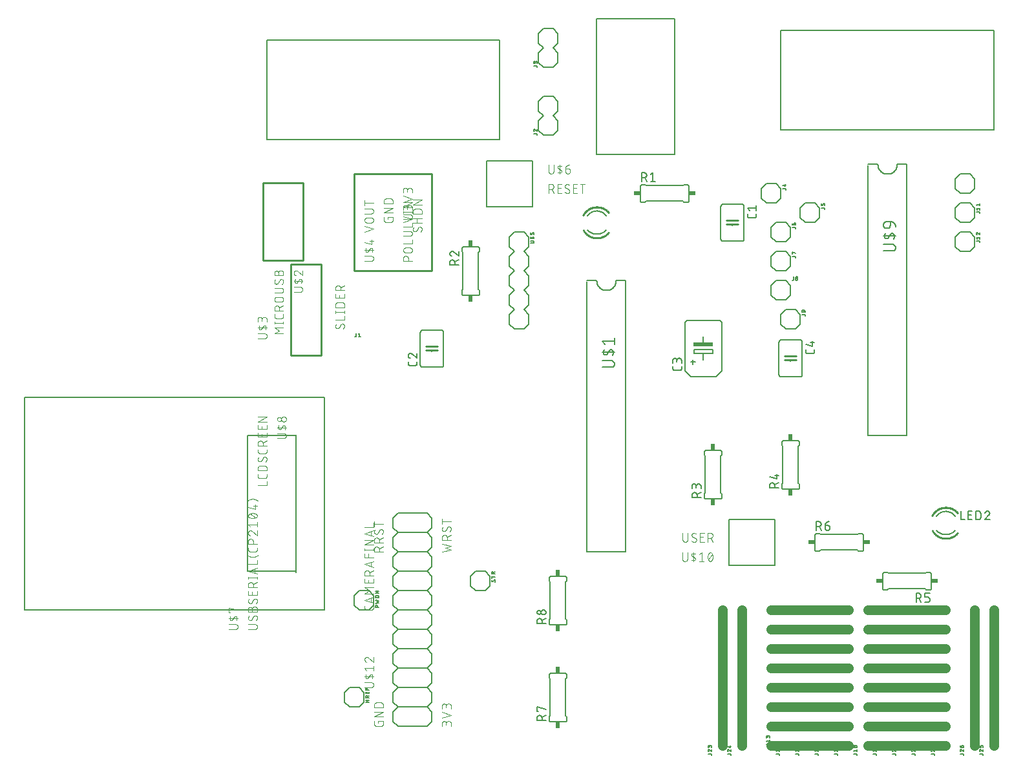
<source format=gbr>
G04 EAGLE Gerber RS-274X export*
G75*
%MOMM*%
%FSLAX34Y34*%
%LPD*%
%INSilkscreen Top*%
%IPPOS*%
%AMOC8*
5,1,8,0,0,1.08239X$1,22.5*%
G01*
%ADD10C,0.152400*%
%ADD11C,1.270000*%
%ADD12C,0.177800*%
%ADD13C,0.254000*%
%ADD14C,0.101600*%
%ADD15C,0.127000*%
%ADD16R,0.863600X0.609600*%
%ADD17C,0.203200*%
%ADD18R,0.609600X0.863600*%
%ADD19R,2.540000X0.508000*%


D10*
X25400Y950000D02*
X330000Y950000D01*
X330000Y820000D01*
X25400Y820000D01*
X25400Y950000D01*
X698500Y962700D02*
X977700Y962700D01*
X977700Y832700D01*
X698500Y832700D01*
X698500Y962700D01*
D11*
X685800Y203200D02*
X787400Y203200D01*
X787400Y177800D02*
X685800Y177800D01*
X685800Y152400D02*
X787400Y152400D01*
X787400Y127000D02*
X685800Y127000D01*
X685800Y101600D02*
X787400Y101600D01*
X787400Y76200D02*
X685800Y76200D01*
X685800Y50800D02*
X787400Y50800D01*
X787400Y25400D02*
X685800Y25400D01*
X647700Y25400D02*
X647700Y203200D01*
X622300Y203200D02*
X622300Y25400D01*
X952500Y25400D02*
X952500Y203200D01*
X977900Y203200D02*
X977900Y25400D01*
X914400Y25400D02*
X812800Y25400D01*
X812800Y50800D02*
X914400Y50800D01*
X914400Y76200D02*
X812800Y76200D01*
X812800Y101600D02*
X914400Y101600D01*
X914400Y127000D02*
X812800Y127000D01*
X812800Y152400D02*
X914400Y152400D01*
X914400Y177800D02*
X812800Y177800D01*
X812800Y203200D02*
X914400Y203200D01*
D10*
X457200Y635000D02*
X444500Y635000D01*
X457200Y635000D02*
X457204Y634691D01*
X457215Y634382D01*
X457234Y634073D01*
X457260Y633765D01*
X457294Y633457D01*
X457335Y633151D01*
X457384Y632845D01*
X457440Y632541D01*
X457504Y632239D01*
X457575Y631938D01*
X457653Y631638D01*
X457738Y631341D01*
X457831Y631046D01*
X457931Y630753D01*
X458038Y630463D01*
X458152Y630176D01*
X458273Y629891D01*
X458401Y629609D01*
X458535Y629331D01*
X458677Y629056D01*
X458825Y628784D01*
X458980Y628517D01*
X459141Y628253D01*
X459308Y627993D01*
X459482Y627737D01*
X459662Y627485D01*
X459848Y627238D01*
X460040Y626996D01*
X460238Y626758D01*
X460441Y626525D01*
X460651Y626297D01*
X460865Y626075D01*
X461085Y625857D01*
X461311Y625645D01*
X461541Y625439D01*
X461776Y625238D01*
X462016Y625043D01*
X462261Y624854D01*
X462510Y624671D01*
X462764Y624494D01*
X463022Y624324D01*
X463284Y624159D01*
X463550Y624001D01*
X463820Y623850D01*
X464093Y623705D01*
X464370Y623567D01*
X464650Y623436D01*
X464933Y623312D01*
X465219Y623194D01*
X465508Y623084D01*
X465799Y622980D01*
X466093Y622884D01*
X466389Y622795D01*
X466688Y622713D01*
X466988Y622638D01*
X467290Y622571D01*
X467593Y622511D01*
X467898Y622459D01*
X468204Y622414D01*
X468511Y622376D01*
X468819Y622346D01*
X469127Y622324D01*
X469436Y622308D01*
X469745Y622301D01*
X470055Y622301D01*
X470364Y622308D01*
X470673Y622324D01*
X470981Y622346D01*
X471289Y622376D01*
X471596Y622414D01*
X471902Y622459D01*
X472207Y622511D01*
X472510Y622571D01*
X472812Y622638D01*
X473112Y622713D01*
X473411Y622795D01*
X473707Y622884D01*
X474001Y622980D01*
X474292Y623084D01*
X474581Y623194D01*
X474867Y623312D01*
X475150Y623436D01*
X475430Y623567D01*
X475707Y623705D01*
X475980Y623850D01*
X476250Y624001D01*
X476516Y624159D01*
X476778Y624324D01*
X477036Y624494D01*
X477290Y624671D01*
X477539Y624854D01*
X477784Y625043D01*
X478024Y625238D01*
X478259Y625439D01*
X478489Y625645D01*
X478715Y625857D01*
X478935Y626075D01*
X479149Y626297D01*
X479359Y626525D01*
X479562Y626758D01*
X479760Y626996D01*
X479952Y627238D01*
X480138Y627485D01*
X480318Y627737D01*
X480492Y627993D01*
X480659Y628253D01*
X480820Y628517D01*
X480975Y628784D01*
X481123Y629056D01*
X481265Y629331D01*
X481399Y629609D01*
X481527Y629891D01*
X481648Y630176D01*
X481762Y630463D01*
X481869Y630753D01*
X481969Y631046D01*
X482062Y631341D01*
X482147Y631638D01*
X482225Y631938D01*
X482296Y632239D01*
X482360Y632541D01*
X482416Y632845D01*
X482465Y633151D01*
X482506Y633457D01*
X482540Y633765D01*
X482566Y634073D01*
X482585Y634382D01*
X482596Y634691D01*
X482600Y635000D01*
X495300Y279400D02*
X444500Y279400D01*
X482600Y635000D02*
X495300Y635000D01*
X495300Y279400D01*
X444500Y279400D02*
X444500Y633730D01*
D12*
X464439Y521589D02*
X475996Y521589D01*
X476128Y521591D01*
X476259Y521597D01*
X476391Y521607D01*
X476522Y521620D01*
X476652Y521638D01*
X476782Y521659D01*
X476912Y521684D01*
X477040Y521713D01*
X477168Y521746D01*
X477294Y521783D01*
X477420Y521823D01*
X477544Y521867D01*
X477667Y521915D01*
X477788Y521966D01*
X477908Y522021D01*
X478026Y522079D01*
X478142Y522141D01*
X478256Y522207D01*
X478369Y522275D01*
X478479Y522347D01*
X478587Y522422D01*
X478693Y522501D01*
X478797Y522582D01*
X478898Y522667D01*
X478996Y522754D01*
X479092Y522845D01*
X479185Y522938D01*
X479276Y523034D01*
X479363Y523132D01*
X479448Y523233D01*
X479529Y523337D01*
X479608Y523443D01*
X479683Y523551D01*
X479755Y523661D01*
X479823Y523774D01*
X479889Y523888D01*
X479951Y524004D01*
X480009Y524122D01*
X480064Y524242D01*
X480115Y524363D01*
X480163Y524486D01*
X480207Y524610D01*
X480247Y524736D01*
X480284Y524862D01*
X480317Y524990D01*
X480346Y525118D01*
X480371Y525248D01*
X480392Y525378D01*
X480410Y525508D01*
X480423Y525639D01*
X480433Y525771D01*
X480439Y525902D01*
X480441Y526034D01*
X480439Y526166D01*
X480433Y526297D01*
X480423Y526429D01*
X480410Y526560D01*
X480392Y526690D01*
X480371Y526820D01*
X480346Y526950D01*
X480317Y527078D01*
X480284Y527206D01*
X480247Y527332D01*
X480207Y527458D01*
X480163Y527582D01*
X480115Y527705D01*
X480064Y527826D01*
X480009Y527946D01*
X479951Y528064D01*
X479889Y528180D01*
X479823Y528294D01*
X479755Y528407D01*
X479683Y528517D01*
X479608Y528625D01*
X479529Y528731D01*
X479448Y528835D01*
X479363Y528936D01*
X479276Y529034D01*
X479185Y529130D01*
X479092Y529223D01*
X478996Y529314D01*
X478898Y529401D01*
X478797Y529486D01*
X478693Y529567D01*
X478587Y529646D01*
X478479Y529721D01*
X478369Y529793D01*
X478256Y529861D01*
X478142Y529927D01*
X478026Y529989D01*
X477908Y530047D01*
X477788Y530102D01*
X477667Y530153D01*
X477544Y530201D01*
X477420Y530245D01*
X477294Y530285D01*
X477168Y530322D01*
X477040Y530355D01*
X476912Y530384D01*
X476782Y530409D01*
X476652Y530430D01*
X476522Y530448D01*
X476391Y530461D01*
X476259Y530471D01*
X476128Y530477D01*
X475996Y530479D01*
X464439Y530479D01*
X464439Y541144D02*
X480441Y541144D01*
X472440Y541144D02*
X471107Y538922D01*
X471052Y538835D01*
X470995Y538751D01*
X470934Y538669D01*
X470870Y538589D01*
X470804Y538512D01*
X470734Y538437D01*
X470662Y538365D01*
X470586Y538297D01*
X470509Y538230D01*
X470428Y538167D01*
X470346Y538108D01*
X470261Y538051D01*
X470174Y537998D01*
X470085Y537948D01*
X469994Y537901D01*
X469901Y537858D01*
X469807Y537819D01*
X469712Y537783D01*
X469615Y537751D01*
X469517Y537723D01*
X469418Y537698D01*
X469318Y537677D01*
X469217Y537661D01*
X469116Y537648D01*
X469014Y537638D01*
X468913Y537633D01*
X468811Y537632D01*
X468709Y537635D01*
X468607Y537641D01*
X468505Y537652D01*
X468404Y537666D01*
X468304Y537684D01*
X468204Y537707D01*
X468105Y537732D01*
X468008Y537762D01*
X467911Y537796D01*
X467816Y537833D01*
X467723Y537873D01*
X467631Y537918D01*
X467541Y537965D01*
X467452Y538017D01*
X467366Y538071D01*
X467282Y538129D01*
X467200Y538190D01*
X467121Y538254D01*
X467044Y538321D01*
X466970Y538391D01*
X466898Y538464D01*
X466830Y538539D01*
X466764Y538618D01*
X466701Y538698D01*
X466642Y538781D01*
X466586Y538866D01*
X466533Y538953D01*
X466483Y539043D01*
X466437Y539134D01*
X466394Y539226D01*
X466355Y539321D01*
X466320Y539416D01*
X466288Y539513D01*
X466261Y539611D01*
X466237Y539711D01*
X466216Y539811D01*
X466217Y539811D02*
X466188Y539978D01*
X466164Y540146D01*
X466143Y540314D01*
X466127Y540482D01*
X466115Y540651D01*
X466107Y540820D01*
X466103Y540989D01*
X466102Y541159D01*
X466106Y541328D01*
X466115Y541497D01*
X466127Y541666D01*
X466143Y541834D01*
X466163Y542002D01*
X466187Y542170D01*
X466216Y542337D01*
X466248Y542503D01*
X466284Y542668D01*
X466324Y542833D01*
X466369Y542996D01*
X466417Y543159D01*
X466469Y543320D01*
X466524Y543480D01*
X466584Y543638D01*
X466648Y543795D01*
X466715Y543950D01*
X466786Y544104D01*
X466860Y544256D01*
X466939Y544406D01*
X467020Y544554D01*
X467106Y544701D01*
X472440Y541144D02*
X473774Y543367D01*
X473773Y543366D02*
X473828Y543453D01*
X473885Y543537D01*
X473946Y543619D01*
X474010Y543699D01*
X474076Y543776D01*
X474146Y543851D01*
X474218Y543923D01*
X474294Y543991D01*
X474371Y544058D01*
X474452Y544121D01*
X474534Y544180D01*
X474619Y544237D01*
X474706Y544290D01*
X474795Y544340D01*
X474886Y544387D01*
X474979Y544430D01*
X475073Y544469D01*
X475168Y544505D01*
X475265Y544537D01*
X475363Y544565D01*
X475462Y544590D01*
X475562Y544611D01*
X475663Y544627D01*
X475764Y544640D01*
X475866Y544650D01*
X475967Y544655D01*
X476069Y544656D01*
X476171Y544653D01*
X476273Y544647D01*
X476375Y544636D01*
X476476Y544622D01*
X476576Y544604D01*
X476676Y544581D01*
X476775Y544556D01*
X476872Y544526D01*
X476969Y544492D01*
X477064Y544455D01*
X477157Y544415D01*
X477249Y544370D01*
X477339Y544323D01*
X477428Y544271D01*
X477514Y544217D01*
X477598Y544159D01*
X477680Y544098D01*
X477759Y544034D01*
X477836Y543967D01*
X477910Y543897D01*
X477982Y543824D01*
X478050Y543749D01*
X478116Y543670D01*
X478179Y543590D01*
X478238Y543507D01*
X478294Y543422D01*
X478347Y543335D01*
X478397Y543245D01*
X478443Y543154D01*
X478486Y543062D01*
X478525Y542967D01*
X478560Y542872D01*
X478592Y542775D01*
X478619Y542677D01*
X478643Y542577D01*
X478664Y542477D01*
X478663Y542478D02*
X478692Y542311D01*
X478716Y542143D01*
X478737Y541975D01*
X478753Y541807D01*
X478765Y541638D01*
X478773Y541469D01*
X478777Y541300D01*
X478778Y541130D01*
X478774Y540961D01*
X478765Y540792D01*
X478753Y540623D01*
X478737Y540455D01*
X478717Y540287D01*
X478693Y540119D01*
X478664Y539952D01*
X478632Y539786D01*
X478596Y539621D01*
X478556Y539456D01*
X478511Y539293D01*
X478463Y539130D01*
X478411Y538969D01*
X478356Y538809D01*
X478296Y538651D01*
X478232Y538494D01*
X478165Y538339D01*
X478094Y538185D01*
X478020Y538033D01*
X477941Y537883D01*
X477860Y537735D01*
X477774Y537588D01*
X467995Y551288D02*
X464439Y555733D01*
X480441Y555733D01*
X480441Y551288D02*
X480441Y560178D01*
D13*
X72390Y763270D02*
X19790Y763270D01*
X19790Y661670D01*
X72390Y661670D01*
X72390Y763270D01*
D14*
X68636Y620254D02*
X60198Y620254D01*
X68636Y620253D02*
X68749Y620255D01*
X68862Y620261D01*
X68975Y620271D01*
X69088Y620285D01*
X69200Y620302D01*
X69311Y620324D01*
X69421Y620349D01*
X69531Y620379D01*
X69639Y620412D01*
X69746Y620449D01*
X69852Y620489D01*
X69956Y620534D01*
X70059Y620582D01*
X70160Y620633D01*
X70259Y620688D01*
X70356Y620746D01*
X70451Y620808D01*
X70544Y620873D01*
X70634Y620941D01*
X70722Y621012D01*
X70808Y621087D01*
X70891Y621164D01*
X70971Y621244D01*
X71048Y621327D01*
X71123Y621413D01*
X71194Y621501D01*
X71262Y621591D01*
X71327Y621684D01*
X71389Y621779D01*
X71447Y621876D01*
X71502Y621975D01*
X71553Y622076D01*
X71601Y622179D01*
X71646Y622283D01*
X71686Y622389D01*
X71723Y622496D01*
X71756Y622604D01*
X71786Y622714D01*
X71811Y622824D01*
X71833Y622935D01*
X71850Y623047D01*
X71864Y623160D01*
X71874Y623273D01*
X71880Y623386D01*
X71882Y623499D01*
X71880Y623612D01*
X71874Y623725D01*
X71864Y623838D01*
X71850Y623951D01*
X71833Y624063D01*
X71811Y624174D01*
X71786Y624284D01*
X71756Y624394D01*
X71723Y624502D01*
X71686Y624609D01*
X71646Y624715D01*
X71601Y624819D01*
X71553Y624922D01*
X71502Y625023D01*
X71447Y625122D01*
X71389Y625219D01*
X71327Y625314D01*
X71262Y625407D01*
X71194Y625497D01*
X71123Y625585D01*
X71048Y625671D01*
X70971Y625754D01*
X70891Y625834D01*
X70808Y625911D01*
X70722Y625986D01*
X70634Y626057D01*
X70544Y626125D01*
X70451Y626190D01*
X70356Y626252D01*
X70259Y626310D01*
X70160Y626365D01*
X70059Y626416D01*
X69956Y626464D01*
X69852Y626509D01*
X69746Y626549D01*
X69639Y626586D01*
X69531Y626619D01*
X69421Y626649D01*
X69311Y626674D01*
X69200Y626696D01*
X69088Y626713D01*
X68975Y626727D01*
X68862Y626737D01*
X68749Y626743D01*
X68636Y626745D01*
X60198Y626745D01*
X60198Y634548D02*
X71882Y634548D01*
X66040Y634548D02*
X65066Y632926D01*
X65067Y632925D02*
X65020Y632852D01*
X64971Y632781D01*
X64918Y632712D01*
X64862Y632645D01*
X64803Y632581D01*
X64742Y632519D01*
X64678Y632461D01*
X64611Y632405D01*
X64542Y632353D01*
X64470Y632303D01*
X64396Y632257D01*
X64321Y632214D01*
X64243Y632175D01*
X64164Y632139D01*
X64083Y632107D01*
X64001Y632078D01*
X63918Y632053D01*
X63834Y632032D01*
X63749Y632015D01*
X63663Y632001D01*
X63577Y631992D01*
X63490Y631986D01*
X63403Y631984D01*
X63316Y631986D01*
X63229Y631992D01*
X63143Y632002D01*
X63057Y632015D01*
X62972Y632033D01*
X62888Y632054D01*
X62805Y632079D01*
X62722Y632108D01*
X62642Y632140D01*
X62563Y632176D01*
X62485Y632215D01*
X62410Y632258D01*
X62336Y632305D01*
X62265Y632354D01*
X62195Y632407D01*
X62129Y632462D01*
X62065Y632521D01*
X62003Y632582D01*
X61944Y632646D01*
X61889Y632713D01*
X61836Y632782D01*
X61786Y632854D01*
X61740Y632927D01*
X61697Y633003D01*
X61658Y633080D01*
X61622Y633159D01*
X61589Y633240D01*
X61561Y633322D01*
X61535Y633405D01*
X61514Y633489D01*
X61497Y633574D01*
X61496Y633575D02*
X61472Y633715D01*
X61452Y633857D01*
X61436Y633998D01*
X61425Y634140D01*
X61417Y634283D01*
X61413Y634425D01*
X61412Y634568D01*
X61416Y634711D01*
X61424Y634853D01*
X61436Y634995D01*
X61452Y635137D01*
X61471Y635278D01*
X61495Y635419D01*
X61522Y635559D01*
X61554Y635698D01*
X61589Y635836D01*
X61628Y635974D01*
X61671Y636110D01*
X61717Y636244D01*
X61768Y636378D01*
X61821Y636510D01*
X61879Y636640D01*
X61940Y636769D01*
X62005Y636896D01*
X62073Y637022D01*
X62145Y637145D01*
X66040Y634548D02*
X67014Y636171D01*
X67013Y636172D02*
X67060Y636245D01*
X67109Y636316D01*
X67162Y636386D01*
X67218Y636452D01*
X67277Y636516D01*
X67338Y636578D01*
X67402Y636636D01*
X67469Y636692D01*
X67538Y636744D01*
X67610Y636794D01*
X67684Y636840D01*
X67759Y636883D01*
X67837Y636922D01*
X67916Y636958D01*
X67997Y636990D01*
X68079Y637019D01*
X68162Y637044D01*
X68246Y637065D01*
X68331Y637082D01*
X68417Y637096D01*
X68504Y637105D01*
X68590Y637111D01*
X68677Y637113D01*
X68764Y637111D01*
X68851Y637105D01*
X68937Y637095D01*
X69023Y637082D01*
X69108Y637064D01*
X69192Y637043D01*
X69275Y637018D01*
X69358Y636989D01*
X69438Y636957D01*
X69517Y636921D01*
X69595Y636882D01*
X69670Y636839D01*
X69744Y636792D01*
X69815Y636743D01*
X69885Y636690D01*
X69951Y636635D01*
X70015Y636576D01*
X70077Y636515D01*
X70136Y636450D01*
X70191Y636384D01*
X70244Y636315D01*
X70294Y636243D01*
X70340Y636170D01*
X70383Y636094D01*
X70422Y636017D01*
X70458Y635938D01*
X70491Y635857D01*
X70519Y635775D01*
X70545Y635692D01*
X70566Y635608D01*
X70583Y635522D01*
X70584Y635522D02*
X70608Y635382D01*
X70628Y635240D01*
X70644Y635099D01*
X70655Y634957D01*
X70663Y634814D01*
X70667Y634672D01*
X70668Y634529D01*
X70664Y634386D01*
X70656Y634244D01*
X70644Y634102D01*
X70628Y633960D01*
X70609Y633819D01*
X70585Y633678D01*
X70558Y633538D01*
X70526Y633399D01*
X70491Y633261D01*
X70452Y633123D01*
X70409Y632987D01*
X70363Y632853D01*
X70312Y632719D01*
X70259Y632587D01*
X70201Y632457D01*
X70140Y632328D01*
X70075Y632201D01*
X70007Y632075D01*
X69935Y631952D01*
X60198Y645541D02*
X60200Y645648D01*
X60206Y645754D01*
X60216Y645860D01*
X60229Y645966D01*
X60247Y646072D01*
X60268Y646176D01*
X60293Y646280D01*
X60322Y646383D01*
X60354Y646484D01*
X60391Y646584D01*
X60431Y646683D01*
X60474Y646781D01*
X60521Y646877D01*
X60572Y646971D01*
X60626Y647063D01*
X60683Y647153D01*
X60743Y647241D01*
X60807Y647326D01*
X60874Y647409D01*
X60944Y647490D01*
X61016Y647568D01*
X61092Y647644D01*
X61170Y647716D01*
X61251Y647786D01*
X61334Y647853D01*
X61419Y647917D01*
X61507Y647977D01*
X61597Y648034D01*
X61689Y648088D01*
X61783Y648139D01*
X61879Y648186D01*
X61977Y648229D01*
X62076Y648269D01*
X62176Y648306D01*
X62277Y648338D01*
X62380Y648367D01*
X62484Y648392D01*
X62588Y648413D01*
X62694Y648431D01*
X62800Y648444D01*
X62906Y648454D01*
X63012Y648460D01*
X63119Y648462D01*
X60198Y645541D02*
X60200Y645420D01*
X60206Y645299D01*
X60216Y645179D01*
X60229Y645058D01*
X60247Y644939D01*
X60268Y644819D01*
X60293Y644701D01*
X60322Y644584D01*
X60355Y644467D01*
X60391Y644352D01*
X60432Y644238D01*
X60475Y644125D01*
X60523Y644013D01*
X60574Y643904D01*
X60629Y643796D01*
X60687Y643689D01*
X60748Y643585D01*
X60813Y643483D01*
X60881Y643383D01*
X60952Y643285D01*
X61026Y643189D01*
X61103Y643096D01*
X61184Y643006D01*
X61267Y642918D01*
X61353Y642833D01*
X61442Y642750D01*
X61533Y642671D01*
X61627Y642594D01*
X61723Y642521D01*
X61821Y642451D01*
X61922Y642384D01*
X62025Y642320D01*
X62130Y642260D01*
X62237Y642202D01*
X62345Y642149D01*
X62455Y642099D01*
X62567Y642053D01*
X62680Y642010D01*
X62795Y641971D01*
X65391Y647488D02*
X65313Y647567D01*
X65233Y647643D01*
X65150Y647716D01*
X65064Y647786D01*
X64977Y647853D01*
X64886Y647917D01*
X64794Y647977D01*
X64700Y648035D01*
X64603Y648089D01*
X64505Y648139D01*
X64405Y648186D01*
X64304Y648230D01*
X64201Y648270D01*
X64096Y648306D01*
X63991Y648338D01*
X63884Y648367D01*
X63777Y648392D01*
X63668Y648414D01*
X63559Y648431D01*
X63450Y648445D01*
X63340Y648454D01*
X63229Y648460D01*
X63119Y648462D01*
X65391Y647488D02*
X71882Y641971D01*
X71882Y648462D01*
X46482Y565715D02*
X34798Y565715D01*
X41289Y569609D01*
X34798Y573504D01*
X46482Y573504D01*
X46482Y579896D02*
X34798Y579896D01*
X46482Y578598D02*
X46482Y581194D01*
X34798Y581194D02*
X34798Y578598D01*
X46482Y588358D02*
X46482Y590954D01*
X46482Y588358D02*
X46480Y588259D01*
X46474Y588159D01*
X46465Y588060D01*
X46452Y587962D01*
X46435Y587864D01*
X46414Y587766D01*
X46389Y587670D01*
X46361Y587575D01*
X46329Y587481D01*
X46294Y587388D01*
X46255Y587296D01*
X46212Y587206D01*
X46167Y587118D01*
X46117Y587031D01*
X46065Y586947D01*
X46009Y586864D01*
X45951Y586784D01*
X45889Y586706D01*
X45824Y586631D01*
X45756Y586558D01*
X45686Y586488D01*
X45613Y586420D01*
X45538Y586355D01*
X45460Y586293D01*
X45380Y586235D01*
X45297Y586179D01*
X45213Y586127D01*
X45126Y586077D01*
X45038Y586032D01*
X44948Y585989D01*
X44856Y585950D01*
X44763Y585915D01*
X44669Y585883D01*
X44574Y585855D01*
X44478Y585830D01*
X44380Y585809D01*
X44282Y585792D01*
X44184Y585779D01*
X44085Y585770D01*
X43985Y585764D01*
X43886Y585762D01*
X37394Y585762D01*
X37394Y585761D02*
X37295Y585763D01*
X37195Y585769D01*
X37096Y585778D01*
X36998Y585791D01*
X36900Y585809D01*
X36802Y585829D01*
X36706Y585854D01*
X36610Y585882D01*
X36516Y585914D01*
X36423Y585949D01*
X36332Y585988D01*
X36242Y586031D01*
X36153Y586076D01*
X36067Y586126D01*
X35982Y586178D01*
X35900Y586234D01*
X35820Y586293D01*
X35742Y586354D01*
X35666Y586419D01*
X35593Y586487D01*
X35523Y586557D01*
X35455Y586630D01*
X35390Y586706D01*
X35329Y586784D01*
X35270Y586864D01*
X35214Y586946D01*
X35162Y587031D01*
X35113Y587117D01*
X35067Y587206D01*
X35024Y587296D01*
X34985Y587387D01*
X34950Y587480D01*
X34918Y587574D01*
X34890Y587670D01*
X34865Y587766D01*
X34845Y587864D01*
X34827Y587962D01*
X34814Y588060D01*
X34805Y588159D01*
X34799Y588258D01*
X34797Y588358D01*
X34798Y588358D02*
X34798Y590954D01*
X34798Y595774D02*
X46482Y595774D01*
X34798Y595774D02*
X34798Y599020D01*
X34800Y599133D01*
X34806Y599246D01*
X34816Y599359D01*
X34830Y599472D01*
X34847Y599584D01*
X34869Y599695D01*
X34894Y599805D01*
X34924Y599915D01*
X34957Y600023D01*
X34994Y600130D01*
X35034Y600236D01*
X35079Y600340D01*
X35127Y600443D01*
X35178Y600544D01*
X35233Y600643D01*
X35291Y600740D01*
X35353Y600835D01*
X35418Y600928D01*
X35486Y601018D01*
X35557Y601106D01*
X35632Y601192D01*
X35709Y601275D01*
X35789Y601355D01*
X35872Y601432D01*
X35958Y601507D01*
X36046Y601578D01*
X36136Y601646D01*
X36229Y601711D01*
X36324Y601773D01*
X36421Y601831D01*
X36520Y601886D01*
X36621Y601937D01*
X36724Y601985D01*
X36828Y602030D01*
X36934Y602070D01*
X37041Y602107D01*
X37149Y602140D01*
X37259Y602170D01*
X37369Y602195D01*
X37480Y602217D01*
X37592Y602234D01*
X37705Y602248D01*
X37818Y602258D01*
X37931Y602264D01*
X38044Y602266D01*
X38157Y602264D01*
X38270Y602258D01*
X38383Y602248D01*
X38496Y602234D01*
X38608Y602217D01*
X38719Y602195D01*
X38829Y602170D01*
X38939Y602140D01*
X39047Y602107D01*
X39154Y602070D01*
X39260Y602030D01*
X39364Y601985D01*
X39467Y601937D01*
X39568Y601886D01*
X39667Y601831D01*
X39764Y601773D01*
X39859Y601711D01*
X39952Y601646D01*
X40042Y601578D01*
X40130Y601507D01*
X40216Y601432D01*
X40299Y601355D01*
X40379Y601275D01*
X40456Y601192D01*
X40531Y601106D01*
X40602Y601018D01*
X40670Y600928D01*
X40735Y600835D01*
X40797Y600740D01*
X40855Y600643D01*
X40910Y600544D01*
X40961Y600443D01*
X41009Y600340D01*
X41054Y600236D01*
X41094Y600130D01*
X41131Y600023D01*
X41164Y599915D01*
X41194Y599805D01*
X41219Y599695D01*
X41241Y599584D01*
X41258Y599472D01*
X41272Y599359D01*
X41282Y599246D01*
X41288Y599133D01*
X41290Y599020D01*
X41289Y599020D02*
X41289Y595774D01*
X41289Y599669D02*
X46482Y602265D01*
X43236Y607131D02*
X38044Y607131D01*
X38044Y607130D02*
X37931Y607132D01*
X37818Y607138D01*
X37705Y607148D01*
X37592Y607162D01*
X37480Y607179D01*
X37369Y607201D01*
X37259Y607226D01*
X37149Y607256D01*
X37041Y607289D01*
X36934Y607326D01*
X36828Y607366D01*
X36724Y607411D01*
X36621Y607459D01*
X36520Y607510D01*
X36421Y607565D01*
X36324Y607623D01*
X36229Y607685D01*
X36136Y607750D01*
X36046Y607818D01*
X35958Y607889D01*
X35872Y607964D01*
X35789Y608041D01*
X35709Y608121D01*
X35632Y608204D01*
X35557Y608290D01*
X35486Y608378D01*
X35418Y608468D01*
X35353Y608561D01*
X35291Y608656D01*
X35233Y608753D01*
X35178Y608852D01*
X35127Y608953D01*
X35079Y609056D01*
X35034Y609160D01*
X34994Y609266D01*
X34957Y609373D01*
X34924Y609481D01*
X34894Y609591D01*
X34869Y609701D01*
X34847Y609812D01*
X34830Y609924D01*
X34816Y610037D01*
X34806Y610150D01*
X34800Y610263D01*
X34798Y610376D01*
X34800Y610489D01*
X34806Y610602D01*
X34816Y610715D01*
X34830Y610828D01*
X34847Y610940D01*
X34869Y611051D01*
X34894Y611161D01*
X34924Y611271D01*
X34957Y611379D01*
X34994Y611486D01*
X35034Y611592D01*
X35079Y611696D01*
X35127Y611799D01*
X35178Y611900D01*
X35233Y611999D01*
X35291Y612096D01*
X35353Y612191D01*
X35418Y612284D01*
X35486Y612374D01*
X35557Y612462D01*
X35632Y612548D01*
X35709Y612631D01*
X35789Y612711D01*
X35872Y612788D01*
X35958Y612863D01*
X36046Y612934D01*
X36136Y613002D01*
X36229Y613067D01*
X36324Y613129D01*
X36421Y613187D01*
X36520Y613242D01*
X36621Y613293D01*
X36724Y613341D01*
X36828Y613386D01*
X36934Y613426D01*
X37041Y613463D01*
X37149Y613496D01*
X37259Y613526D01*
X37369Y613551D01*
X37480Y613573D01*
X37592Y613590D01*
X37705Y613604D01*
X37818Y613614D01*
X37931Y613620D01*
X38044Y613622D01*
X43236Y613622D01*
X43349Y613620D01*
X43462Y613614D01*
X43575Y613604D01*
X43688Y613590D01*
X43800Y613573D01*
X43911Y613551D01*
X44021Y613526D01*
X44131Y613496D01*
X44239Y613463D01*
X44346Y613426D01*
X44452Y613386D01*
X44556Y613341D01*
X44659Y613293D01*
X44760Y613242D01*
X44859Y613187D01*
X44956Y613129D01*
X45051Y613067D01*
X45144Y613002D01*
X45234Y612934D01*
X45322Y612863D01*
X45408Y612788D01*
X45491Y612711D01*
X45571Y612631D01*
X45648Y612548D01*
X45723Y612462D01*
X45794Y612374D01*
X45862Y612284D01*
X45927Y612191D01*
X45989Y612096D01*
X46047Y611999D01*
X46102Y611900D01*
X46153Y611799D01*
X46201Y611696D01*
X46246Y611592D01*
X46286Y611486D01*
X46323Y611379D01*
X46356Y611271D01*
X46386Y611161D01*
X46411Y611051D01*
X46433Y610940D01*
X46450Y610828D01*
X46464Y610715D01*
X46474Y610602D01*
X46480Y610489D01*
X46482Y610376D01*
X46480Y610263D01*
X46474Y610150D01*
X46464Y610037D01*
X46450Y609924D01*
X46433Y609812D01*
X46411Y609701D01*
X46386Y609591D01*
X46356Y609481D01*
X46323Y609373D01*
X46286Y609266D01*
X46246Y609160D01*
X46201Y609056D01*
X46153Y608953D01*
X46102Y608852D01*
X46047Y608753D01*
X45989Y608656D01*
X45927Y608561D01*
X45862Y608468D01*
X45794Y608378D01*
X45723Y608290D01*
X45648Y608204D01*
X45571Y608121D01*
X45491Y608041D01*
X45408Y607964D01*
X45322Y607889D01*
X45234Y607818D01*
X45144Y607750D01*
X45051Y607685D01*
X44956Y607623D01*
X44859Y607565D01*
X44760Y607510D01*
X44659Y607459D01*
X44556Y607411D01*
X44452Y607366D01*
X44346Y607326D01*
X44239Y607289D01*
X44131Y607256D01*
X44021Y607226D01*
X43911Y607201D01*
X43800Y607179D01*
X43688Y607162D01*
X43575Y607148D01*
X43462Y607138D01*
X43349Y607132D01*
X43236Y607130D01*
X43236Y618942D02*
X34798Y618942D01*
X43236Y618941D02*
X43349Y618943D01*
X43462Y618949D01*
X43575Y618959D01*
X43688Y618973D01*
X43800Y618990D01*
X43911Y619012D01*
X44021Y619037D01*
X44131Y619067D01*
X44239Y619100D01*
X44346Y619137D01*
X44452Y619177D01*
X44556Y619222D01*
X44659Y619270D01*
X44760Y619321D01*
X44859Y619376D01*
X44956Y619434D01*
X45051Y619496D01*
X45144Y619561D01*
X45234Y619629D01*
X45322Y619700D01*
X45408Y619775D01*
X45491Y619852D01*
X45571Y619932D01*
X45648Y620015D01*
X45723Y620101D01*
X45794Y620189D01*
X45862Y620279D01*
X45927Y620372D01*
X45989Y620467D01*
X46047Y620564D01*
X46102Y620663D01*
X46153Y620764D01*
X46201Y620867D01*
X46246Y620971D01*
X46286Y621077D01*
X46323Y621184D01*
X46356Y621292D01*
X46386Y621402D01*
X46411Y621512D01*
X46433Y621623D01*
X46450Y621735D01*
X46464Y621848D01*
X46474Y621961D01*
X46480Y622074D01*
X46482Y622187D01*
X46480Y622300D01*
X46474Y622413D01*
X46464Y622526D01*
X46450Y622639D01*
X46433Y622751D01*
X46411Y622862D01*
X46386Y622972D01*
X46356Y623082D01*
X46323Y623190D01*
X46286Y623297D01*
X46246Y623403D01*
X46201Y623507D01*
X46153Y623610D01*
X46102Y623711D01*
X46047Y623810D01*
X45989Y623907D01*
X45927Y624002D01*
X45862Y624095D01*
X45794Y624185D01*
X45723Y624273D01*
X45648Y624359D01*
X45571Y624442D01*
X45491Y624522D01*
X45408Y624599D01*
X45322Y624674D01*
X45234Y624745D01*
X45144Y624813D01*
X45051Y624878D01*
X44956Y624940D01*
X44859Y624998D01*
X44760Y625053D01*
X44659Y625104D01*
X44556Y625152D01*
X44452Y625197D01*
X44346Y625237D01*
X44239Y625274D01*
X44131Y625307D01*
X44021Y625337D01*
X43911Y625362D01*
X43800Y625384D01*
X43688Y625401D01*
X43575Y625415D01*
X43462Y625425D01*
X43349Y625431D01*
X43236Y625433D01*
X34798Y625433D01*
X43886Y636862D02*
X43985Y636860D01*
X44085Y636854D01*
X44184Y636845D01*
X44282Y636832D01*
X44380Y636815D01*
X44478Y636794D01*
X44574Y636769D01*
X44669Y636741D01*
X44763Y636709D01*
X44856Y636674D01*
X44948Y636635D01*
X45038Y636592D01*
X45126Y636547D01*
X45213Y636497D01*
X45297Y636445D01*
X45380Y636389D01*
X45460Y636331D01*
X45538Y636269D01*
X45613Y636204D01*
X45686Y636136D01*
X45756Y636066D01*
X45824Y635993D01*
X45889Y635918D01*
X45951Y635840D01*
X46009Y635760D01*
X46065Y635677D01*
X46117Y635593D01*
X46167Y635506D01*
X46212Y635418D01*
X46255Y635328D01*
X46294Y635236D01*
X46329Y635143D01*
X46361Y635049D01*
X46389Y634954D01*
X46414Y634858D01*
X46435Y634760D01*
X46452Y634662D01*
X46465Y634564D01*
X46474Y634465D01*
X46480Y634365D01*
X46482Y634266D01*
X46480Y634122D01*
X46474Y633977D01*
X46465Y633833D01*
X46452Y633690D01*
X46435Y633546D01*
X46414Y633403D01*
X46389Y633261D01*
X46361Y633120D01*
X46329Y632979D01*
X46293Y632839D01*
X46254Y632700D01*
X46211Y632562D01*
X46164Y632426D01*
X46114Y632290D01*
X46060Y632156D01*
X46003Y632024D01*
X45942Y631893D01*
X45878Y631764D01*
X45810Y631636D01*
X45740Y631510D01*
X45665Y631386D01*
X45588Y631265D01*
X45507Y631145D01*
X45424Y631027D01*
X45337Y630912D01*
X45247Y630799D01*
X45154Y630688D01*
X45059Y630580D01*
X44960Y630474D01*
X44859Y630371D01*
X37394Y630697D02*
X37295Y630699D01*
X37195Y630705D01*
X37096Y630714D01*
X36998Y630727D01*
X36900Y630744D01*
X36802Y630765D01*
X36706Y630790D01*
X36611Y630818D01*
X36517Y630850D01*
X36424Y630885D01*
X36332Y630924D01*
X36242Y630967D01*
X36154Y631012D01*
X36067Y631062D01*
X35983Y631114D01*
X35900Y631170D01*
X35820Y631228D01*
X35742Y631290D01*
X35667Y631355D01*
X35594Y631423D01*
X35524Y631493D01*
X35456Y631566D01*
X35391Y631641D01*
X35329Y631719D01*
X35271Y631799D01*
X35215Y631882D01*
X35163Y631966D01*
X35113Y632053D01*
X35068Y632141D01*
X35025Y632231D01*
X34986Y632323D01*
X34951Y632416D01*
X34919Y632510D01*
X34891Y632605D01*
X34866Y632701D01*
X34845Y632799D01*
X34828Y632897D01*
X34815Y632995D01*
X34806Y633094D01*
X34800Y633194D01*
X34798Y633293D01*
X34800Y633429D01*
X34806Y633565D01*
X34815Y633701D01*
X34828Y633837D01*
X34846Y633972D01*
X34866Y634106D01*
X34891Y634240D01*
X34919Y634374D01*
X34952Y634506D01*
X34987Y634637D01*
X35027Y634768D01*
X35070Y634897D01*
X35116Y635025D01*
X35167Y635151D01*
X35220Y635277D01*
X35278Y635400D01*
X35338Y635522D01*
X35402Y635642D01*
X35470Y635761D01*
X35540Y635877D01*
X35614Y635991D01*
X35691Y636104D01*
X35772Y636214D01*
X39666Y631994D02*
X39613Y631908D01*
X39556Y631824D01*
X39497Y631742D01*
X39434Y631662D01*
X39368Y631585D01*
X39300Y631510D01*
X39228Y631438D01*
X39154Y631369D01*
X39077Y631303D01*
X38998Y631240D01*
X38916Y631180D01*
X38832Y631123D01*
X38746Y631069D01*
X38658Y631019D01*
X38568Y630972D01*
X38477Y630928D01*
X38383Y630889D01*
X38289Y630852D01*
X38193Y630820D01*
X38095Y630791D01*
X37997Y630766D01*
X37898Y630745D01*
X37798Y630727D01*
X37698Y630714D01*
X37597Y630704D01*
X37495Y630698D01*
X37394Y630696D01*
X41614Y635565D02*
X41667Y635651D01*
X41724Y635735D01*
X41783Y635817D01*
X41846Y635897D01*
X41912Y635974D01*
X41980Y636049D01*
X42052Y636121D01*
X42126Y636190D01*
X42203Y636256D01*
X42282Y636319D01*
X42364Y636379D01*
X42448Y636436D01*
X42534Y636490D01*
X42622Y636540D01*
X42712Y636587D01*
X42803Y636631D01*
X42897Y636670D01*
X42991Y636707D01*
X43087Y636739D01*
X43185Y636768D01*
X43283Y636793D01*
X43382Y636814D01*
X43482Y636832D01*
X43582Y636845D01*
X43683Y636855D01*
X43785Y636861D01*
X43886Y636863D01*
X41614Y635564D02*
X39666Y631994D01*
X39991Y641971D02*
X39991Y645216D01*
X39990Y645216D02*
X39992Y645329D01*
X39998Y645442D01*
X40008Y645555D01*
X40022Y645668D01*
X40039Y645780D01*
X40061Y645891D01*
X40086Y646001D01*
X40116Y646111D01*
X40149Y646219D01*
X40186Y646326D01*
X40226Y646432D01*
X40271Y646536D01*
X40319Y646639D01*
X40370Y646740D01*
X40425Y646839D01*
X40483Y646936D01*
X40545Y647031D01*
X40610Y647124D01*
X40678Y647214D01*
X40749Y647302D01*
X40824Y647388D01*
X40901Y647471D01*
X40981Y647551D01*
X41064Y647628D01*
X41150Y647703D01*
X41238Y647774D01*
X41328Y647842D01*
X41421Y647907D01*
X41516Y647969D01*
X41613Y648027D01*
X41712Y648082D01*
X41813Y648133D01*
X41916Y648181D01*
X42020Y648226D01*
X42126Y648266D01*
X42233Y648303D01*
X42341Y648336D01*
X42451Y648366D01*
X42561Y648391D01*
X42672Y648413D01*
X42784Y648430D01*
X42897Y648444D01*
X43010Y648454D01*
X43123Y648460D01*
X43236Y648462D01*
X43349Y648460D01*
X43462Y648454D01*
X43575Y648444D01*
X43688Y648430D01*
X43800Y648413D01*
X43911Y648391D01*
X44021Y648366D01*
X44131Y648336D01*
X44239Y648303D01*
X44346Y648266D01*
X44452Y648226D01*
X44556Y648181D01*
X44659Y648133D01*
X44760Y648082D01*
X44859Y648027D01*
X44956Y647969D01*
X45051Y647907D01*
X45144Y647842D01*
X45234Y647774D01*
X45322Y647703D01*
X45408Y647628D01*
X45491Y647551D01*
X45571Y647471D01*
X45648Y647388D01*
X45723Y647302D01*
X45794Y647214D01*
X45862Y647124D01*
X45927Y647031D01*
X45989Y646936D01*
X46047Y646839D01*
X46102Y646740D01*
X46153Y646639D01*
X46201Y646536D01*
X46246Y646432D01*
X46286Y646326D01*
X46323Y646219D01*
X46356Y646111D01*
X46386Y646001D01*
X46411Y645891D01*
X46433Y645780D01*
X46450Y645668D01*
X46464Y645555D01*
X46474Y645442D01*
X46480Y645329D01*
X46482Y645216D01*
X46482Y641971D01*
X34798Y641971D01*
X34798Y645216D01*
X34800Y645317D01*
X34806Y645417D01*
X34816Y645517D01*
X34829Y645617D01*
X34847Y645716D01*
X34868Y645815D01*
X34893Y645912D01*
X34922Y646009D01*
X34955Y646104D01*
X34991Y646198D01*
X35031Y646290D01*
X35074Y646381D01*
X35121Y646470D01*
X35171Y646557D01*
X35225Y646643D01*
X35282Y646726D01*
X35342Y646806D01*
X35405Y646885D01*
X35472Y646961D01*
X35541Y647034D01*
X35613Y647104D01*
X35687Y647172D01*
X35764Y647237D01*
X35844Y647298D01*
X35926Y647357D01*
X36010Y647412D01*
X36096Y647464D01*
X36184Y647513D01*
X36274Y647558D01*
X36366Y647600D01*
X36459Y647638D01*
X36554Y647672D01*
X36649Y647703D01*
X36746Y647730D01*
X36844Y647753D01*
X36943Y647773D01*
X37043Y647788D01*
X37143Y647800D01*
X37243Y647808D01*
X37344Y647812D01*
X37444Y647812D01*
X37545Y647808D01*
X37645Y647800D01*
X37745Y647788D01*
X37845Y647773D01*
X37944Y647753D01*
X38042Y647730D01*
X38139Y647703D01*
X38234Y647672D01*
X38329Y647638D01*
X38422Y647600D01*
X38514Y647558D01*
X38604Y647513D01*
X38692Y647464D01*
X38778Y647412D01*
X38862Y647357D01*
X38944Y647298D01*
X39024Y647237D01*
X39101Y647172D01*
X39175Y647104D01*
X39247Y647034D01*
X39316Y646961D01*
X39383Y646885D01*
X39446Y646806D01*
X39506Y646726D01*
X39563Y646643D01*
X39617Y646557D01*
X39667Y646470D01*
X39714Y646381D01*
X39757Y646290D01*
X39797Y646198D01*
X39833Y646104D01*
X39866Y646009D01*
X39895Y645912D01*
X39920Y645815D01*
X39941Y645716D01*
X39959Y645617D01*
X39972Y645517D01*
X39982Y645417D01*
X39988Y645317D01*
X39990Y645216D01*
D15*
X141944Y566161D02*
X141944Y562407D01*
X141943Y562407D02*
X141941Y562342D01*
X141935Y562278D01*
X141925Y562214D01*
X141912Y562150D01*
X141894Y562088D01*
X141873Y562027D01*
X141849Y561967D01*
X141820Y561909D01*
X141788Y561852D01*
X141753Y561798D01*
X141715Y561746D01*
X141673Y561696D01*
X141629Y561649D01*
X141582Y561605D01*
X141532Y561563D01*
X141480Y561525D01*
X141426Y561490D01*
X141369Y561458D01*
X141311Y561429D01*
X141251Y561405D01*
X141190Y561384D01*
X141128Y561366D01*
X141064Y561353D01*
X141000Y561343D01*
X140936Y561337D01*
X140871Y561335D01*
X140335Y561335D01*
X144892Y565089D02*
X146232Y566161D01*
X146232Y561335D01*
X144892Y561335D02*
X147573Y561335D01*
D13*
X96200Y536900D02*
X56200Y536900D01*
X96200Y536900D02*
X96200Y656900D01*
X56200Y656900D01*
X56200Y536900D01*
D14*
X21646Y559308D02*
X13208Y559308D01*
X21646Y559308D02*
X21759Y559310D01*
X21872Y559316D01*
X21985Y559326D01*
X22098Y559340D01*
X22210Y559357D01*
X22321Y559379D01*
X22431Y559404D01*
X22541Y559434D01*
X22649Y559467D01*
X22756Y559504D01*
X22862Y559544D01*
X22966Y559589D01*
X23069Y559637D01*
X23170Y559688D01*
X23269Y559743D01*
X23366Y559801D01*
X23461Y559863D01*
X23554Y559928D01*
X23644Y559996D01*
X23732Y560067D01*
X23818Y560142D01*
X23901Y560219D01*
X23981Y560299D01*
X24058Y560382D01*
X24133Y560468D01*
X24204Y560556D01*
X24272Y560646D01*
X24337Y560739D01*
X24399Y560834D01*
X24457Y560931D01*
X24512Y561030D01*
X24563Y561131D01*
X24611Y561234D01*
X24656Y561338D01*
X24696Y561444D01*
X24733Y561551D01*
X24766Y561659D01*
X24796Y561769D01*
X24821Y561879D01*
X24843Y561990D01*
X24860Y562102D01*
X24874Y562215D01*
X24884Y562328D01*
X24890Y562441D01*
X24892Y562554D01*
X24890Y562667D01*
X24884Y562780D01*
X24874Y562893D01*
X24860Y563006D01*
X24843Y563118D01*
X24821Y563229D01*
X24796Y563339D01*
X24766Y563449D01*
X24733Y563557D01*
X24696Y563664D01*
X24656Y563770D01*
X24611Y563874D01*
X24563Y563977D01*
X24512Y564078D01*
X24457Y564177D01*
X24399Y564274D01*
X24337Y564369D01*
X24272Y564462D01*
X24204Y564552D01*
X24133Y564640D01*
X24058Y564726D01*
X23981Y564809D01*
X23901Y564889D01*
X23818Y564966D01*
X23732Y565041D01*
X23644Y565112D01*
X23554Y565180D01*
X23461Y565245D01*
X23366Y565307D01*
X23269Y565365D01*
X23170Y565420D01*
X23069Y565471D01*
X22966Y565519D01*
X22862Y565564D01*
X22756Y565604D01*
X22649Y565641D01*
X22541Y565674D01*
X22431Y565704D01*
X22321Y565729D01*
X22210Y565751D01*
X22098Y565768D01*
X21985Y565782D01*
X21872Y565792D01*
X21759Y565798D01*
X21646Y565800D01*
X21646Y565799D02*
X13208Y565799D01*
X13208Y573603D02*
X24892Y573603D01*
X19050Y573603D02*
X18076Y571980D01*
X18077Y571979D02*
X18030Y571906D01*
X17981Y571835D01*
X17928Y571766D01*
X17872Y571699D01*
X17813Y571635D01*
X17752Y571573D01*
X17688Y571515D01*
X17621Y571459D01*
X17552Y571407D01*
X17480Y571357D01*
X17406Y571311D01*
X17331Y571268D01*
X17253Y571229D01*
X17174Y571193D01*
X17093Y571161D01*
X17011Y571132D01*
X16928Y571107D01*
X16844Y571086D01*
X16759Y571069D01*
X16673Y571055D01*
X16587Y571046D01*
X16500Y571040D01*
X16413Y571038D01*
X16326Y571040D01*
X16239Y571046D01*
X16153Y571056D01*
X16067Y571069D01*
X15982Y571087D01*
X15898Y571108D01*
X15815Y571133D01*
X15732Y571162D01*
X15652Y571194D01*
X15573Y571230D01*
X15495Y571269D01*
X15420Y571312D01*
X15346Y571359D01*
X15275Y571408D01*
X15205Y571461D01*
X15139Y571516D01*
X15075Y571575D01*
X15013Y571636D01*
X14954Y571700D01*
X14899Y571767D01*
X14846Y571836D01*
X14796Y571908D01*
X14750Y571981D01*
X14707Y572057D01*
X14668Y572134D01*
X14632Y572213D01*
X14599Y572294D01*
X14571Y572376D01*
X14545Y572459D01*
X14524Y572543D01*
X14507Y572628D01*
X14506Y572629D02*
X14482Y572769D01*
X14462Y572911D01*
X14446Y573052D01*
X14435Y573194D01*
X14427Y573337D01*
X14423Y573479D01*
X14422Y573622D01*
X14426Y573765D01*
X14434Y573907D01*
X14446Y574049D01*
X14462Y574191D01*
X14481Y574332D01*
X14505Y574473D01*
X14532Y574613D01*
X14564Y574752D01*
X14599Y574890D01*
X14638Y575028D01*
X14681Y575164D01*
X14727Y575298D01*
X14778Y575432D01*
X14831Y575564D01*
X14889Y575694D01*
X14950Y575823D01*
X15015Y575950D01*
X15083Y576076D01*
X15155Y576199D01*
X19050Y573603D02*
X20024Y575225D01*
X20023Y575226D02*
X20070Y575299D01*
X20119Y575370D01*
X20172Y575440D01*
X20228Y575506D01*
X20287Y575570D01*
X20348Y575632D01*
X20412Y575690D01*
X20479Y575746D01*
X20548Y575798D01*
X20620Y575848D01*
X20694Y575894D01*
X20769Y575937D01*
X20847Y575976D01*
X20926Y576012D01*
X21007Y576044D01*
X21089Y576073D01*
X21172Y576098D01*
X21256Y576119D01*
X21341Y576136D01*
X21427Y576150D01*
X21514Y576159D01*
X21600Y576165D01*
X21687Y576167D01*
X21774Y576165D01*
X21861Y576159D01*
X21947Y576149D01*
X22033Y576136D01*
X22118Y576118D01*
X22202Y576097D01*
X22285Y576072D01*
X22368Y576043D01*
X22448Y576011D01*
X22527Y575975D01*
X22605Y575936D01*
X22680Y575893D01*
X22754Y575846D01*
X22825Y575797D01*
X22895Y575744D01*
X22961Y575689D01*
X23025Y575630D01*
X23087Y575569D01*
X23146Y575504D01*
X23201Y575438D01*
X23254Y575369D01*
X23304Y575297D01*
X23350Y575224D01*
X23393Y575148D01*
X23432Y575071D01*
X23468Y574992D01*
X23501Y574911D01*
X23529Y574829D01*
X23555Y574746D01*
X23576Y574662D01*
X23593Y574576D01*
X23594Y574576D02*
X23618Y574436D01*
X23638Y574294D01*
X23654Y574153D01*
X23665Y574011D01*
X23673Y573868D01*
X23677Y573726D01*
X23678Y573583D01*
X23674Y573440D01*
X23666Y573298D01*
X23654Y573156D01*
X23638Y573014D01*
X23619Y572873D01*
X23595Y572732D01*
X23568Y572592D01*
X23536Y572453D01*
X23501Y572315D01*
X23462Y572177D01*
X23419Y572041D01*
X23373Y571907D01*
X23322Y571773D01*
X23269Y571641D01*
X23211Y571511D01*
X23150Y571382D01*
X23085Y571255D01*
X23017Y571129D01*
X22945Y571006D01*
X24892Y581025D02*
X24892Y584271D01*
X24890Y584384D01*
X24884Y584497D01*
X24874Y584610D01*
X24860Y584723D01*
X24843Y584835D01*
X24821Y584946D01*
X24796Y585056D01*
X24766Y585166D01*
X24733Y585274D01*
X24696Y585381D01*
X24656Y585487D01*
X24611Y585591D01*
X24563Y585694D01*
X24512Y585795D01*
X24457Y585894D01*
X24399Y585991D01*
X24337Y586086D01*
X24272Y586179D01*
X24204Y586269D01*
X24133Y586357D01*
X24058Y586443D01*
X23981Y586526D01*
X23901Y586606D01*
X23818Y586683D01*
X23732Y586758D01*
X23644Y586829D01*
X23554Y586897D01*
X23461Y586962D01*
X23366Y587024D01*
X23269Y587082D01*
X23170Y587137D01*
X23069Y587188D01*
X22966Y587236D01*
X22862Y587281D01*
X22756Y587321D01*
X22649Y587358D01*
X22541Y587391D01*
X22431Y587421D01*
X22321Y587446D01*
X22210Y587468D01*
X22098Y587485D01*
X21985Y587499D01*
X21872Y587509D01*
X21759Y587515D01*
X21646Y587517D01*
X21533Y587515D01*
X21420Y587509D01*
X21307Y587499D01*
X21194Y587485D01*
X21082Y587468D01*
X20971Y587446D01*
X20861Y587421D01*
X20751Y587391D01*
X20643Y587358D01*
X20536Y587321D01*
X20430Y587281D01*
X20326Y587236D01*
X20223Y587188D01*
X20122Y587137D01*
X20023Y587082D01*
X19926Y587024D01*
X19831Y586962D01*
X19738Y586897D01*
X19648Y586829D01*
X19560Y586758D01*
X19474Y586683D01*
X19391Y586606D01*
X19311Y586526D01*
X19234Y586443D01*
X19159Y586357D01*
X19088Y586269D01*
X19020Y586179D01*
X18955Y586086D01*
X18893Y585991D01*
X18835Y585894D01*
X18780Y585795D01*
X18729Y585694D01*
X18681Y585591D01*
X18636Y585487D01*
X18596Y585381D01*
X18559Y585274D01*
X18526Y585166D01*
X18496Y585056D01*
X18471Y584946D01*
X18449Y584835D01*
X18432Y584723D01*
X18418Y584610D01*
X18408Y584497D01*
X18402Y584384D01*
X18400Y584271D01*
X13208Y584920D02*
X13208Y581025D01*
X13208Y584920D02*
X13210Y585021D01*
X13216Y585121D01*
X13226Y585221D01*
X13239Y585321D01*
X13257Y585420D01*
X13278Y585519D01*
X13303Y585616D01*
X13332Y585713D01*
X13365Y585808D01*
X13401Y585902D01*
X13441Y585994D01*
X13484Y586085D01*
X13531Y586174D01*
X13581Y586261D01*
X13635Y586347D01*
X13692Y586430D01*
X13752Y586510D01*
X13815Y586589D01*
X13882Y586665D01*
X13951Y586738D01*
X14023Y586808D01*
X14097Y586876D01*
X14174Y586941D01*
X14254Y587002D01*
X14336Y587061D01*
X14420Y587116D01*
X14506Y587168D01*
X14594Y587217D01*
X14684Y587262D01*
X14776Y587304D01*
X14869Y587342D01*
X14964Y587376D01*
X15059Y587407D01*
X15156Y587434D01*
X15254Y587457D01*
X15353Y587477D01*
X15453Y587492D01*
X15553Y587504D01*
X15653Y587512D01*
X15754Y587516D01*
X15854Y587516D01*
X15955Y587512D01*
X16055Y587504D01*
X16155Y587492D01*
X16255Y587477D01*
X16354Y587457D01*
X16452Y587434D01*
X16549Y587407D01*
X16644Y587376D01*
X16739Y587342D01*
X16832Y587304D01*
X16924Y587262D01*
X17014Y587217D01*
X17102Y587168D01*
X17188Y587116D01*
X17272Y587061D01*
X17354Y587002D01*
X17434Y586941D01*
X17511Y586876D01*
X17585Y586808D01*
X17657Y586738D01*
X17726Y586665D01*
X17793Y586589D01*
X17856Y586510D01*
X17916Y586430D01*
X17973Y586347D01*
X18027Y586261D01*
X18077Y586174D01*
X18124Y586085D01*
X18167Y585994D01*
X18207Y585902D01*
X18243Y585808D01*
X18276Y585713D01*
X18305Y585616D01*
X18330Y585519D01*
X18351Y585420D01*
X18369Y585321D01*
X18382Y585221D01*
X18392Y585121D01*
X18398Y585021D01*
X18400Y584920D01*
X18401Y584920D02*
X18401Y582323D01*
X123896Y578499D02*
X123995Y578497D01*
X124095Y578491D01*
X124194Y578482D01*
X124292Y578469D01*
X124390Y578452D01*
X124488Y578431D01*
X124584Y578406D01*
X124679Y578378D01*
X124773Y578346D01*
X124866Y578311D01*
X124958Y578272D01*
X125048Y578229D01*
X125136Y578184D01*
X125223Y578134D01*
X125307Y578082D01*
X125390Y578026D01*
X125470Y577968D01*
X125548Y577906D01*
X125623Y577841D01*
X125696Y577773D01*
X125766Y577703D01*
X125834Y577630D01*
X125899Y577555D01*
X125961Y577477D01*
X126019Y577397D01*
X126075Y577314D01*
X126127Y577230D01*
X126177Y577143D01*
X126222Y577055D01*
X126265Y576965D01*
X126304Y576873D01*
X126339Y576780D01*
X126371Y576686D01*
X126399Y576591D01*
X126424Y576495D01*
X126445Y576397D01*
X126462Y576299D01*
X126475Y576201D01*
X126484Y576102D01*
X126490Y576002D01*
X126492Y575903D01*
X126490Y575759D01*
X126484Y575614D01*
X126475Y575470D01*
X126462Y575327D01*
X126445Y575183D01*
X126424Y575040D01*
X126399Y574898D01*
X126371Y574757D01*
X126339Y574616D01*
X126303Y574476D01*
X126264Y574337D01*
X126221Y574199D01*
X126174Y574063D01*
X126124Y573927D01*
X126070Y573793D01*
X126013Y573661D01*
X125952Y573530D01*
X125888Y573401D01*
X125820Y573273D01*
X125750Y573147D01*
X125675Y573023D01*
X125598Y572902D01*
X125517Y572782D01*
X125434Y572664D01*
X125347Y572549D01*
X125257Y572436D01*
X125164Y572325D01*
X125069Y572217D01*
X124970Y572111D01*
X124869Y572008D01*
X117404Y572333D02*
X117305Y572335D01*
X117205Y572341D01*
X117106Y572350D01*
X117008Y572363D01*
X116910Y572380D01*
X116812Y572401D01*
X116716Y572426D01*
X116621Y572454D01*
X116527Y572486D01*
X116434Y572521D01*
X116342Y572560D01*
X116252Y572603D01*
X116164Y572648D01*
X116077Y572698D01*
X115993Y572750D01*
X115910Y572806D01*
X115830Y572864D01*
X115752Y572926D01*
X115677Y572991D01*
X115604Y573059D01*
X115534Y573129D01*
X115466Y573202D01*
X115401Y573277D01*
X115339Y573355D01*
X115281Y573435D01*
X115225Y573518D01*
X115173Y573602D01*
X115123Y573689D01*
X115078Y573777D01*
X115035Y573867D01*
X114996Y573959D01*
X114961Y574052D01*
X114929Y574146D01*
X114901Y574241D01*
X114876Y574337D01*
X114855Y574435D01*
X114838Y574533D01*
X114825Y574631D01*
X114816Y574730D01*
X114810Y574830D01*
X114808Y574929D01*
X114810Y575065D01*
X114816Y575201D01*
X114825Y575337D01*
X114838Y575473D01*
X114856Y575608D01*
X114876Y575742D01*
X114901Y575876D01*
X114929Y576010D01*
X114962Y576142D01*
X114997Y576273D01*
X115037Y576404D01*
X115080Y576533D01*
X115126Y576661D01*
X115177Y576787D01*
X115230Y576913D01*
X115288Y577036D01*
X115348Y577158D01*
X115412Y577278D01*
X115480Y577397D01*
X115550Y577513D01*
X115624Y577627D01*
X115701Y577740D01*
X115782Y577850D01*
X119676Y573631D02*
X119623Y573545D01*
X119566Y573461D01*
X119507Y573379D01*
X119444Y573299D01*
X119378Y573222D01*
X119310Y573147D01*
X119238Y573075D01*
X119164Y573006D01*
X119087Y572940D01*
X119008Y572877D01*
X118926Y572817D01*
X118842Y572760D01*
X118756Y572706D01*
X118668Y572656D01*
X118578Y572609D01*
X118487Y572565D01*
X118393Y572526D01*
X118299Y572489D01*
X118203Y572457D01*
X118105Y572428D01*
X118007Y572403D01*
X117908Y572382D01*
X117808Y572364D01*
X117708Y572351D01*
X117607Y572341D01*
X117505Y572335D01*
X117404Y572333D01*
X121624Y577201D02*
X121677Y577287D01*
X121734Y577371D01*
X121793Y577453D01*
X121856Y577533D01*
X121922Y577610D01*
X121990Y577685D01*
X122062Y577757D01*
X122136Y577826D01*
X122213Y577892D01*
X122292Y577955D01*
X122374Y578015D01*
X122458Y578072D01*
X122544Y578126D01*
X122632Y578176D01*
X122722Y578223D01*
X122813Y578267D01*
X122907Y578306D01*
X123001Y578343D01*
X123097Y578375D01*
X123195Y578404D01*
X123293Y578429D01*
X123392Y578450D01*
X123492Y578468D01*
X123592Y578481D01*
X123693Y578491D01*
X123795Y578497D01*
X123896Y578499D01*
X121624Y577201D02*
X119676Y573631D01*
X114808Y583461D02*
X126492Y583461D01*
X126492Y588653D01*
X126492Y593923D02*
X114808Y593923D01*
X126492Y592624D02*
X126492Y595221D01*
X114808Y595221D02*
X114808Y592624D01*
X114808Y600202D02*
X126492Y600202D01*
X114808Y600202D02*
X114808Y603448D01*
X114810Y603561D01*
X114816Y603674D01*
X114826Y603787D01*
X114840Y603900D01*
X114857Y604012D01*
X114879Y604123D01*
X114904Y604233D01*
X114934Y604343D01*
X114967Y604451D01*
X115004Y604558D01*
X115044Y604664D01*
X115089Y604768D01*
X115137Y604871D01*
X115188Y604972D01*
X115243Y605071D01*
X115301Y605168D01*
X115363Y605263D01*
X115428Y605356D01*
X115496Y605446D01*
X115567Y605534D01*
X115642Y605620D01*
X115719Y605703D01*
X115799Y605783D01*
X115882Y605860D01*
X115968Y605935D01*
X116056Y606006D01*
X116146Y606074D01*
X116239Y606139D01*
X116334Y606201D01*
X116431Y606259D01*
X116530Y606314D01*
X116631Y606365D01*
X116734Y606413D01*
X116838Y606458D01*
X116944Y606498D01*
X117051Y606535D01*
X117159Y606568D01*
X117269Y606598D01*
X117379Y606623D01*
X117490Y606645D01*
X117602Y606662D01*
X117715Y606676D01*
X117828Y606686D01*
X117941Y606692D01*
X118054Y606694D01*
X118054Y606693D02*
X123246Y606693D01*
X123246Y606694D02*
X123359Y606692D01*
X123472Y606686D01*
X123585Y606676D01*
X123698Y606662D01*
X123810Y606645D01*
X123921Y606623D01*
X124031Y606598D01*
X124141Y606568D01*
X124249Y606535D01*
X124356Y606498D01*
X124462Y606458D01*
X124566Y606413D01*
X124669Y606365D01*
X124770Y606314D01*
X124869Y606259D01*
X124966Y606201D01*
X125061Y606139D01*
X125154Y606074D01*
X125244Y606006D01*
X125332Y605935D01*
X125418Y605860D01*
X125501Y605783D01*
X125581Y605703D01*
X125658Y605620D01*
X125733Y605534D01*
X125804Y605446D01*
X125872Y605356D01*
X125937Y605263D01*
X125999Y605168D01*
X126057Y605071D01*
X126112Y604972D01*
X126163Y604871D01*
X126211Y604768D01*
X126256Y604664D01*
X126296Y604558D01*
X126333Y604451D01*
X126366Y604343D01*
X126396Y604233D01*
X126421Y604123D01*
X126443Y604012D01*
X126460Y603900D01*
X126474Y603787D01*
X126484Y603674D01*
X126490Y603561D01*
X126492Y603448D01*
X126492Y600202D01*
X126492Y612417D02*
X126492Y617609D01*
X126492Y612417D02*
X114808Y612417D01*
X114808Y617609D01*
X120001Y616311D02*
X120001Y612417D01*
X114808Y622374D02*
X126492Y622374D01*
X114808Y622374D02*
X114808Y625619D01*
X114810Y625732D01*
X114816Y625845D01*
X114826Y625958D01*
X114840Y626071D01*
X114857Y626183D01*
X114879Y626294D01*
X114904Y626404D01*
X114934Y626514D01*
X114967Y626622D01*
X115004Y626729D01*
X115044Y626835D01*
X115089Y626939D01*
X115137Y627042D01*
X115188Y627143D01*
X115243Y627242D01*
X115301Y627339D01*
X115363Y627434D01*
X115428Y627527D01*
X115496Y627617D01*
X115567Y627705D01*
X115642Y627791D01*
X115719Y627874D01*
X115799Y627954D01*
X115882Y628031D01*
X115968Y628106D01*
X116056Y628177D01*
X116146Y628245D01*
X116239Y628310D01*
X116334Y628372D01*
X116431Y628430D01*
X116530Y628485D01*
X116631Y628536D01*
X116734Y628584D01*
X116838Y628629D01*
X116944Y628669D01*
X117051Y628706D01*
X117159Y628739D01*
X117269Y628769D01*
X117379Y628794D01*
X117490Y628816D01*
X117602Y628833D01*
X117715Y628847D01*
X117828Y628857D01*
X117941Y628863D01*
X118054Y628865D01*
X118167Y628863D01*
X118280Y628857D01*
X118393Y628847D01*
X118506Y628833D01*
X118618Y628816D01*
X118729Y628794D01*
X118839Y628769D01*
X118949Y628739D01*
X119057Y628706D01*
X119164Y628669D01*
X119270Y628629D01*
X119374Y628584D01*
X119477Y628536D01*
X119578Y628485D01*
X119677Y628430D01*
X119774Y628372D01*
X119869Y628310D01*
X119962Y628245D01*
X120052Y628177D01*
X120140Y628106D01*
X120226Y628031D01*
X120309Y627954D01*
X120389Y627874D01*
X120466Y627791D01*
X120541Y627705D01*
X120612Y627617D01*
X120680Y627527D01*
X120745Y627434D01*
X120807Y627339D01*
X120865Y627242D01*
X120920Y627143D01*
X120971Y627042D01*
X121019Y626939D01*
X121064Y626835D01*
X121104Y626729D01*
X121141Y626622D01*
X121174Y626514D01*
X121204Y626404D01*
X121229Y626294D01*
X121251Y626183D01*
X121268Y626071D01*
X121282Y625958D01*
X121292Y625845D01*
X121298Y625732D01*
X121300Y625619D01*
X121299Y625619D02*
X121299Y622374D01*
X121299Y626268D02*
X126492Y628865D01*
D13*
X139700Y647700D02*
X139700Y774700D01*
X241300Y774700D01*
X241300Y647700D01*
X139700Y647700D01*
D14*
X152908Y699008D02*
X164592Y702903D01*
X152908Y706797D01*
X156154Y711087D02*
X161346Y711087D01*
X156154Y711087D02*
X156041Y711089D01*
X155928Y711095D01*
X155815Y711105D01*
X155702Y711119D01*
X155590Y711136D01*
X155479Y711158D01*
X155369Y711183D01*
X155259Y711213D01*
X155151Y711246D01*
X155044Y711283D01*
X154938Y711323D01*
X154834Y711368D01*
X154731Y711416D01*
X154630Y711467D01*
X154531Y711522D01*
X154434Y711580D01*
X154339Y711642D01*
X154246Y711707D01*
X154156Y711775D01*
X154068Y711846D01*
X153982Y711921D01*
X153899Y711998D01*
X153819Y712078D01*
X153742Y712161D01*
X153667Y712247D01*
X153596Y712335D01*
X153528Y712425D01*
X153463Y712518D01*
X153401Y712613D01*
X153343Y712710D01*
X153288Y712809D01*
X153237Y712910D01*
X153189Y713013D01*
X153144Y713117D01*
X153104Y713223D01*
X153067Y713330D01*
X153034Y713438D01*
X153004Y713548D01*
X152979Y713658D01*
X152957Y713769D01*
X152940Y713881D01*
X152926Y713994D01*
X152916Y714107D01*
X152910Y714220D01*
X152908Y714333D01*
X152910Y714446D01*
X152916Y714559D01*
X152926Y714672D01*
X152940Y714785D01*
X152957Y714897D01*
X152979Y715008D01*
X153004Y715118D01*
X153034Y715228D01*
X153067Y715336D01*
X153104Y715443D01*
X153144Y715549D01*
X153189Y715653D01*
X153237Y715756D01*
X153288Y715857D01*
X153343Y715956D01*
X153401Y716053D01*
X153463Y716148D01*
X153528Y716241D01*
X153596Y716331D01*
X153667Y716419D01*
X153742Y716505D01*
X153819Y716588D01*
X153899Y716668D01*
X153982Y716745D01*
X154068Y716820D01*
X154156Y716891D01*
X154246Y716959D01*
X154339Y717024D01*
X154434Y717086D01*
X154531Y717144D01*
X154630Y717199D01*
X154731Y717250D01*
X154834Y717298D01*
X154938Y717343D01*
X155044Y717383D01*
X155151Y717420D01*
X155259Y717453D01*
X155369Y717483D01*
X155479Y717508D01*
X155590Y717530D01*
X155702Y717547D01*
X155815Y717561D01*
X155928Y717571D01*
X156041Y717577D01*
X156154Y717579D01*
X156154Y717578D02*
X161346Y717578D01*
X161346Y717579D02*
X161459Y717577D01*
X161572Y717571D01*
X161685Y717561D01*
X161798Y717547D01*
X161910Y717530D01*
X162021Y717508D01*
X162131Y717483D01*
X162241Y717453D01*
X162349Y717420D01*
X162456Y717383D01*
X162562Y717343D01*
X162666Y717298D01*
X162769Y717250D01*
X162870Y717199D01*
X162969Y717144D01*
X163066Y717086D01*
X163161Y717024D01*
X163254Y716959D01*
X163344Y716891D01*
X163432Y716820D01*
X163518Y716745D01*
X163601Y716668D01*
X163681Y716588D01*
X163758Y716505D01*
X163833Y716419D01*
X163904Y716331D01*
X163972Y716241D01*
X164037Y716148D01*
X164099Y716053D01*
X164157Y715956D01*
X164212Y715857D01*
X164263Y715756D01*
X164311Y715653D01*
X164356Y715549D01*
X164396Y715443D01*
X164433Y715336D01*
X164466Y715228D01*
X164496Y715118D01*
X164521Y715008D01*
X164543Y714897D01*
X164560Y714785D01*
X164574Y714672D01*
X164584Y714559D01*
X164590Y714446D01*
X164592Y714333D01*
X164590Y714220D01*
X164584Y714107D01*
X164574Y713994D01*
X164560Y713881D01*
X164543Y713769D01*
X164521Y713658D01*
X164496Y713548D01*
X164466Y713438D01*
X164433Y713330D01*
X164396Y713223D01*
X164356Y713117D01*
X164311Y713013D01*
X164263Y712910D01*
X164212Y712809D01*
X164157Y712710D01*
X164099Y712613D01*
X164037Y712518D01*
X163972Y712425D01*
X163904Y712335D01*
X163833Y712247D01*
X163758Y712161D01*
X163681Y712078D01*
X163601Y711998D01*
X163518Y711921D01*
X163432Y711846D01*
X163344Y711775D01*
X163254Y711707D01*
X163161Y711642D01*
X163066Y711580D01*
X162969Y711522D01*
X162870Y711467D01*
X162769Y711416D01*
X162666Y711368D01*
X162562Y711323D01*
X162456Y711283D01*
X162349Y711246D01*
X162241Y711213D01*
X162131Y711183D01*
X162021Y711158D01*
X161910Y711136D01*
X161798Y711119D01*
X161685Y711105D01*
X161572Y711095D01*
X161459Y711089D01*
X161346Y711087D01*
X161346Y722898D02*
X152908Y722898D01*
X161346Y722898D02*
X161459Y722900D01*
X161572Y722906D01*
X161685Y722916D01*
X161798Y722930D01*
X161910Y722947D01*
X162021Y722969D01*
X162131Y722994D01*
X162241Y723024D01*
X162349Y723057D01*
X162456Y723094D01*
X162562Y723134D01*
X162666Y723179D01*
X162769Y723227D01*
X162870Y723278D01*
X162969Y723333D01*
X163066Y723391D01*
X163161Y723453D01*
X163254Y723518D01*
X163344Y723586D01*
X163432Y723657D01*
X163518Y723732D01*
X163601Y723809D01*
X163681Y723889D01*
X163758Y723972D01*
X163833Y724058D01*
X163904Y724146D01*
X163972Y724236D01*
X164037Y724329D01*
X164099Y724424D01*
X164157Y724521D01*
X164212Y724620D01*
X164263Y724721D01*
X164311Y724824D01*
X164356Y724928D01*
X164396Y725034D01*
X164433Y725141D01*
X164466Y725249D01*
X164496Y725359D01*
X164521Y725469D01*
X164543Y725580D01*
X164560Y725692D01*
X164574Y725805D01*
X164584Y725918D01*
X164590Y726031D01*
X164592Y726144D01*
X164590Y726257D01*
X164584Y726370D01*
X164574Y726483D01*
X164560Y726596D01*
X164543Y726708D01*
X164521Y726819D01*
X164496Y726929D01*
X164466Y727039D01*
X164433Y727147D01*
X164396Y727254D01*
X164356Y727360D01*
X164311Y727464D01*
X164263Y727567D01*
X164212Y727668D01*
X164157Y727767D01*
X164099Y727864D01*
X164037Y727959D01*
X163972Y728052D01*
X163904Y728142D01*
X163833Y728230D01*
X163758Y728316D01*
X163681Y728399D01*
X163601Y728479D01*
X163518Y728556D01*
X163432Y728631D01*
X163344Y728702D01*
X163254Y728770D01*
X163161Y728835D01*
X163066Y728897D01*
X162969Y728955D01*
X162870Y729010D01*
X162769Y729061D01*
X162666Y729109D01*
X162562Y729154D01*
X162456Y729194D01*
X162349Y729231D01*
X162241Y729264D01*
X162131Y729294D01*
X162021Y729319D01*
X161910Y729341D01*
X161798Y729358D01*
X161685Y729372D01*
X161572Y729382D01*
X161459Y729388D01*
X161346Y729390D01*
X161346Y729389D02*
X152908Y729389D01*
X152908Y737193D02*
X164592Y737193D01*
X152908Y733947D02*
X152908Y740438D01*
X183501Y718199D02*
X183501Y716252D01*
X183501Y718199D02*
X189992Y718199D01*
X189992Y714304D01*
X189990Y714205D01*
X189984Y714105D01*
X189975Y714006D01*
X189962Y713908D01*
X189945Y713810D01*
X189924Y713712D01*
X189899Y713616D01*
X189871Y713521D01*
X189839Y713427D01*
X189804Y713334D01*
X189765Y713242D01*
X189722Y713152D01*
X189677Y713064D01*
X189627Y712977D01*
X189575Y712893D01*
X189519Y712810D01*
X189461Y712730D01*
X189399Y712652D01*
X189334Y712577D01*
X189266Y712504D01*
X189196Y712434D01*
X189123Y712366D01*
X189048Y712301D01*
X188970Y712239D01*
X188890Y712181D01*
X188807Y712125D01*
X188723Y712073D01*
X188636Y712023D01*
X188548Y711978D01*
X188458Y711935D01*
X188366Y711896D01*
X188273Y711861D01*
X188179Y711829D01*
X188084Y711801D01*
X187988Y711776D01*
X187890Y711755D01*
X187792Y711738D01*
X187694Y711725D01*
X187595Y711716D01*
X187495Y711710D01*
X187396Y711708D01*
X180904Y711708D01*
X180805Y711710D01*
X180705Y711716D01*
X180606Y711725D01*
X180508Y711738D01*
X180410Y711756D01*
X180312Y711776D01*
X180216Y711801D01*
X180120Y711829D01*
X180026Y711861D01*
X179933Y711896D01*
X179842Y711935D01*
X179752Y711978D01*
X179663Y712023D01*
X179577Y712073D01*
X179492Y712125D01*
X179410Y712181D01*
X179330Y712240D01*
X179252Y712301D01*
X179176Y712366D01*
X179103Y712434D01*
X179033Y712504D01*
X178965Y712577D01*
X178900Y712653D01*
X178839Y712731D01*
X178780Y712811D01*
X178724Y712893D01*
X178672Y712978D01*
X178623Y713064D01*
X178577Y713153D01*
X178534Y713243D01*
X178495Y713334D01*
X178460Y713427D01*
X178428Y713521D01*
X178400Y713617D01*
X178375Y713713D01*
X178355Y713811D01*
X178337Y713909D01*
X178324Y714007D01*
X178315Y714106D01*
X178309Y714205D01*
X178307Y714305D01*
X178308Y714304D02*
X178308Y718199D01*
X178308Y723900D02*
X189992Y723900D01*
X189992Y730391D02*
X178308Y723900D01*
X178308Y730391D02*
X189992Y730391D01*
X189992Y736092D02*
X178308Y736092D01*
X178308Y739337D01*
X178310Y739450D01*
X178316Y739563D01*
X178326Y739676D01*
X178340Y739789D01*
X178357Y739901D01*
X178379Y740012D01*
X178404Y740122D01*
X178434Y740232D01*
X178467Y740340D01*
X178504Y740447D01*
X178544Y740553D01*
X178589Y740657D01*
X178637Y740760D01*
X178688Y740861D01*
X178743Y740960D01*
X178801Y741057D01*
X178863Y741152D01*
X178928Y741245D01*
X178996Y741335D01*
X179067Y741423D01*
X179142Y741509D01*
X179219Y741592D01*
X179299Y741672D01*
X179382Y741749D01*
X179468Y741824D01*
X179556Y741895D01*
X179646Y741963D01*
X179739Y742028D01*
X179834Y742090D01*
X179931Y742148D01*
X180030Y742203D01*
X180131Y742254D01*
X180234Y742302D01*
X180338Y742347D01*
X180444Y742387D01*
X180551Y742424D01*
X180659Y742457D01*
X180769Y742487D01*
X180879Y742512D01*
X180990Y742534D01*
X181102Y742551D01*
X181215Y742565D01*
X181328Y742575D01*
X181441Y742581D01*
X181554Y742583D01*
X186746Y742583D01*
X186746Y742584D02*
X186859Y742582D01*
X186972Y742576D01*
X187085Y742566D01*
X187198Y742552D01*
X187310Y742535D01*
X187421Y742513D01*
X187531Y742488D01*
X187641Y742458D01*
X187749Y742425D01*
X187856Y742388D01*
X187962Y742348D01*
X188066Y742303D01*
X188169Y742255D01*
X188270Y742204D01*
X188369Y742149D01*
X188466Y742091D01*
X188561Y742029D01*
X188654Y741964D01*
X188744Y741896D01*
X188832Y741825D01*
X188918Y741750D01*
X189001Y741673D01*
X189081Y741593D01*
X189158Y741510D01*
X189233Y741424D01*
X189304Y741336D01*
X189372Y741246D01*
X189437Y741153D01*
X189499Y741058D01*
X189557Y740961D01*
X189612Y740862D01*
X189663Y740761D01*
X189711Y740658D01*
X189756Y740554D01*
X189796Y740448D01*
X189833Y740341D01*
X189866Y740233D01*
X189896Y740123D01*
X189921Y740013D01*
X189943Y739902D01*
X189960Y739790D01*
X189974Y739677D01*
X189984Y739564D01*
X189990Y739451D01*
X189992Y739338D01*
X189992Y739337D02*
X189992Y736092D01*
X203708Y711708D02*
X215392Y715603D01*
X203708Y719497D01*
X203708Y724747D02*
X215392Y724747D01*
X215392Y726045D02*
X215392Y723448D01*
X203708Y723448D02*
X203708Y726045D01*
X203708Y731026D02*
X215392Y731026D01*
X215392Y737517D02*
X203708Y731026D01*
X203708Y737517D02*
X215392Y737517D01*
X225496Y705499D02*
X225595Y705497D01*
X225695Y705491D01*
X225794Y705482D01*
X225892Y705469D01*
X225990Y705452D01*
X226088Y705431D01*
X226184Y705406D01*
X226279Y705378D01*
X226373Y705346D01*
X226466Y705311D01*
X226558Y705272D01*
X226648Y705229D01*
X226736Y705184D01*
X226823Y705134D01*
X226907Y705082D01*
X226990Y705026D01*
X227070Y704968D01*
X227148Y704906D01*
X227223Y704841D01*
X227296Y704773D01*
X227366Y704703D01*
X227434Y704630D01*
X227499Y704555D01*
X227561Y704477D01*
X227619Y704397D01*
X227675Y704314D01*
X227727Y704230D01*
X227777Y704143D01*
X227822Y704055D01*
X227865Y703965D01*
X227904Y703873D01*
X227939Y703780D01*
X227971Y703686D01*
X227999Y703591D01*
X228024Y703495D01*
X228045Y703397D01*
X228062Y703299D01*
X228075Y703201D01*
X228084Y703102D01*
X228090Y703002D01*
X228092Y702903D01*
X228090Y702759D01*
X228084Y702614D01*
X228075Y702470D01*
X228062Y702327D01*
X228045Y702183D01*
X228024Y702040D01*
X227999Y701898D01*
X227971Y701757D01*
X227939Y701616D01*
X227903Y701476D01*
X227864Y701337D01*
X227821Y701199D01*
X227774Y701063D01*
X227724Y700927D01*
X227670Y700793D01*
X227613Y700661D01*
X227552Y700530D01*
X227488Y700401D01*
X227420Y700273D01*
X227350Y700147D01*
X227275Y700023D01*
X227198Y699902D01*
X227117Y699782D01*
X227034Y699664D01*
X226947Y699549D01*
X226857Y699436D01*
X226764Y699325D01*
X226669Y699217D01*
X226570Y699111D01*
X226469Y699008D01*
X219004Y699333D02*
X218905Y699335D01*
X218805Y699341D01*
X218706Y699350D01*
X218608Y699363D01*
X218510Y699380D01*
X218412Y699401D01*
X218316Y699426D01*
X218221Y699454D01*
X218127Y699486D01*
X218034Y699521D01*
X217942Y699560D01*
X217852Y699603D01*
X217764Y699648D01*
X217677Y699698D01*
X217593Y699750D01*
X217510Y699806D01*
X217430Y699864D01*
X217352Y699926D01*
X217277Y699991D01*
X217204Y700059D01*
X217134Y700129D01*
X217066Y700202D01*
X217001Y700277D01*
X216939Y700355D01*
X216881Y700435D01*
X216825Y700518D01*
X216773Y700602D01*
X216723Y700689D01*
X216678Y700777D01*
X216635Y700867D01*
X216596Y700959D01*
X216561Y701052D01*
X216529Y701146D01*
X216501Y701241D01*
X216476Y701337D01*
X216455Y701435D01*
X216438Y701533D01*
X216425Y701631D01*
X216416Y701730D01*
X216410Y701830D01*
X216408Y701929D01*
X216410Y702065D01*
X216416Y702201D01*
X216425Y702337D01*
X216438Y702473D01*
X216456Y702608D01*
X216476Y702742D01*
X216501Y702876D01*
X216529Y703010D01*
X216562Y703142D01*
X216597Y703273D01*
X216637Y703404D01*
X216680Y703533D01*
X216726Y703661D01*
X216777Y703787D01*
X216830Y703913D01*
X216888Y704036D01*
X216948Y704158D01*
X217012Y704278D01*
X217080Y704397D01*
X217150Y704513D01*
X217224Y704627D01*
X217301Y704740D01*
X217382Y704850D01*
X221276Y700631D02*
X221223Y700545D01*
X221166Y700461D01*
X221107Y700379D01*
X221044Y700299D01*
X220978Y700222D01*
X220910Y700147D01*
X220838Y700075D01*
X220764Y700006D01*
X220687Y699940D01*
X220608Y699877D01*
X220526Y699817D01*
X220442Y699760D01*
X220356Y699706D01*
X220268Y699656D01*
X220178Y699609D01*
X220087Y699565D01*
X219993Y699526D01*
X219899Y699489D01*
X219803Y699457D01*
X219705Y699428D01*
X219607Y699403D01*
X219508Y699382D01*
X219408Y699364D01*
X219308Y699351D01*
X219207Y699341D01*
X219105Y699335D01*
X219004Y699333D01*
X223224Y704201D02*
X223277Y704287D01*
X223334Y704371D01*
X223393Y704453D01*
X223456Y704533D01*
X223522Y704610D01*
X223590Y704685D01*
X223662Y704757D01*
X223736Y704826D01*
X223813Y704892D01*
X223892Y704955D01*
X223974Y705015D01*
X224058Y705072D01*
X224144Y705126D01*
X224232Y705176D01*
X224322Y705223D01*
X224413Y705267D01*
X224507Y705306D01*
X224601Y705343D01*
X224697Y705375D01*
X224795Y705404D01*
X224893Y705429D01*
X224992Y705450D01*
X225092Y705468D01*
X225192Y705481D01*
X225293Y705491D01*
X225395Y705497D01*
X225496Y705499D01*
X223224Y704201D02*
X221276Y700631D01*
X216408Y710438D02*
X228092Y710438D01*
X221601Y710438D02*
X221601Y716929D01*
X216408Y716929D02*
X228092Y716929D01*
X228092Y722630D02*
X216408Y722630D01*
X216408Y725875D01*
X216410Y725988D01*
X216416Y726101D01*
X216426Y726214D01*
X216440Y726327D01*
X216457Y726439D01*
X216479Y726550D01*
X216504Y726660D01*
X216534Y726770D01*
X216567Y726878D01*
X216604Y726985D01*
X216644Y727091D01*
X216689Y727195D01*
X216737Y727298D01*
X216788Y727399D01*
X216843Y727498D01*
X216901Y727595D01*
X216963Y727690D01*
X217028Y727783D01*
X217096Y727873D01*
X217167Y727961D01*
X217242Y728047D01*
X217319Y728130D01*
X217399Y728210D01*
X217482Y728287D01*
X217568Y728362D01*
X217656Y728433D01*
X217746Y728501D01*
X217839Y728566D01*
X217934Y728628D01*
X218031Y728686D01*
X218130Y728741D01*
X218231Y728792D01*
X218334Y728840D01*
X218438Y728885D01*
X218544Y728925D01*
X218651Y728962D01*
X218759Y728995D01*
X218869Y729025D01*
X218979Y729050D01*
X219090Y729072D01*
X219202Y729089D01*
X219315Y729103D01*
X219428Y729113D01*
X219541Y729119D01*
X219654Y729121D01*
X224846Y729121D01*
X224846Y729122D02*
X224959Y729120D01*
X225072Y729114D01*
X225185Y729104D01*
X225298Y729090D01*
X225410Y729073D01*
X225521Y729051D01*
X225631Y729026D01*
X225741Y728996D01*
X225849Y728963D01*
X225956Y728926D01*
X226062Y728886D01*
X226166Y728841D01*
X226269Y728793D01*
X226370Y728742D01*
X226469Y728687D01*
X226566Y728629D01*
X226661Y728567D01*
X226754Y728502D01*
X226844Y728434D01*
X226932Y728363D01*
X227018Y728288D01*
X227101Y728211D01*
X227181Y728131D01*
X227258Y728048D01*
X227333Y727962D01*
X227404Y727874D01*
X227472Y727784D01*
X227537Y727691D01*
X227599Y727596D01*
X227657Y727499D01*
X227712Y727400D01*
X227763Y727299D01*
X227811Y727196D01*
X227856Y727092D01*
X227896Y726986D01*
X227933Y726879D01*
X227966Y726771D01*
X227996Y726661D01*
X228021Y726551D01*
X228043Y726440D01*
X228060Y726328D01*
X228074Y726215D01*
X228084Y726102D01*
X228090Y725989D01*
X228092Y725876D01*
X228092Y725875D02*
X228092Y722630D01*
X228092Y734822D02*
X216408Y734822D01*
X228092Y741313D01*
X216408Y741313D01*
X161346Y660908D02*
X152908Y660908D01*
X161346Y660908D02*
X161459Y660910D01*
X161572Y660916D01*
X161685Y660926D01*
X161798Y660940D01*
X161910Y660957D01*
X162021Y660979D01*
X162131Y661004D01*
X162241Y661034D01*
X162349Y661067D01*
X162456Y661104D01*
X162562Y661144D01*
X162666Y661189D01*
X162769Y661237D01*
X162870Y661288D01*
X162969Y661343D01*
X163066Y661401D01*
X163161Y661463D01*
X163254Y661528D01*
X163344Y661596D01*
X163432Y661667D01*
X163518Y661742D01*
X163601Y661819D01*
X163681Y661899D01*
X163758Y661982D01*
X163833Y662068D01*
X163904Y662156D01*
X163972Y662246D01*
X164037Y662339D01*
X164099Y662434D01*
X164157Y662531D01*
X164212Y662630D01*
X164263Y662731D01*
X164311Y662834D01*
X164356Y662938D01*
X164396Y663044D01*
X164433Y663151D01*
X164466Y663259D01*
X164496Y663369D01*
X164521Y663479D01*
X164543Y663590D01*
X164560Y663702D01*
X164574Y663815D01*
X164584Y663928D01*
X164590Y664041D01*
X164592Y664154D01*
X164590Y664267D01*
X164584Y664380D01*
X164574Y664493D01*
X164560Y664606D01*
X164543Y664718D01*
X164521Y664829D01*
X164496Y664939D01*
X164466Y665049D01*
X164433Y665157D01*
X164396Y665264D01*
X164356Y665370D01*
X164311Y665474D01*
X164263Y665577D01*
X164212Y665678D01*
X164157Y665777D01*
X164099Y665874D01*
X164037Y665969D01*
X163972Y666062D01*
X163904Y666152D01*
X163833Y666240D01*
X163758Y666326D01*
X163681Y666409D01*
X163601Y666489D01*
X163518Y666566D01*
X163432Y666641D01*
X163344Y666712D01*
X163254Y666780D01*
X163161Y666845D01*
X163066Y666907D01*
X162969Y666965D01*
X162870Y667020D01*
X162769Y667071D01*
X162666Y667119D01*
X162562Y667164D01*
X162456Y667204D01*
X162349Y667241D01*
X162241Y667274D01*
X162131Y667304D01*
X162021Y667329D01*
X161910Y667351D01*
X161798Y667368D01*
X161685Y667382D01*
X161572Y667392D01*
X161459Y667398D01*
X161346Y667400D01*
X161346Y667399D02*
X152908Y667399D01*
X152908Y675203D02*
X164592Y675203D01*
X158750Y675203D02*
X157776Y673580D01*
X157777Y673579D02*
X157730Y673506D01*
X157681Y673435D01*
X157628Y673366D01*
X157572Y673299D01*
X157513Y673235D01*
X157452Y673173D01*
X157388Y673115D01*
X157321Y673059D01*
X157252Y673007D01*
X157180Y672957D01*
X157106Y672911D01*
X157031Y672868D01*
X156953Y672829D01*
X156874Y672793D01*
X156793Y672761D01*
X156711Y672732D01*
X156628Y672707D01*
X156544Y672686D01*
X156459Y672669D01*
X156373Y672655D01*
X156287Y672646D01*
X156200Y672640D01*
X156113Y672638D01*
X156026Y672640D01*
X155939Y672646D01*
X155853Y672656D01*
X155767Y672669D01*
X155682Y672687D01*
X155598Y672708D01*
X155515Y672733D01*
X155432Y672762D01*
X155352Y672794D01*
X155273Y672830D01*
X155195Y672869D01*
X155120Y672912D01*
X155046Y672959D01*
X154975Y673008D01*
X154905Y673061D01*
X154839Y673116D01*
X154775Y673175D01*
X154713Y673236D01*
X154654Y673300D01*
X154599Y673367D01*
X154546Y673436D01*
X154496Y673508D01*
X154450Y673581D01*
X154407Y673657D01*
X154368Y673734D01*
X154332Y673813D01*
X154299Y673894D01*
X154271Y673976D01*
X154245Y674059D01*
X154224Y674143D01*
X154207Y674228D01*
X154206Y674229D02*
X154182Y674369D01*
X154162Y674511D01*
X154146Y674652D01*
X154135Y674794D01*
X154127Y674937D01*
X154123Y675079D01*
X154122Y675222D01*
X154126Y675365D01*
X154134Y675507D01*
X154146Y675649D01*
X154162Y675791D01*
X154181Y675932D01*
X154205Y676073D01*
X154232Y676213D01*
X154264Y676352D01*
X154299Y676490D01*
X154338Y676628D01*
X154381Y676764D01*
X154427Y676898D01*
X154478Y677032D01*
X154531Y677164D01*
X154589Y677294D01*
X154650Y677423D01*
X154715Y677550D01*
X154783Y677676D01*
X154855Y677799D01*
X158750Y675203D02*
X159724Y676825D01*
X159723Y676826D02*
X159770Y676899D01*
X159819Y676970D01*
X159872Y677040D01*
X159928Y677106D01*
X159987Y677170D01*
X160048Y677232D01*
X160112Y677290D01*
X160179Y677346D01*
X160248Y677398D01*
X160320Y677448D01*
X160394Y677494D01*
X160469Y677537D01*
X160547Y677576D01*
X160626Y677612D01*
X160707Y677644D01*
X160789Y677673D01*
X160872Y677698D01*
X160956Y677719D01*
X161041Y677736D01*
X161127Y677750D01*
X161214Y677759D01*
X161300Y677765D01*
X161387Y677767D01*
X161474Y677765D01*
X161561Y677759D01*
X161647Y677749D01*
X161733Y677736D01*
X161818Y677718D01*
X161902Y677697D01*
X161985Y677672D01*
X162068Y677643D01*
X162148Y677611D01*
X162227Y677575D01*
X162305Y677536D01*
X162380Y677493D01*
X162454Y677446D01*
X162525Y677397D01*
X162595Y677344D01*
X162661Y677289D01*
X162725Y677230D01*
X162787Y677169D01*
X162846Y677104D01*
X162901Y677038D01*
X162954Y676969D01*
X163004Y676897D01*
X163050Y676824D01*
X163093Y676748D01*
X163132Y676671D01*
X163168Y676592D01*
X163201Y676511D01*
X163229Y676429D01*
X163255Y676346D01*
X163276Y676262D01*
X163293Y676176D01*
X163294Y676176D02*
X163318Y676036D01*
X163338Y675894D01*
X163354Y675753D01*
X163365Y675611D01*
X163373Y675468D01*
X163377Y675326D01*
X163378Y675183D01*
X163374Y675040D01*
X163366Y674898D01*
X163354Y674756D01*
X163338Y674614D01*
X163319Y674473D01*
X163295Y674332D01*
X163268Y674192D01*
X163236Y674053D01*
X163201Y673915D01*
X163162Y673777D01*
X163119Y673641D01*
X163073Y673507D01*
X163022Y673373D01*
X162969Y673241D01*
X162911Y673111D01*
X162850Y672982D01*
X162785Y672855D01*
X162717Y672729D01*
X162645Y672606D01*
X161996Y682625D02*
X152908Y685221D01*
X161996Y682625D02*
X161996Y689116D01*
X159399Y687169D02*
X164592Y687169D01*
X203708Y660908D02*
X215392Y660908D01*
X203708Y660908D02*
X203708Y664154D01*
X203710Y664267D01*
X203716Y664380D01*
X203726Y664493D01*
X203740Y664606D01*
X203757Y664718D01*
X203779Y664829D01*
X203804Y664939D01*
X203834Y665049D01*
X203867Y665157D01*
X203904Y665264D01*
X203944Y665370D01*
X203989Y665474D01*
X204037Y665577D01*
X204088Y665678D01*
X204143Y665777D01*
X204201Y665874D01*
X204263Y665969D01*
X204328Y666062D01*
X204396Y666152D01*
X204467Y666240D01*
X204542Y666326D01*
X204619Y666409D01*
X204699Y666489D01*
X204782Y666566D01*
X204868Y666641D01*
X204956Y666712D01*
X205046Y666780D01*
X205139Y666845D01*
X205234Y666907D01*
X205331Y666965D01*
X205430Y667020D01*
X205531Y667071D01*
X205634Y667119D01*
X205738Y667164D01*
X205844Y667204D01*
X205951Y667241D01*
X206059Y667274D01*
X206169Y667304D01*
X206279Y667329D01*
X206390Y667351D01*
X206502Y667368D01*
X206615Y667382D01*
X206728Y667392D01*
X206841Y667398D01*
X206954Y667400D01*
X207067Y667398D01*
X207180Y667392D01*
X207293Y667382D01*
X207406Y667368D01*
X207518Y667351D01*
X207629Y667329D01*
X207739Y667304D01*
X207849Y667274D01*
X207957Y667241D01*
X208064Y667204D01*
X208170Y667164D01*
X208274Y667119D01*
X208377Y667071D01*
X208478Y667020D01*
X208577Y666965D01*
X208674Y666907D01*
X208769Y666845D01*
X208862Y666780D01*
X208952Y666712D01*
X209040Y666641D01*
X209126Y666566D01*
X209209Y666489D01*
X209289Y666409D01*
X209366Y666326D01*
X209441Y666240D01*
X209512Y666152D01*
X209580Y666062D01*
X209645Y665969D01*
X209707Y665874D01*
X209765Y665777D01*
X209820Y665678D01*
X209871Y665577D01*
X209919Y665474D01*
X209964Y665370D01*
X210004Y665264D01*
X210041Y665157D01*
X210074Y665049D01*
X210104Y664939D01*
X210129Y664829D01*
X210151Y664718D01*
X210168Y664606D01*
X210182Y664493D01*
X210192Y664380D01*
X210198Y664267D01*
X210200Y664154D01*
X210199Y664154D02*
X210199Y660908D01*
X212146Y671788D02*
X206954Y671788D01*
X206954Y671787D02*
X206841Y671789D01*
X206728Y671795D01*
X206615Y671805D01*
X206502Y671819D01*
X206390Y671836D01*
X206279Y671858D01*
X206169Y671883D01*
X206059Y671913D01*
X205951Y671946D01*
X205844Y671983D01*
X205738Y672023D01*
X205634Y672068D01*
X205531Y672116D01*
X205430Y672167D01*
X205331Y672222D01*
X205234Y672280D01*
X205139Y672342D01*
X205046Y672407D01*
X204956Y672475D01*
X204868Y672546D01*
X204782Y672621D01*
X204699Y672698D01*
X204619Y672778D01*
X204542Y672861D01*
X204467Y672947D01*
X204396Y673035D01*
X204328Y673125D01*
X204263Y673218D01*
X204201Y673313D01*
X204143Y673410D01*
X204088Y673509D01*
X204037Y673610D01*
X203989Y673713D01*
X203944Y673817D01*
X203904Y673923D01*
X203867Y674030D01*
X203834Y674138D01*
X203804Y674248D01*
X203779Y674358D01*
X203757Y674469D01*
X203740Y674581D01*
X203726Y674694D01*
X203716Y674807D01*
X203710Y674920D01*
X203708Y675033D01*
X203710Y675146D01*
X203716Y675259D01*
X203726Y675372D01*
X203740Y675485D01*
X203757Y675597D01*
X203779Y675708D01*
X203804Y675818D01*
X203834Y675928D01*
X203867Y676036D01*
X203904Y676143D01*
X203944Y676249D01*
X203989Y676353D01*
X204037Y676456D01*
X204088Y676557D01*
X204143Y676656D01*
X204201Y676753D01*
X204263Y676848D01*
X204328Y676941D01*
X204396Y677031D01*
X204467Y677119D01*
X204542Y677205D01*
X204619Y677288D01*
X204699Y677368D01*
X204782Y677445D01*
X204868Y677520D01*
X204956Y677591D01*
X205046Y677659D01*
X205139Y677724D01*
X205234Y677786D01*
X205331Y677844D01*
X205430Y677899D01*
X205531Y677950D01*
X205634Y677998D01*
X205738Y678043D01*
X205844Y678083D01*
X205951Y678120D01*
X206059Y678153D01*
X206169Y678183D01*
X206279Y678208D01*
X206390Y678230D01*
X206502Y678247D01*
X206615Y678261D01*
X206728Y678271D01*
X206841Y678277D01*
X206954Y678279D01*
X212146Y678279D01*
X212259Y678277D01*
X212372Y678271D01*
X212485Y678261D01*
X212598Y678247D01*
X212710Y678230D01*
X212821Y678208D01*
X212931Y678183D01*
X213041Y678153D01*
X213149Y678120D01*
X213256Y678083D01*
X213362Y678043D01*
X213466Y677998D01*
X213569Y677950D01*
X213670Y677899D01*
X213769Y677844D01*
X213866Y677786D01*
X213961Y677724D01*
X214054Y677659D01*
X214144Y677591D01*
X214232Y677520D01*
X214318Y677445D01*
X214401Y677368D01*
X214481Y677288D01*
X214558Y677205D01*
X214633Y677119D01*
X214704Y677031D01*
X214772Y676941D01*
X214837Y676848D01*
X214899Y676753D01*
X214957Y676656D01*
X215012Y676557D01*
X215063Y676456D01*
X215111Y676353D01*
X215156Y676249D01*
X215196Y676143D01*
X215233Y676036D01*
X215266Y675928D01*
X215296Y675818D01*
X215321Y675708D01*
X215343Y675597D01*
X215360Y675485D01*
X215374Y675372D01*
X215384Y675259D01*
X215390Y675146D01*
X215392Y675033D01*
X215390Y674920D01*
X215384Y674807D01*
X215374Y674694D01*
X215360Y674581D01*
X215343Y674469D01*
X215321Y674358D01*
X215296Y674248D01*
X215266Y674138D01*
X215233Y674030D01*
X215196Y673923D01*
X215156Y673817D01*
X215111Y673713D01*
X215063Y673610D01*
X215012Y673509D01*
X214957Y673410D01*
X214899Y673313D01*
X214837Y673218D01*
X214772Y673125D01*
X214704Y673035D01*
X214633Y672947D01*
X214558Y672861D01*
X214481Y672778D01*
X214401Y672698D01*
X214318Y672621D01*
X214232Y672546D01*
X214144Y672475D01*
X214054Y672407D01*
X213961Y672342D01*
X213866Y672280D01*
X213769Y672222D01*
X213670Y672167D01*
X213569Y672116D01*
X213466Y672068D01*
X213362Y672023D01*
X213256Y671983D01*
X213149Y671946D01*
X213041Y671913D01*
X212931Y671883D01*
X212821Y671858D01*
X212710Y671836D01*
X212598Y671819D01*
X212485Y671805D01*
X212372Y671795D01*
X212259Y671789D01*
X212146Y671787D01*
X215392Y683621D02*
X203708Y683621D01*
X215392Y683621D02*
X215392Y688814D01*
X212146Y693505D02*
X203708Y693505D01*
X212146Y693504D02*
X212259Y693506D01*
X212372Y693512D01*
X212485Y693522D01*
X212598Y693536D01*
X212710Y693553D01*
X212821Y693575D01*
X212931Y693600D01*
X213041Y693630D01*
X213149Y693663D01*
X213256Y693700D01*
X213362Y693740D01*
X213466Y693785D01*
X213569Y693833D01*
X213670Y693884D01*
X213769Y693939D01*
X213866Y693997D01*
X213961Y694059D01*
X214054Y694124D01*
X214144Y694192D01*
X214232Y694263D01*
X214318Y694338D01*
X214401Y694415D01*
X214481Y694495D01*
X214558Y694578D01*
X214633Y694664D01*
X214704Y694752D01*
X214772Y694842D01*
X214837Y694935D01*
X214899Y695030D01*
X214957Y695127D01*
X215012Y695226D01*
X215063Y695327D01*
X215111Y695430D01*
X215156Y695534D01*
X215196Y695640D01*
X215233Y695747D01*
X215266Y695855D01*
X215296Y695965D01*
X215321Y696075D01*
X215343Y696186D01*
X215360Y696298D01*
X215374Y696411D01*
X215384Y696524D01*
X215390Y696637D01*
X215392Y696750D01*
X215390Y696863D01*
X215384Y696976D01*
X215374Y697089D01*
X215360Y697202D01*
X215343Y697314D01*
X215321Y697425D01*
X215296Y697535D01*
X215266Y697645D01*
X215233Y697753D01*
X215196Y697860D01*
X215156Y697966D01*
X215111Y698070D01*
X215063Y698173D01*
X215012Y698274D01*
X214957Y698373D01*
X214899Y698470D01*
X214837Y698565D01*
X214772Y698658D01*
X214704Y698748D01*
X214633Y698836D01*
X214558Y698922D01*
X214481Y699005D01*
X214401Y699085D01*
X214318Y699162D01*
X214232Y699237D01*
X214144Y699308D01*
X214054Y699376D01*
X213961Y699441D01*
X213866Y699503D01*
X213769Y699561D01*
X213670Y699616D01*
X213569Y699667D01*
X213466Y699715D01*
X213362Y699760D01*
X213256Y699800D01*
X213149Y699837D01*
X213041Y699870D01*
X212931Y699900D01*
X212821Y699925D01*
X212710Y699947D01*
X212598Y699964D01*
X212485Y699978D01*
X212372Y699988D01*
X212259Y699994D01*
X212146Y699996D01*
X203708Y699996D01*
X203708Y705719D02*
X215392Y705719D01*
X215392Y710912D01*
X212146Y715603D02*
X203708Y715603D01*
X212146Y715602D02*
X212259Y715604D01*
X212372Y715610D01*
X212485Y715620D01*
X212598Y715634D01*
X212710Y715651D01*
X212821Y715673D01*
X212931Y715698D01*
X213041Y715728D01*
X213149Y715761D01*
X213256Y715798D01*
X213362Y715838D01*
X213466Y715883D01*
X213569Y715931D01*
X213670Y715982D01*
X213769Y716037D01*
X213866Y716095D01*
X213961Y716157D01*
X214054Y716222D01*
X214144Y716290D01*
X214232Y716361D01*
X214318Y716436D01*
X214401Y716513D01*
X214481Y716593D01*
X214558Y716676D01*
X214633Y716762D01*
X214704Y716850D01*
X214772Y716940D01*
X214837Y717033D01*
X214899Y717128D01*
X214957Y717225D01*
X215012Y717324D01*
X215063Y717425D01*
X215111Y717528D01*
X215156Y717632D01*
X215196Y717738D01*
X215233Y717845D01*
X215266Y717953D01*
X215296Y718063D01*
X215321Y718173D01*
X215343Y718284D01*
X215360Y718396D01*
X215374Y718509D01*
X215384Y718622D01*
X215390Y718735D01*
X215392Y718848D01*
X215390Y718961D01*
X215384Y719074D01*
X215374Y719187D01*
X215360Y719300D01*
X215343Y719412D01*
X215321Y719523D01*
X215296Y719633D01*
X215266Y719743D01*
X215233Y719851D01*
X215196Y719958D01*
X215156Y720064D01*
X215111Y720168D01*
X215063Y720271D01*
X215012Y720372D01*
X214957Y720471D01*
X214899Y720568D01*
X214837Y720663D01*
X214772Y720756D01*
X214704Y720846D01*
X214633Y720934D01*
X214558Y721020D01*
X214481Y721103D01*
X214401Y721183D01*
X214318Y721260D01*
X214232Y721335D01*
X214144Y721406D01*
X214054Y721474D01*
X213961Y721539D01*
X213866Y721601D01*
X213769Y721659D01*
X213670Y721714D01*
X213569Y721765D01*
X213466Y721813D01*
X213362Y721858D01*
X213256Y721898D01*
X213149Y721935D01*
X213041Y721968D01*
X212931Y721998D01*
X212821Y722023D01*
X212710Y722045D01*
X212598Y722062D01*
X212485Y722076D01*
X212372Y722086D01*
X212259Y722092D01*
X212146Y722094D01*
X203708Y722094D01*
X215392Y727414D02*
X215392Y730659D01*
X215390Y730772D01*
X215384Y730885D01*
X215374Y730998D01*
X215360Y731111D01*
X215343Y731223D01*
X215321Y731334D01*
X215296Y731444D01*
X215266Y731554D01*
X215233Y731662D01*
X215196Y731769D01*
X215156Y731875D01*
X215111Y731979D01*
X215063Y732082D01*
X215012Y732183D01*
X214957Y732282D01*
X214899Y732379D01*
X214837Y732474D01*
X214772Y732567D01*
X214704Y732657D01*
X214633Y732745D01*
X214558Y732831D01*
X214481Y732914D01*
X214401Y732994D01*
X214318Y733071D01*
X214232Y733146D01*
X214144Y733217D01*
X214054Y733285D01*
X213961Y733350D01*
X213866Y733412D01*
X213769Y733470D01*
X213670Y733525D01*
X213569Y733576D01*
X213466Y733624D01*
X213362Y733669D01*
X213256Y733709D01*
X213149Y733746D01*
X213041Y733779D01*
X212931Y733809D01*
X212821Y733834D01*
X212710Y733856D01*
X212598Y733873D01*
X212485Y733887D01*
X212372Y733897D01*
X212259Y733903D01*
X212146Y733905D01*
X212033Y733903D01*
X211920Y733897D01*
X211807Y733887D01*
X211694Y733873D01*
X211582Y733856D01*
X211471Y733834D01*
X211361Y733809D01*
X211251Y733779D01*
X211143Y733746D01*
X211036Y733709D01*
X210930Y733669D01*
X210826Y733624D01*
X210723Y733576D01*
X210622Y733525D01*
X210523Y733470D01*
X210426Y733412D01*
X210331Y733350D01*
X210238Y733285D01*
X210148Y733217D01*
X210060Y733146D01*
X209974Y733071D01*
X209891Y732994D01*
X209811Y732914D01*
X209734Y732831D01*
X209659Y732745D01*
X209588Y732657D01*
X209520Y732567D01*
X209455Y732474D01*
X209393Y732379D01*
X209335Y732282D01*
X209280Y732183D01*
X209229Y732082D01*
X209181Y731979D01*
X209136Y731875D01*
X209096Y731769D01*
X209059Y731662D01*
X209026Y731554D01*
X208996Y731444D01*
X208971Y731334D01*
X208949Y731223D01*
X208932Y731111D01*
X208918Y730998D01*
X208908Y730885D01*
X208902Y730772D01*
X208900Y730659D01*
X203708Y731308D02*
X203708Y727414D01*
X203708Y731308D02*
X203710Y731409D01*
X203716Y731509D01*
X203726Y731609D01*
X203739Y731709D01*
X203757Y731808D01*
X203778Y731907D01*
X203803Y732004D01*
X203832Y732101D01*
X203865Y732196D01*
X203901Y732290D01*
X203941Y732382D01*
X203984Y732473D01*
X204031Y732562D01*
X204081Y732649D01*
X204135Y732735D01*
X204192Y732818D01*
X204252Y732898D01*
X204315Y732977D01*
X204382Y733053D01*
X204451Y733126D01*
X204523Y733196D01*
X204597Y733264D01*
X204674Y733329D01*
X204754Y733390D01*
X204836Y733449D01*
X204920Y733504D01*
X205006Y733556D01*
X205094Y733605D01*
X205184Y733650D01*
X205276Y733692D01*
X205369Y733730D01*
X205464Y733764D01*
X205559Y733795D01*
X205656Y733822D01*
X205754Y733845D01*
X205853Y733865D01*
X205953Y733880D01*
X206053Y733892D01*
X206153Y733900D01*
X206254Y733904D01*
X206354Y733904D01*
X206455Y733900D01*
X206555Y733892D01*
X206655Y733880D01*
X206755Y733865D01*
X206854Y733845D01*
X206952Y733822D01*
X207049Y733795D01*
X207144Y733764D01*
X207239Y733730D01*
X207332Y733692D01*
X207424Y733650D01*
X207514Y733605D01*
X207602Y733556D01*
X207688Y733504D01*
X207772Y733449D01*
X207854Y733390D01*
X207934Y733329D01*
X208011Y733264D01*
X208085Y733196D01*
X208157Y733126D01*
X208226Y733053D01*
X208293Y732977D01*
X208356Y732898D01*
X208416Y732818D01*
X208473Y732735D01*
X208527Y732649D01*
X208577Y732562D01*
X208624Y732473D01*
X208667Y732382D01*
X208707Y732290D01*
X208743Y732196D01*
X208776Y732101D01*
X208805Y732004D01*
X208830Y731907D01*
X208851Y731808D01*
X208869Y731709D01*
X208882Y731609D01*
X208892Y731509D01*
X208898Y731409D01*
X208900Y731308D01*
X208901Y731308D02*
X208901Y728712D01*
X203708Y738194D02*
X215392Y742089D01*
X203708Y745984D01*
X215392Y750274D02*
X215392Y753519D01*
X215390Y753632D01*
X215384Y753745D01*
X215374Y753858D01*
X215360Y753971D01*
X215343Y754083D01*
X215321Y754194D01*
X215296Y754304D01*
X215266Y754414D01*
X215233Y754522D01*
X215196Y754629D01*
X215156Y754735D01*
X215111Y754839D01*
X215063Y754942D01*
X215012Y755043D01*
X214957Y755142D01*
X214899Y755239D01*
X214837Y755334D01*
X214772Y755427D01*
X214704Y755517D01*
X214633Y755605D01*
X214558Y755691D01*
X214481Y755774D01*
X214401Y755854D01*
X214318Y755931D01*
X214232Y756006D01*
X214144Y756077D01*
X214054Y756145D01*
X213961Y756210D01*
X213866Y756272D01*
X213769Y756330D01*
X213670Y756385D01*
X213569Y756436D01*
X213466Y756484D01*
X213362Y756529D01*
X213256Y756569D01*
X213149Y756606D01*
X213041Y756639D01*
X212931Y756669D01*
X212821Y756694D01*
X212710Y756716D01*
X212598Y756733D01*
X212485Y756747D01*
X212372Y756757D01*
X212259Y756763D01*
X212146Y756765D01*
X212033Y756763D01*
X211920Y756757D01*
X211807Y756747D01*
X211694Y756733D01*
X211582Y756716D01*
X211471Y756694D01*
X211361Y756669D01*
X211251Y756639D01*
X211143Y756606D01*
X211036Y756569D01*
X210930Y756529D01*
X210826Y756484D01*
X210723Y756436D01*
X210622Y756385D01*
X210523Y756330D01*
X210426Y756272D01*
X210331Y756210D01*
X210238Y756145D01*
X210148Y756077D01*
X210060Y756006D01*
X209974Y755931D01*
X209891Y755854D01*
X209811Y755774D01*
X209734Y755691D01*
X209659Y755605D01*
X209588Y755517D01*
X209520Y755427D01*
X209455Y755334D01*
X209393Y755239D01*
X209335Y755142D01*
X209280Y755043D01*
X209229Y754942D01*
X209181Y754839D01*
X209136Y754735D01*
X209096Y754629D01*
X209059Y754522D01*
X209026Y754414D01*
X208996Y754304D01*
X208971Y754194D01*
X208949Y754083D01*
X208932Y753971D01*
X208918Y753858D01*
X208908Y753745D01*
X208902Y753632D01*
X208900Y753519D01*
X203708Y754168D02*
X203708Y750274D01*
X203708Y754168D02*
X203710Y754269D01*
X203716Y754369D01*
X203726Y754469D01*
X203739Y754569D01*
X203757Y754668D01*
X203778Y754767D01*
X203803Y754864D01*
X203832Y754961D01*
X203865Y755056D01*
X203901Y755150D01*
X203941Y755242D01*
X203984Y755333D01*
X204031Y755422D01*
X204081Y755509D01*
X204135Y755595D01*
X204192Y755678D01*
X204252Y755758D01*
X204315Y755837D01*
X204382Y755913D01*
X204451Y755986D01*
X204523Y756056D01*
X204597Y756124D01*
X204674Y756189D01*
X204754Y756250D01*
X204836Y756309D01*
X204920Y756364D01*
X205006Y756416D01*
X205094Y756465D01*
X205184Y756510D01*
X205276Y756552D01*
X205369Y756590D01*
X205464Y756624D01*
X205559Y756655D01*
X205656Y756682D01*
X205754Y756705D01*
X205853Y756725D01*
X205953Y756740D01*
X206053Y756752D01*
X206153Y756760D01*
X206254Y756764D01*
X206354Y756764D01*
X206455Y756760D01*
X206555Y756752D01*
X206655Y756740D01*
X206755Y756725D01*
X206854Y756705D01*
X206952Y756682D01*
X207049Y756655D01*
X207144Y756624D01*
X207239Y756590D01*
X207332Y756552D01*
X207424Y756510D01*
X207514Y756465D01*
X207602Y756416D01*
X207688Y756364D01*
X207772Y756309D01*
X207854Y756250D01*
X207934Y756189D01*
X208011Y756124D01*
X208085Y756056D01*
X208157Y755986D01*
X208226Y755913D01*
X208293Y755837D01*
X208356Y755758D01*
X208416Y755678D01*
X208473Y755595D01*
X208527Y755509D01*
X208577Y755422D01*
X208624Y755333D01*
X208667Y755242D01*
X208707Y755150D01*
X208743Y755056D01*
X208776Y754961D01*
X208805Y754864D01*
X208830Y754767D01*
X208851Y754668D01*
X208869Y754569D01*
X208882Y754469D01*
X208892Y754369D01*
X208898Y754269D01*
X208900Y754168D01*
X208901Y754168D02*
X208901Y751572D01*
D10*
X457200Y726440D02*
X457572Y726435D01*
X457943Y726422D01*
X458314Y726399D01*
X458684Y726368D01*
X459053Y726327D01*
X459421Y726277D01*
X459788Y726219D01*
X460153Y726151D01*
X460517Y726075D01*
X460878Y725990D01*
X461237Y725895D01*
X461594Y725793D01*
X461949Y725681D01*
X462300Y725561D01*
X462649Y725433D01*
X462994Y725296D01*
X463336Y725150D01*
X463674Y724997D01*
X464008Y724835D01*
X464338Y724665D01*
X464664Y724487D01*
X464986Y724301D01*
X465303Y724107D01*
X465615Y723906D01*
X465922Y723697D01*
X466224Y723481D01*
X466521Y723257D01*
X466812Y723027D01*
X467097Y722789D01*
X467377Y722544D01*
X467650Y722293D01*
X467917Y722035D01*
X468178Y721771D01*
X468433Y721500D01*
X468680Y721223D01*
X468921Y720940D01*
X469155Y720652D01*
X469382Y720358D01*
X469601Y720058D01*
X457200Y726440D02*
X456828Y726435D01*
X456457Y726422D01*
X456085Y726399D01*
X455715Y726367D01*
X455345Y726327D01*
X454977Y726277D01*
X454609Y726218D01*
X454244Y726151D01*
X453880Y726074D01*
X453518Y725988D01*
X453158Y725894D01*
X452801Y725791D01*
X452446Y725680D01*
X452094Y725559D01*
X451745Y725430D01*
X451400Y725293D01*
X451058Y725147D01*
X450719Y724993D01*
X450384Y724831D01*
X450054Y724661D01*
X449728Y724482D01*
X449406Y724296D01*
X449088Y724102D01*
X448776Y723900D01*
X448469Y723691D01*
X448167Y723474D01*
X447870Y723250D01*
X447578Y723019D01*
X447293Y722781D01*
X447013Y722535D01*
X446740Y722283D01*
X446472Y722025D01*
X446212Y721760D01*
X445957Y721489D01*
X445709Y721211D01*
X445469Y720928D01*
X445235Y720639D01*
X445008Y720344D01*
X457200Y695960D02*
X457565Y695964D01*
X457930Y695977D01*
X458294Y695999D01*
X458657Y696030D01*
X459020Y696069D01*
X459382Y696117D01*
X459742Y696174D01*
X460101Y696239D01*
X460459Y696312D01*
X460814Y696395D01*
X461167Y696485D01*
X461519Y696585D01*
X461867Y696692D01*
X462213Y696808D01*
X462556Y696932D01*
X462896Y697065D01*
X463233Y697205D01*
X463566Y697353D01*
X463896Y697510D01*
X464222Y697674D01*
X464544Y697846D01*
X464861Y698026D01*
X465174Y698213D01*
X465483Y698407D01*
X465787Y698609D01*
X466086Y698819D01*
X466380Y699035D01*
X466668Y699258D01*
X466951Y699488D01*
X467229Y699725D01*
X467501Y699968D01*
X467767Y700218D01*
X468027Y700474D01*
X468280Y700737D01*
X468528Y701005D01*
X468768Y701279D01*
X469003Y701559D01*
X469230Y701844D01*
X457200Y695960D02*
X456835Y695964D01*
X456470Y695977D01*
X456106Y695999D01*
X455743Y696030D01*
X455380Y696069D01*
X455018Y696117D01*
X454658Y696174D01*
X454299Y696239D01*
X453941Y696312D01*
X453586Y696395D01*
X453233Y696485D01*
X452881Y696585D01*
X452533Y696692D01*
X452187Y696808D01*
X451844Y696932D01*
X451504Y697065D01*
X451167Y697205D01*
X450834Y697353D01*
X450504Y697510D01*
X450178Y697674D01*
X449856Y697846D01*
X449539Y698026D01*
X449226Y698213D01*
X448917Y698407D01*
X448613Y698609D01*
X448314Y698819D01*
X448020Y699035D01*
X447732Y699258D01*
X447449Y699488D01*
X447171Y699725D01*
X446899Y699968D01*
X446633Y700218D01*
X446373Y700474D01*
X446120Y700737D01*
X445872Y701005D01*
X445632Y701279D01*
X445397Y701559D01*
X445170Y701844D01*
D13*
X457200Y731520D02*
X457694Y731514D01*
X458188Y731496D01*
X458682Y731466D01*
X459175Y731424D01*
X459666Y731370D01*
X460156Y731304D01*
X460644Y731226D01*
X461131Y731136D01*
X461615Y731035D01*
X462096Y730921D01*
X462574Y730796D01*
X463050Y730660D01*
X463521Y730512D01*
X463989Y730352D01*
X464453Y730181D01*
X464913Y729999D01*
X465368Y729806D01*
X465819Y729602D01*
X466264Y729387D01*
X466704Y729161D01*
X467138Y728924D01*
X467566Y728677D01*
X467988Y728420D01*
X468404Y728152D01*
X468813Y727874D01*
X469215Y727587D01*
X469611Y727290D01*
X469998Y726983D01*
X470379Y726667D01*
X470751Y726342D01*
X471116Y726007D01*
X471472Y725664D01*
X471819Y725313D01*
X472159Y724953D01*
X472489Y724585D01*
X472810Y724209D01*
X457200Y731520D02*
X456712Y731514D01*
X456225Y731497D01*
X455738Y731467D01*
X455251Y731426D01*
X454766Y731374D01*
X454282Y731309D01*
X453800Y731233D01*
X453320Y731146D01*
X452842Y731047D01*
X452367Y730937D01*
X451894Y730815D01*
X451425Y730682D01*
X450958Y730537D01*
X450496Y730382D01*
X450037Y730215D01*
X449582Y730038D01*
X449132Y729849D01*
X448687Y729650D01*
X448246Y729440D01*
X447810Y729220D01*
X447380Y728989D01*
X446956Y728748D01*
X446538Y728497D01*
X446125Y728236D01*
X445719Y727965D01*
X445320Y727685D01*
X444927Y727395D01*
X444542Y727095D01*
X444164Y726786D01*
X443793Y726469D01*
X443431Y726142D01*
X443076Y725807D01*
X442729Y725464D01*
X442391Y725112D01*
X442061Y724753D01*
X441740Y724385D01*
X441427Y724010D01*
X441124Y723627D01*
X440830Y723238D01*
X440546Y722841D01*
X440271Y722438D01*
X440006Y722028D01*
X439751Y721612D01*
X439506Y721190D01*
X439271Y720762D01*
X457200Y690880D02*
X457690Y690886D01*
X458180Y690904D01*
X458669Y690933D01*
X459158Y690975D01*
X459645Y691028D01*
X460131Y691092D01*
X460615Y691169D01*
X461097Y691257D01*
X461577Y691357D01*
X462055Y691468D01*
X462529Y691591D01*
X463001Y691726D01*
X463469Y691871D01*
X463933Y692028D01*
X464394Y692196D01*
X464850Y692375D01*
X465302Y692565D01*
X465749Y692766D01*
X466191Y692978D01*
X466628Y693200D01*
X467060Y693432D01*
X467486Y693675D01*
X467905Y693929D01*
X468319Y694192D01*
X468726Y694465D01*
X469126Y694748D01*
X469520Y695041D01*
X469906Y695342D01*
X470285Y695654D01*
X470656Y695974D01*
X471019Y696303D01*
X471375Y696640D01*
X471722Y696987D01*
X472060Y697341D01*
X472390Y697704D01*
X472712Y698074D01*
X457200Y690880D02*
X456703Y690886D01*
X456206Y690904D01*
X455710Y690935D01*
X455215Y690977D01*
X454721Y691032D01*
X454228Y691098D01*
X453738Y691177D01*
X453249Y691268D01*
X452763Y691370D01*
X452279Y691485D01*
X451799Y691611D01*
X451321Y691749D01*
X450847Y691898D01*
X450377Y692059D01*
X449911Y692232D01*
X449449Y692416D01*
X448992Y692611D01*
X448540Y692817D01*
X448093Y693034D01*
X447652Y693263D01*
X447216Y693501D01*
X446786Y693751D01*
X446363Y694011D01*
X445945Y694281D01*
X445535Y694561D01*
X445132Y694851D01*
X444735Y695151D01*
X444347Y695461D01*
X443966Y695780D01*
X443593Y696108D01*
X443228Y696445D01*
X442871Y696791D01*
X442523Y697146D01*
X442184Y697509D01*
X441853Y697880D01*
X441532Y698260D01*
X441220Y698647D01*
X440918Y699041D01*
X440626Y699443D01*
X440343Y699852D01*
X440071Y700267D01*
X439808Y700690D01*
X439557Y701118D01*
D10*
X514350Y758190D02*
X514352Y758290D01*
X514358Y758389D01*
X514368Y758489D01*
X514381Y758587D01*
X514399Y758686D01*
X514420Y758783D01*
X514445Y758879D01*
X514474Y758975D01*
X514507Y759069D01*
X514543Y759162D01*
X514583Y759253D01*
X514627Y759343D01*
X514674Y759431D01*
X514724Y759517D01*
X514778Y759601D01*
X514835Y759683D01*
X514895Y759762D01*
X514959Y759840D01*
X515025Y759914D01*
X515094Y759986D01*
X515166Y760055D01*
X515240Y760121D01*
X515318Y760185D01*
X515397Y760245D01*
X515479Y760302D01*
X515563Y760356D01*
X515649Y760406D01*
X515737Y760453D01*
X515827Y760497D01*
X515918Y760537D01*
X516011Y760573D01*
X516105Y760606D01*
X516201Y760635D01*
X516297Y760660D01*
X516394Y760681D01*
X516493Y760699D01*
X516591Y760712D01*
X516691Y760722D01*
X516790Y760728D01*
X516890Y760730D01*
X514350Y740410D02*
X514352Y740310D01*
X514358Y740211D01*
X514368Y740111D01*
X514381Y740013D01*
X514399Y739914D01*
X514420Y739817D01*
X514445Y739721D01*
X514474Y739625D01*
X514507Y739531D01*
X514543Y739438D01*
X514583Y739347D01*
X514627Y739257D01*
X514674Y739169D01*
X514724Y739083D01*
X514778Y738999D01*
X514835Y738917D01*
X514895Y738838D01*
X514959Y738760D01*
X515025Y738686D01*
X515094Y738614D01*
X515166Y738545D01*
X515240Y738479D01*
X515318Y738415D01*
X515397Y738355D01*
X515479Y738298D01*
X515563Y738244D01*
X515649Y738194D01*
X515737Y738147D01*
X515827Y738103D01*
X515918Y738063D01*
X516011Y738027D01*
X516105Y737994D01*
X516201Y737965D01*
X516297Y737940D01*
X516394Y737919D01*
X516493Y737901D01*
X516591Y737888D01*
X516691Y737878D01*
X516790Y737872D01*
X516890Y737870D01*
X575310Y737870D02*
X575410Y737872D01*
X575509Y737878D01*
X575609Y737888D01*
X575707Y737901D01*
X575806Y737919D01*
X575903Y737940D01*
X575999Y737965D01*
X576095Y737994D01*
X576189Y738027D01*
X576282Y738063D01*
X576373Y738103D01*
X576463Y738147D01*
X576551Y738194D01*
X576637Y738244D01*
X576721Y738298D01*
X576803Y738355D01*
X576882Y738415D01*
X576960Y738479D01*
X577034Y738545D01*
X577106Y738614D01*
X577175Y738686D01*
X577241Y738760D01*
X577305Y738838D01*
X577365Y738917D01*
X577422Y738999D01*
X577476Y739083D01*
X577526Y739169D01*
X577573Y739257D01*
X577617Y739347D01*
X577657Y739438D01*
X577693Y739531D01*
X577726Y739625D01*
X577755Y739721D01*
X577780Y739817D01*
X577801Y739914D01*
X577819Y740013D01*
X577832Y740111D01*
X577842Y740211D01*
X577848Y740310D01*
X577850Y740410D01*
X577850Y758190D02*
X577848Y758290D01*
X577842Y758389D01*
X577832Y758489D01*
X577819Y758587D01*
X577801Y758686D01*
X577780Y758783D01*
X577755Y758879D01*
X577726Y758975D01*
X577693Y759069D01*
X577657Y759162D01*
X577617Y759253D01*
X577573Y759343D01*
X577526Y759431D01*
X577476Y759517D01*
X577422Y759601D01*
X577365Y759683D01*
X577305Y759762D01*
X577241Y759840D01*
X577175Y759914D01*
X577106Y759986D01*
X577034Y760055D01*
X576960Y760121D01*
X576882Y760185D01*
X576803Y760245D01*
X576721Y760302D01*
X576637Y760356D01*
X576551Y760406D01*
X576463Y760453D01*
X576373Y760497D01*
X576282Y760537D01*
X576189Y760573D01*
X576095Y760606D01*
X575999Y760635D01*
X575903Y760660D01*
X575806Y760681D01*
X575707Y760699D01*
X575609Y760712D01*
X575509Y760722D01*
X575410Y760728D01*
X575310Y760730D01*
X514350Y758190D02*
X514350Y740410D01*
X516890Y760730D02*
X520700Y760730D01*
X521970Y759460D01*
X520700Y737870D02*
X516890Y737870D01*
X520700Y737870D02*
X521970Y739140D01*
X570230Y759460D02*
X571500Y760730D01*
X570230Y759460D02*
X521970Y759460D01*
X570230Y739140D02*
X571500Y737870D01*
X570230Y739140D02*
X521970Y739140D01*
X571500Y760730D02*
X575310Y760730D01*
X575310Y737870D02*
X571500Y737870D01*
X577850Y740410D02*
X577850Y758190D01*
D16*
X582168Y749300D03*
X510032Y749300D03*
D15*
X516255Y765175D02*
X516255Y776605D01*
X519430Y776605D01*
X519541Y776603D01*
X519651Y776597D01*
X519762Y776588D01*
X519872Y776574D01*
X519981Y776557D01*
X520090Y776536D01*
X520198Y776511D01*
X520305Y776482D01*
X520411Y776450D01*
X520516Y776414D01*
X520619Y776374D01*
X520721Y776331D01*
X520822Y776284D01*
X520921Y776233D01*
X521018Y776180D01*
X521112Y776123D01*
X521205Y776062D01*
X521296Y775999D01*
X521385Y775932D01*
X521471Y775862D01*
X521554Y775789D01*
X521636Y775714D01*
X521714Y775636D01*
X521789Y775554D01*
X521862Y775471D01*
X521932Y775385D01*
X521999Y775296D01*
X522062Y775205D01*
X522123Y775112D01*
X522180Y775017D01*
X522233Y774921D01*
X522284Y774822D01*
X522331Y774721D01*
X522374Y774619D01*
X522414Y774516D01*
X522450Y774411D01*
X522482Y774305D01*
X522511Y774198D01*
X522536Y774090D01*
X522557Y773981D01*
X522574Y773872D01*
X522588Y773762D01*
X522597Y773651D01*
X522603Y773541D01*
X522605Y773430D01*
X522603Y773319D01*
X522597Y773209D01*
X522588Y773098D01*
X522574Y772988D01*
X522557Y772879D01*
X522536Y772770D01*
X522511Y772662D01*
X522482Y772555D01*
X522450Y772449D01*
X522414Y772344D01*
X522374Y772241D01*
X522331Y772139D01*
X522284Y772038D01*
X522233Y771939D01*
X522180Y771843D01*
X522123Y771748D01*
X522062Y771655D01*
X521999Y771564D01*
X521932Y771475D01*
X521862Y771389D01*
X521789Y771306D01*
X521714Y771224D01*
X521636Y771146D01*
X521554Y771071D01*
X521471Y770998D01*
X521385Y770928D01*
X521296Y770861D01*
X521205Y770798D01*
X521112Y770737D01*
X521018Y770680D01*
X520921Y770627D01*
X520822Y770576D01*
X520721Y770529D01*
X520619Y770486D01*
X520516Y770446D01*
X520411Y770410D01*
X520305Y770378D01*
X520198Y770349D01*
X520090Y770324D01*
X519981Y770303D01*
X519872Y770286D01*
X519762Y770272D01*
X519651Y770263D01*
X519541Y770257D01*
X519430Y770255D01*
X516255Y770255D01*
X520065Y770255D02*
X522605Y765175D01*
X527602Y774065D02*
X530777Y776605D01*
X530777Y765175D01*
X527602Y765175D02*
X533952Y765175D01*
D17*
X368300Y615950D02*
X368300Y603250D01*
X361950Y596900D01*
X349250Y596900D02*
X342900Y603250D01*
X361950Y596900D02*
X368300Y590550D01*
X368300Y577850D01*
X361950Y571500D01*
X349250Y571500D02*
X342900Y577850D01*
X342900Y590550D01*
X349250Y596900D01*
X368300Y641350D02*
X361950Y647700D01*
X368300Y641350D02*
X368300Y628650D01*
X361950Y622300D01*
X349250Y622300D02*
X342900Y628650D01*
X342900Y641350D01*
X349250Y647700D01*
X361950Y622300D02*
X368300Y615950D01*
X349250Y622300D02*
X342900Y615950D01*
X342900Y603250D01*
X368300Y679450D02*
X368300Y692150D01*
X368300Y679450D02*
X361950Y673100D01*
X349250Y673100D02*
X342900Y679450D01*
X361950Y673100D02*
X368300Y666750D01*
X368300Y654050D01*
X361950Y647700D01*
X349250Y647700D02*
X342900Y654050D01*
X342900Y666750D01*
X349250Y673100D01*
X349250Y698500D02*
X361950Y698500D01*
X368300Y692150D01*
X349250Y698500D02*
X342900Y692150D01*
X342900Y679450D01*
X349250Y571500D02*
X361950Y571500D01*
D15*
X370205Y684760D02*
X373690Y684760D01*
X373690Y684759D02*
X373761Y684761D01*
X373833Y684767D01*
X373903Y684776D01*
X373973Y684789D01*
X374043Y684806D01*
X374111Y684827D01*
X374178Y684851D01*
X374244Y684879D01*
X374308Y684910D01*
X374371Y684945D01*
X374431Y684983D01*
X374490Y685024D01*
X374546Y685068D01*
X374600Y685115D01*
X374651Y685164D01*
X374699Y685217D01*
X374745Y685272D01*
X374787Y685329D01*
X374827Y685389D01*
X374863Y685450D01*
X374896Y685514D01*
X374925Y685579D01*
X374951Y685645D01*
X374974Y685713D01*
X374993Y685782D01*
X375008Y685852D01*
X375019Y685922D01*
X375027Y685993D01*
X375031Y686064D01*
X375031Y686136D01*
X375027Y686207D01*
X375019Y686278D01*
X375008Y686348D01*
X374993Y686418D01*
X374974Y686487D01*
X374951Y686555D01*
X374925Y686621D01*
X374896Y686686D01*
X374863Y686750D01*
X374827Y686811D01*
X374787Y686871D01*
X374745Y686928D01*
X374699Y686983D01*
X374651Y687036D01*
X374600Y687085D01*
X374546Y687132D01*
X374490Y687176D01*
X374431Y687217D01*
X374371Y687255D01*
X374308Y687290D01*
X374244Y687321D01*
X374178Y687349D01*
X374111Y687373D01*
X374043Y687394D01*
X373973Y687411D01*
X373903Y687424D01*
X373833Y687433D01*
X373761Y687439D01*
X373690Y687441D01*
X370205Y687441D01*
X370205Y691404D02*
X375031Y691404D01*
X372618Y691404D02*
X372216Y690734D01*
X372186Y690687D01*
X372152Y690643D01*
X372116Y690601D01*
X372077Y690562D01*
X372036Y690525D01*
X371991Y690492D01*
X371945Y690462D01*
X371897Y690434D01*
X371847Y690411D01*
X371795Y690391D01*
X371742Y690374D01*
X371689Y690361D01*
X371634Y690352D01*
X371579Y690347D01*
X371523Y690345D01*
X371468Y690347D01*
X371413Y690353D01*
X371359Y690363D01*
X371305Y690377D01*
X371252Y690394D01*
X371201Y690415D01*
X371151Y690440D01*
X371103Y690467D01*
X371058Y690498D01*
X371014Y690533D01*
X370973Y690570D01*
X370934Y690609D01*
X370899Y690652D01*
X370866Y690697D01*
X370836Y690743D01*
X370810Y690792D01*
X370788Y690843D01*
X370768Y690895D01*
X370753Y690948D01*
X370741Y691002D01*
X370742Y691002D02*
X370727Y691091D01*
X370717Y691181D01*
X370710Y691270D01*
X370707Y691361D01*
X370708Y691451D01*
X370713Y691541D01*
X370721Y691630D01*
X370734Y691720D01*
X370750Y691808D01*
X370770Y691896D01*
X370793Y691983D01*
X370820Y692069D01*
X370851Y692154D01*
X370886Y692237D01*
X370924Y692319D01*
X370965Y692399D01*
X371010Y692477D01*
X372618Y691404D02*
X373020Y692074D01*
X373050Y692121D01*
X373084Y692165D01*
X373120Y692207D01*
X373159Y692246D01*
X373200Y692283D01*
X373245Y692316D01*
X373291Y692346D01*
X373339Y692374D01*
X373389Y692397D01*
X373441Y692417D01*
X373494Y692434D01*
X373547Y692447D01*
X373602Y692456D01*
X373657Y692461D01*
X373713Y692463D01*
X373768Y692461D01*
X373823Y692455D01*
X373877Y692445D01*
X373931Y692431D01*
X373984Y692414D01*
X374035Y692393D01*
X374085Y692368D01*
X374133Y692341D01*
X374179Y692310D01*
X374222Y692275D01*
X374263Y692238D01*
X374302Y692199D01*
X374337Y692156D01*
X374370Y692111D01*
X374400Y692064D01*
X374426Y692016D01*
X374448Y691965D01*
X374468Y691913D01*
X374483Y691860D01*
X374495Y691806D01*
X374494Y691806D02*
X374509Y691717D01*
X374519Y691627D01*
X374526Y691537D01*
X374529Y691447D01*
X374528Y691357D01*
X374523Y691267D01*
X374515Y691178D01*
X374502Y691088D01*
X374486Y691000D01*
X374466Y690912D01*
X374443Y690825D01*
X374416Y690739D01*
X374385Y690655D01*
X374350Y690571D01*
X374312Y690490D01*
X374271Y690410D01*
X374226Y690331D01*
X375031Y695184D02*
X375031Y696793D01*
X375029Y696858D01*
X375023Y696922D01*
X375013Y696986D01*
X375000Y697050D01*
X374982Y697112D01*
X374961Y697173D01*
X374937Y697233D01*
X374908Y697291D01*
X374876Y697348D01*
X374841Y697402D01*
X374803Y697454D01*
X374761Y697504D01*
X374717Y697551D01*
X374670Y697595D01*
X374620Y697637D01*
X374568Y697675D01*
X374514Y697710D01*
X374457Y697742D01*
X374399Y697771D01*
X374339Y697795D01*
X374278Y697816D01*
X374216Y697834D01*
X374152Y697847D01*
X374088Y697857D01*
X374024Y697863D01*
X373959Y697865D01*
X373422Y697865D01*
X373357Y697863D01*
X373293Y697857D01*
X373229Y697847D01*
X373165Y697834D01*
X373103Y697816D01*
X373042Y697795D01*
X372982Y697771D01*
X372924Y697742D01*
X372867Y697710D01*
X372813Y697675D01*
X372761Y697637D01*
X372711Y697595D01*
X372664Y697551D01*
X372620Y697504D01*
X372578Y697454D01*
X372540Y697402D01*
X372505Y697348D01*
X372473Y697291D01*
X372444Y697233D01*
X372420Y697173D01*
X372399Y697112D01*
X372381Y697050D01*
X372368Y696986D01*
X372358Y696922D01*
X372352Y696858D01*
X372350Y696793D01*
X372350Y695184D01*
X370205Y695184D01*
X370205Y697865D01*
X312900Y732000D02*
X312900Y792000D01*
X312900Y732000D02*
X372900Y732000D01*
X372900Y792000D01*
X312900Y792000D01*
D14*
X394208Y786892D02*
X394208Y778454D01*
X394210Y778341D01*
X394216Y778228D01*
X394226Y778115D01*
X394240Y778002D01*
X394257Y777890D01*
X394279Y777779D01*
X394304Y777669D01*
X394334Y777559D01*
X394367Y777451D01*
X394404Y777344D01*
X394444Y777238D01*
X394489Y777134D01*
X394537Y777031D01*
X394588Y776930D01*
X394643Y776831D01*
X394701Y776734D01*
X394763Y776639D01*
X394828Y776546D01*
X394896Y776456D01*
X394967Y776368D01*
X395042Y776282D01*
X395119Y776199D01*
X395199Y776119D01*
X395282Y776042D01*
X395368Y775967D01*
X395456Y775896D01*
X395546Y775828D01*
X395639Y775763D01*
X395734Y775701D01*
X395831Y775643D01*
X395930Y775588D01*
X396031Y775537D01*
X396134Y775489D01*
X396238Y775444D01*
X396344Y775404D01*
X396451Y775367D01*
X396559Y775334D01*
X396669Y775304D01*
X396779Y775279D01*
X396890Y775257D01*
X397002Y775240D01*
X397115Y775226D01*
X397228Y775216D01*
X397341Y775210D01*
X397454Y775208D01*
X397567Y775210D01*
X397680Y775216D01*
X397793Y775226D01*
X397906Y775240D01*
X398018Y775257D01*
X398129Y775279D01*
X398239Y775304D01*
X398349Y775334D01*
X398457Y775367D01*
X398564Y775404D01*
X398670Y775444D01*
X398774Y775489D01*
X398877Y775537D01*
X398978Y775588D01*
X399077Y775643D01*
X399174Y775701D01*
X399269Y775763D01*
X399362Y775828D01*
X399452Y775896D01*
X399540Y775967D01*
X399626Y776042D01*
X399709Y776119D01*
X399789Y776199D01*
X399866Y776282D01*
X399941Y776368D01*
X400012Y776456D01*
X400080Y776546D01*
X400145Y776639D01*
X400207Y776734D01*
X400265Y776831D01*
X400320Y776930D01*
X400371Y777031D01*
X400419Y777134D01*
X400464Y777238D01*
X400504Y777344D01*
X400541Y777451D01*
X400574Y777559D01*
X400604Y777669D01*
X400629Y777779D01*
X400651Y777890D01*
X400668Y778002D01*
X400682Y778115D01*
X400692Y778228D01*
X400698Y778341D01*
X400700Y778454D01*
X400699Y778454D02*
X400699Y786892D01*
X408503Y786892D02*
X408503Y775208D01*
X408503Y781050D02*
X406880Y782024D01*
X406879Y782023D02*
X406806Y782070D01*
X406735Y782119D01*
X406665Y782172D01*
X406599Y782228D01*
X406535Y782287D01*
X406473Y782348D01*
X406415Y782412D01*
X406359Y782479D01*
X406307Y782548D01*
X406257Y782620D01*
X406211Y782694D01*
X406168Y782769D01*
X406129Y782847D01*
X406093Y782926D01*
X406061Y783007D01*
X406032Y783089D01*
X406007Y783172D01*
X405986Y783256D01*
X405969Y783341D01*
X405955Y783427D01*
X405946Y783513D01*
X405940Y783600D01*
X405938Y783687D01*
X405940Y783774D01*
X405946Y783861D01*
X405956Y783947D01*
X405969Y784033D01*
X405987Y784118D01*
X406008Y784202D01*
X406033Y784285D01*
X406062Y784368D01*
X406094Y784448D01*
X406130Y784527D01*
X406169Y784605D01*
X406212Y784680D01*
X406259Y784754D01*
X406308Y784825D01*
X406361Y784895D01*
X406416Y784961D01*
X406475Y785025D01*
X406536Y785087D01*
X406601Y785146D01*
X406667Y785201D01*
X406736Y785254D01*
X406808Y785304D01*
X406881Y785350D01*
X406957Y785393D01*
X407034Y785432D01*
X407113Y785468D01*
X407194Y785501D01*
X407276Y785529D01*
X407359Y785555D01*
X407443Y785576D01*
X407529Y785593D01*
X407529Y785594D02*
X407669Y785618D01*
X407811Y785638D01*
X407952Y785654D01*
X408094Y785665D01*
X408237Y785673D01*
X408379Y785677D01*
X408522Y785678D01*
X408665Y785674D01*
X408807Y785666D01*
X408949Y785654D01*
X409091Y785638D01*
X409232Y785619D01*
X409373Y785595D01*
X409513Y785568D01*
X409652Y785536D01*
X409790Y785501D01*
X409928Y785462D01*
X410064Y785419D01*
X410198Y785373D01*
X410332Y785322D01*
X410464Y785269D01*
X410594Y785211D01*
X410723Y785150D01*
X410850Y785085D01*
X410976Y785017D01*
X411099Y784945D01*
X408503Y781050D02*
X410125Y780076D01*
X410126Y780077D02*
X410199Y780030D01*
X410270Y779981D01*
X410340Y779928D01*
X410406Y779872D01*
X410470Y779813D01*
X410532Y779752D01*
X410590Y779688D01*
X410646Y779621D01*
X410698Y779552D01*
X410748Y779480D01*
X410794Y779406D01*
X410837Y779331D01*
X410876Y779253D01*
X410912Y779174D01*
X410944Y779093D01*
X410973Y779011D01*
X410998Y778928D01*
X411019Y778844D01*
X411036Y778759D01*
X411050Y778673D01*
X411059Y778587D01*
X411065Y778500D01*
X411067Y778413D01*
X411065Y778326D01*
X411059Y778239D01*
X411049Y778153D01*
X411036Y778067D01*
X411018Y777982D01*
X410997Y777898D01*
X410972Y777815D01*
X410943Y777732D01*
X410911Y777652D01*
X410875Y777573D01*
X410836Y777495D01*
X410793Y777420D01*
X410746Y777346D01*
X410697Y777275D01*
X410644Y777205D01*
X410589Y777139D01*
X410530Y777075D01*
X410469Y777013D01*
X410404Y776954D01*
X410338Y776899D01*
X410269Y776846D01*
X410197Y776796D01*
X410124Y776750D01*
X410048Y776707D01*
X409971Y776668D01*
X409892Y776632D01*
X409811Y776599D01*
X409729Y776571D01*
X409646Y776545D01*
X409562Y776524D01*
X409477Y776507D01*
X409476Y776506D02*
X409336Y776482D01*
X409194Y776462D01*
X409053Y776446D01*
X408911Y776435D01*
X408768Y776427D01*
X408626Y776423D01*
X408483Y776422D01*
X408340Y776426D01*
X408198Y776434D01*
X408056Y776446D01*
X407914Y776462D01*
X407773Y776481D01*
X407632Y776505D01*
X407492Y776532D01*
X407353Y776564D01*
X407215Y776599D01*
X407077Y776638D01*
X406941Y776681D01*
X406807Y776727D01*
X406673Y776778D01*
X406541Y776831D01*
X406411Y776889D01*
X406282Y776950D01*
X406155Y777015D01*
X406029Y777083D01*
X405906Y777155D01*
X415925Y781699D02*
X419820Y781699D01*
X419919Y781697D01*
X420019Y781691D01*
X420118Y781682D01*
X420216Y781669D01*
X420314Y781652D01*
X420412Y781631D01*
X420508Y781606D01*
X420603Y781578D01*
X420697Y781546D01*
X420790Y781511D01*
X420882Y781472D01*
X420972Y781429D01*
X421060Y781384D01*
X421147Y781334D01*
X421231Y781282D01*
X421314Y781226D01*
X421394Y781168D01*
X421472Y781106D01*
X421547Y781041D01*
X421620Y780973D01*
X421690Y780903D01*
X421758Y780830D01*
X421823Y780755D01*
X421885Y780677D01*
X421943Y780597D01*
X421999Y780514D01*
X422051Y780430D01*
X422101Y780343D01*
X422146Y780255D01*
X422189Y780165D01*
X422228Y780073D01*
X422263Y779980D01*
X422295Y779886D01*
X422323Y779791D01*
X422348Y779695D01*
X422369Y779597D01*
X422386Y779499D01*
X422399Y779401D01*
X422408Y779302D01*
X422414Y779202D01*
X422416Y779103D01*
X422416Y778454D01*
X422417Y778454D02*
X422415Y778341D01*
X422409Y778228D01*
X422399Y778115D01*
X422385Y778002D01*
X422368Y777890D01*
X422346Y777779D01*
X422321Y777669D01*
X422291Y777559D01*
X422258Y777451D01*
X422221Y777344D01*
X422181Y777238D01*
X422136Y777134D01*
X422088Y777031D01*
X422037Y776930D01*
X421982Y776831D01*
X421924Y776734D01*
X421862Y776639D01*
X421797Y776546D01*
X421729Y776456D01*
X421658Y776368D01*
X421583Y776282D01*
X421506Y776199D01*
X421426Y776119D01*
X421343Y776042D01*
X421257Y775967D01*
X421169Y775896D01*
X421079Y775828D01*
X420986Y775763D01*
X420891Y775701D01*
X420794Y775643D01*
X420695Y775588D01*
X420594Y775537D01*
X420491Y775489D01*
X420387Y775444D01*
X420281Y775404D01*
X420174Y775367D01*
X420066Y775334D01*
X419956Y775304D01*
X419846Y775279D01*
X419735Y775257D01*
X419623Y775240D01*
X419510Y775226D01*
X419397Y775216D01*
X419284Y775210D01*
X419171Y775208D01*
X419058Y775210D01*
X418945Y775216D01*
X418832Y775226D01*
X418719Y775240D01*
X418607Y775257D01*
X418496Y775279D01*
X418386Y775304D01*
X418276Y775334D01*
X418168Y775367D01*
X418061Y775404D01*
X417955Y775444D01*
X417851Y775489D01*
X417748Y775537D01*
X417647Y775588D01*
X417548Y775643D01*
X417451Y775701D01*
X417356Y775763D01*
X417263Y775828D01*
X417173Y775896D01*
X417085Y775967D01*
X416999Y776042D01*
X416916Y776119D01*
X416836Y776199D01*
X416759Y776282D01*
X416684Y776368D01*
X416613Y776456D01*
X416545Y776546D01*
X416480Y776639D01*
X416418Y776734D01*
X416360Y776831D01*
X416305Y776930D01*
X416254Y777031D01*
X416206Y777134D01*
X416161Y777238D01*
X416121Y777344D01*
X416084Y777451D01*
X416051Y777559D01*
X416021Y777669D01*
X415996Y777779D01*
X415974Y777890D01*
X415957Y778002D01*
X415943Y778115D01*
X415933Y778228D01*
X415927Y778341D01*
X415925Y778454D01*
X415925Y781699D01*
X415927Y781842D01*
X415933Y781985D01*
X415943Y782128D01*
X415957Y782270D01*
X415974Y782412D01*
X415996Y782554D01*
X416021Y782695D01*
X416051Y782835D01*
X416084Y782974D01*
X416121Y783112D01*
X416162Y783249D01*
X416206Y783385D01*
X416255Y783520D01*
X416307Y783653D01*
X416362Y783785D01*
X416422Y783915D01*
X416485Y784044D01*
X416551Y784171D01*
X416621Y784295D01*
X416694Y784418D01*
X416771Y784539D01*
X416851Y784658D01*
X416934Y784774D01*
X417020Y784889D01*
X417109Y785000D01*
X417202Y785110D01*
X417297Y785216D01*
X417396Y785320D01*
X417497Y785421D01*
X417601Y785520D01*
X417707Y785615D01*
X417817Y785708D01*
X417928Y785797D01*
X418043Y785883D01*
X418159Y785966D01*
X418278Y786046D01*
X418399Y786123D01*
X418521Y786196D01*
X418646Y786266D01*
X418773Y786332D01*
X418902Y786395D01*
X419032Y786455D01*
X419164Y786510D01*
X419297Y786562D01*
X419432Y786611D01*
X419568Y786655D01*
X419705Y786696D01*
X419843Y786733D01*
X419982Y786766D01*
X420122Y786796D01*
X420263Y786821D01*
X420405Y786843D01*
X420547Y786860D01*
X420689Y786874D01*
X420832Y786884D01*
X420975Y786890D01*
X421118Y786892D01*
X394208Y761492D02*
X394208Y749808D01*
X394208Y761492D02*
X397454Y761492D01*
X397567Y761490D01*
X397680Y761484D01*
X397793Y761474D01*
X397906Y761460D01*
X398018Y761443D01*
X398129Y761421D01*
X398239Y761396D01*
X398349Y761366D01*
X398457Y761333D01*
X398564Y761296D01*
X398670Y761256D01*
X398774Y761211D01*
X398877Y761163D01*
X398978Y761112D01*
X399077Y761057D01*
X399174Y760999D01*
X399269Y760937D01*
X399362Y760872D01*
X399452Y760804D01*
X399540Y760733D01*
X399626Y760658D01*
X399709Y760581D01*
X399789Y760501D01*
X399866Y760418D01*
X399941Y760332D01*
X400012Y760244D01*
X400080Y760154D01*
X400145Y760061D01*
X400207Y759966D01*
X400265Y759869D01*
X400320Y759770D01*
X400371Y759669D01*
X400419Y759566D01*
X400464Y759462D01*
X400504Y759356D01*
X400541Y759249D01*
X400574Y759141D01*
X400604Y759031D01*
X400629Y758921D01*
X400651Y758810D01*
X400668Y758698D01*
X400682Y758585D01*
X400692Y758472D01*
X400698Y758359D01*
X400700Y758246D01*
X400698Y758133D01*
X400692Y758020D01*
X400682Y757907D01*
X400668Y757794D01*
X400651Y757682D01*
X400629Y757571D01*
X400604Y757461D01*
X400574Y757351D01*
X400541Y757243D01*
X400504Y757136D01*
X400464Y757030D01*
X400419Y756926D01*
X400371Y756823D01*
X400320Y756722D01*
X400265Y756623D01*
X400207Y756526D01*
X400145Y756431D01*
X400080Y756338D01*
X400012Y756248D01*
X399941Y756160D01*
X399866Y756074D01*
X399789Y755991D01*
X399709Y755911D01*
X399626Y755834D01*
X399540Y755759D01*
X399452Y755688D01*
X399362Y755620D01*
X399269Y755555D01*
X399174Y755493D01*
X399077Y755435D01*
X398978Y755380D01*
X398877Y755329D01*
X398774Y755281D01*
X398670Y755236D01*
X398564Y755196D01*
X398457Y755159D01*
X398349Y755126D01*
X398239Y755096D01*
X398129Y755071D01*
X398018Y755049D01*
X397906Y755032D01*
X397793Y755018D01*
X397680Y755008D01*
X397567Y755002D01*
X397454Y755000D01*
X397454Y755001D02*
X394208Y755001D01*
X398103Y755001D02*
X400699Y749808D01*
X405968Y749808D02*
X411161Y749808D01*
X405968Y749808D02*
X405968Y761492D01*
X411161Y761492D01*
X409863Y756299D02*
X405968Y756299D01*
X418984Y749808D02*
X419083Y749810D01*
X419183Y749816D01*
X419282Y749825D01*
X419380Y749838D01*
X419478Y749855D01*
X419576Y749876D01*
X419672Y749901D01*
X419767Y749929D01*
X419861Y749961D01*
X419954Y749996D01*
X420046Y750035D01*
X420136Y750078D01*
X420224Y750123D01*
X420311Y750173D01*
X420395Y750225D01*
X420478Y750281D01*
X420558Y750339D01*
X420636Y750401D01*
X420711Y750466D01*
X420784Y750534D01*
X420854Y750604D01*
X420922Y750677D01*
X420987Y750752D01*
X421049Y750830D01*
X421107Y750910D01*
X421163Y750993D01*
X421215Y751077D01*
X421265Y751164D01*
X421310Y751252D01*
X421353Y751342D01*
X421392Y751434D01*
X421427Y751527D01*
X421459Y751621D01*
X421487Y751716D01*
X421512Y751812D01*
X421533Y751910D01*
X421550Y752008D01*
X421563Y752106D01*
X421572Y752205D01*
X421578Y752305D01*
X421580Y752404D01*
X418984Y749808D02*
X418840Y749810D01*
X418695Y749816D01*
X418551Y749825D01*
X418408Y749838D01*
X418264Y749855D01*
X418121Y749876D01*
X417979Y749901D01*
X417838Y749929D01*
X417697Y749961D01*
X417557Y749997D01*
X417418Y750036D01*
X417280Y750079D01*
X417144Y750126D01*
X417008Y750176D01*
X416874Y750230D01*
X416742Y750287D01*
X416611Y750348D01*
X416482Y750412D01*
X416354Y750480D01*
X416228Y750550D01*
X416104Y750625D01*
X415983Y750702D01*
X415863Y750783D01*
X415745Y750866D01*
X415630Y750953D01*
X415517Y751043D01*
X415406Y751136D01*
X415298Y751231D01*
X415192Y751330D01*
X415089Y751431D01*
X415414Y758896D02*
X415416Y758995D01*
X415422Y759095D01*
X415431Y759194D01*
X415444Y759292D01*
X415461Y759390D01*
X415482Y759488D01*
X415507Y759584D01*
X415535Y759679D01*
X415567Y759773D01*
X415602Y759866D01*
X415641Y759958D01*
X415684Y760048D01*
X415729Y760136D01*
X415779Y760223D01*
X415831Y760307D01*
X415887Y760390D01*
X415945Y760470D01*
X416007Y760548D01*
X416072Y760623D01*
X416140Y760696D01*
X416210Y760766D01*
X416283Y760834D01*
X416358Y760899D01*
X416436Y760961D01*
X416516Y761019D01*
X416599Y761075D01*
X416683Y761127D01*
X416770Y761177D01*
X416858Y761222D01*
X416948Y761265D01*
X417040Y761304D01*
X417133Y761339D01*
X417227Y761371D01*
X417322Y761399D01*
X417419Y761424D01*
X417516Y761445D01*
X417614Y761462D01*
X417712Y761475D01*
X417811Y761484D01*
X417911Y761490D01*
X418010Y761492D01*
X418146Y761490D01*
X418282Y761484D01*
X418418Y761475D01*
X418554Y761462D01*
X418689Y761444D01*
X418823Y761424D01*
X418957Y761399D01*
X419091Y761371D01*
X419223Y761338D01*
X419354Y761303D01*
X419485Y761263D01*
X419614Y761220D01*
X419742Y761174D01*
X419868Y761123D01*
X419994Y761070D01*
X420117Y761012D01*
X420239Y760952D01*
X420359Y760888D01*
X420478Y760820D01*
X420594Y760750D01*
X420708Y760676D01*
X420821Y760599D01*
X420931Y760518D01*
X416712Y756624D02*
X416626Y756677D01*
X416542Y756734D01*
X416460Y756793D01*
X416380Y756856D01*
X416303Y756922D01*
X416228Y756990D01*
X416156Y757062D01*
X416087Y757136D01*
X416021Y757213D01*
X415958Y757292D01*
X415898Y757374D01*
X415841Y757458D01*
X415787Y757544D01*
X415737Y757632D01*
X415690Y757722D01*
X415646Y757813D01*
X415607Y757907D01*
X415570Y758001D01*
X415538Y758097D01*
X415509Y758195D01*
X415484Y758293D01*
X415463Y758392D01*
X415445Y758492D01*
X415432Y758592D01*
X415422Y758693D01*
X415416Y758795D01*
X415414Y758896D01*
X420282Y754676D02*
X420368Y754623D01*
X420452Y754566D01*
X420534Y754507D01*
X420614Y754444D01*
X420691Y754378D01*
X420766Y754310D01*
X420838Y754238D01*
X420907Y754164D01*
X420973Y754087D01*
X421036Y754008D01*
X421096Y753926D01*
X421153Y753842D01*
X421207Y753756D01*
X421257Y753668D01*
X421304Y753578D01*
X421348Y753487D01*
X421387Y753393D01*
X421424Y753299D01*
X421456Y753203D01*
X421485Y753105D01*
X421510Y753007D01*
X421531Y752908D01*
X421549Y752808D01*
X421562Y752708D01*
X421572Y752607D01*
X421578Y752505D01*
X421580Y752404D01*
X420282Y754676D02*
X416712Y756624D01*
X426542Y749808D02*
X431735Y749808D01*
X426542Y749808D02*
X426542Y761492D01*
X431735Y761492D01*
X430437Y756299D02*
X426542Y756299D01*
X438528Y761492D02*
X438528Y749808D01*
X435282Y761492D02*
X441773Y761492D01*
D10*
X283210Y615950D02*
X283110Y615952D01*
X283011Y615958D01*
X282911Y615968D01*
X282813Y615981D01*
X282714Y615999D01*
X282617Y616020D01*
X282521Y616045D01*
X282425Y616074D01*
X282331Y616107D01*
X282238Y616143D01*
X282147Y616183D01*
X282057Y616227D01*
X281969Y616274D01*
X281883Y616324D01*
X281799Y616378D01*
X281717Y616435D01*
X281638Y616495D01*
X281560Y616559D01*
X281486Y616625D01*
X281414Y616694D01*
X281345Y616766D01*
X281279Y616840D01*
X281215Y616918D01*
X281155Y616997D01*
X281098Y617079D01*
X281044Y617163D01*
X280994Y617249D01*
X280947Y617337D01*
X280903Y617427D01*
X280863Y617518D01*
X280827Y617611D01*
X280794Y617705D01*
X280765Y617801D01*
X280740Y617897D01*
X280719Y617994D01*
X280701Y618093D01*
X280688Y618191D01*
X280678Y618291D01*
X280672Y618390D01*
X280670Y618490D01*
X300990Y615950D02*
X301090Y615952D01*
X301189Y615958D01*
X301289Y615968D01*
X301387Y615981D01*
X301486Y615999D01*
X301583Y616020D01*
X301679Y616045D01*
X301775Y616074D01*
X301869Y616107D01*
X301962Y616143D01*
X302053Y616183D01*
X302143Y616227D01*
X302231Y616274D01*
X302317Y616324D01*
X302401Y616378D01*
X302483Y616435D01*
X302562Y616495D01*
X302640Y616559D01*
X302714Y616625D01*
X302786Y616694D01*
X302855Y616766D01*
X302921Y616840D01*
X302985Y616918D01*
X303045Y616997D01*
X303102Y617079D01*
X303156Y617163D01*
X303206Y617249D01*
X303253Y617337D01*
X303297Y617427D01*
X303337Y617518D01*
X303373Y617611D01*
X303406Y617705D01*
X303435Y617801D01*
X303460Y617897D01*
X303481Y617994D01*
X303499Y618093D01*
X303512Y618191D01*
X303522Y618291D01*
X303528Y618390D01*
X303530Y618490D01*
X303530Y676910D02*
X303528Y677010D01*
X303522Y677109D01*
X303512Y677209D01*
X303499Y677307D01*
X303481Y677406D01*
X303460Y677503D01*
X303435Y677599D01*
X303406Y677695D01*
X303373Y677789D01*
X303337Y677882D01*
X303297Y677973D01*
X303253Y678063D01*
X303206Y678151D01*
X303156Y678237D01*
X303102Y678321D01*
X303045Y678403D01*
X302985Y678482D01*
X302921Y678560D01*
X302855Y678634D01*
X302786Y678706D01*
X302714Y678775D01*
X302640Y678841D01*
X302562Y678905D01*
X302483Y678965D01*
X302401Y679022D01*
X302317Y679076D01*
X302231Y679126D01*
X302143Y679173D01*
X302053Y679217D01*
X301962Y679257D01*
X301869Y679293D01*
X301775Y679326D01*
X301679Y679355D01*
X301583Y679380D01*
X301486Y679401D01*
X301387Y679419D01*
X301289Y679432D01*
X301189Y679442D01*
X301090Y679448D01*
X300990Y679450D01*
X283210Y679450D02*
X283110Y679448D01*
X283011Y679442D01*
X282911Y679432D01*
X282813Y679419D01*
X282714Y679401D01*
X282617Y679380D01*
X282521Y679355D01*
X282425Y679326D01*
X282331Y679293D01*
X282238Y679257D01*
X282147Y679217D01*
X282057Y679173D01*
X281969Y679126D01*
X281883Y679076D01*
X281799Y679022D01*
X281717Y678965D01*
X281638Y678905D01*
X281560Y678841D01*
X281486Y678775D01*
X281414Y678706D01*
X281345Y678634D01*
X281279Y678560D01*
X281215Y678482D01*
X281155Y678403D01*
X281098Y678321D01*
X281044Y678237D01*
X280994Y678151D01*
X280947Y678063D01*
X280903Y677973D01*
X280863Y677882D01*
X280827Y677789D01*
X280794Y677695D01*
X280765Y677599D01*
X280740Y677503D01*
X280719Y677406D01*
X280701Y677307D01*
X280688Y677209D01*
X280678Y677109D01*
X280672Y677010D01*
X280670Y676910D01*
X283210Y615950D02*
X300990Y615950D01*
X280670Y618490D02*
X280670Y622300D01*
X281940Y623570D01*
X303530Y622300D02*
X303530Y618490D01*
X303530Y622300D02*
X302260Y623570D01*
X281940Y671830D02*
X280670Y673100D01*
X281940Y671830D02*
X281940Y623570D01*
X302260Y671830D02*
X303530Y673100D01*
X302260Y671830D02*
X302260Y623570D01*
X280670Y673100D02*
X280670Y676910D01*
X303530Y676910D02*
X303530Y673100D01*
X300990Y679450D02*
X283210Y679450D01*
D18*
X292100Y683768D03*
X292100Y611632D03*
D15*
X276225Y655955D02*
X264795Y655955D01*
X264795Y659130D01*
X264797Y659241D01*
X264803Y659351D01*
X264812Y659462D01*
X264826Y659572D01*
X264843Y659681D01*
X264864Y659790D01*
X264889Y659898D01*
X264918Y660005D01*
X264950Y660111D01*
X264986Y660216D01*
X265026Y660319D01*
X265069Y660421D01*
X265116Y660522D01*
X265167Y660621D01*
X265220Y660718D01*
X265277Y660812D01*
X265338Y660905D01*
X265401Y660996D01*
X265468Y661085D01*
X265538Y661171D01*
X265611Y661254D01*
X265686Y661336D01*
X265764Y661414D01*
X265846Y661489D01*
X265929Y661562D01*
X266015Y661632D01*
X266104Y661699D01*
X266195Y661762D01*
X266288Y661823D01*
X266383Y661880D01*
X266479Y661933D01*
X266578Y661984D01*
X266679Y662031D01*
X266781Y662074D01*
X266884Y662114D01*
X266989Y662150D01*
X267095Y662182D01*
X267202Y662211D01*
X267310Y662236D01*
X267419Y662257D01*
X267528Y662274D01*
X267638Y662288D01*
X267749Y662297D01*
X267859Y662303D01*
X267970Y662305D01*
X268081Y662303D01*
X268191Y662297D01*
X268302Y662288D01*
X268412Y662274D01*
X268521Y662257D01*
X268630Y662236D01*
X268738Y662211D01*
X268845Y662182D01*
X268951Y662150D01*
X269056Y662114D01*
X269159Y662074D01*
X269261Y662031D01*
X269362Y661984D01*
X269461Y661933D01*
X269558Y661880D01*
X269652Y661823D01*
X269745Y661762D01*
X269836Y661699D01*
X269925Y661632D01*
X270011Y661562D01*
X270094Y661489D01*
X270176Y661414D01*
X270254Y661336D01*
X270329Y661254D01*
X270402Y661171D01*
X270472Y661085D01*
X270539Y660996D01*
X270602Y660905D01*
X270663Y660812D01*
X270720Y660718D01*
X270773Y660621D01*
X270824Y660522D01*
X270871Y660421D01*
X270914Y660319D01*
X270954Y660216D01*
X270990Y660111D01*
X271022Y660005D01*
X271051Y659898D01*
X271076Y659790D01*
X271097Y659681D01*
X271114Y659572D01*
X271128Y659462D01*
X271137Y659351D01*
X271143Y659241D01*
X271145Y659130D01*
X271145Y655955D01*
X271145Y659765D02*
X276225Y662305D01*
X267653Y673653D02*
X267549Y673651D01*
X267444Y673645D01*
X267340Y673636D01*
X267237Y673623D01*
X267134Y673605D01*
X267032Y673585D01*
X266930Y673560D01*
X266830Y673532D01*
X266730Y673500D01*
X266632Y673464D01*
X266535Y673425D01*
X266440Y673383D01*
X266346Y673337D01*
X266254Y673287D01*
X266164Y673235D01*
X266076Y673179D01*
X265990Y673119D01*
X265906Y673057D01*
X265825Y672992D01*
X265746Y672924D01*
X265669Y672852D01*
X265596Y672779D01*
X265524Y672702D01*
X265456Y672623D01*
X265391Y672542D01*
X265329Y672458D01*
X265269Y672372D01*
X265213Y672284D01*
X265161Y672194D01*
X265111Y672102D01*
X265065Y672008D01*
X265023Y671913D01*
X264984Y671816D01*
X264948Y671718D01*
X264916Y671618D01*
X264888Y671518D01*
X264863Y671416D01*
X264843Y671314D01*
X264825Y671211D01*
X264812Y671108D01*
X264803Y671004D01*
X264797Y670899D01*
X264795Y670795D01*
X264797Y670677D01*
X264803Y670558D01*
X264812Y670440D01*
X264825Y670323D01*
X264843Y670206D01*
X264863Y670089D01*
X264888Y669973D01*
X264916Y669858D01*
X264949Y669745D01*
X264984Y669632D01*
X265024Y669520D01*
X265066Y669410D01*
X265113Y669301D01*
X265163Y669193D01*
X265216Y669088D01*
X265273Y668984D01*
X265333Y668882D01*
X265396Y668782D01*
X265463Y668684D01*
X265532Y668588D01*
X265605Y668495D01*
X265681Y668404D01*
X265759Y668315D01*
X265841Y668229D01*
X265925Y668146D01*
X266011Y668065D01*
X266101Y667988D01*
X266192Y667913D01*
X266286Y667841D01*
X266383Y667772D01*
X266481Y667707D01*
X266582Y667644D01*
X266685Y667585D01*
X266789Y667529D01*
X266895Y667477D01*
X267003Y667428D01*
X267112Y667383D01*
X267223Y667341D01*
X267335Y667303D01*
X269875Y672700D02*
X269800Y672776D01*
X269721Y672851D01*
X269640Y672922D01*
X269556Y672991D01*
X269470Y673056D01*
X269382Y673118D01*
X269292Y673178D01*
X269200Y673234D01*
X269105Y673287D01*
X269009Y673336D01*
X268911Y673382D01*
X268812Y673425D01*
X268711Y673464D01*
X268609Y673499D01*
X268506Y673531D01*
X268402Y673559D01*
X268297Y673584D01*
X268190Y673605D01*
X268084Y673622D01*
X267977Y673635D01*
X267869Y673644D01*
X267761Y673650D01*
X267653Y673652D01*
X269875Y672700D02*
X276225Y667302D01*
X276225Y673652D01*
D10*
X650240Y689610D02*
X650240Y732790D01*
X619760Y732790D02*
X619760Y689610D01*
X622300Y687070D02*
X647700Y687070D01*
X647700Y735330D02*
X622300Y735330D01*
X650240Y689610D02*
X650238Y689510D01*
X650232Y689411D01*
X650222Y689311D01*
X650209Y689213D01*
X650191Y689114D01*
X650170Y689017D01*
X650145Y688921D01*
X650116Y688825D01*
X650083Y688731D01*
X650047Y688638D01*
X650007Y688547D01*
X649963Y688457D01*
X649916Y688369D01*
X649866Y688283D01*
X649812Y688199D01*
X649755Y688117D01*
X649695Y688038D01*
X649631Y687960D01*
X649565Y687886D01*
X649496Y687814D01*
X649424Y687745D01*
X649350Y687679D01*
X649272Y687615D01*
X649193Y687555D01*
X649111Y687498D01*
X649027Y687444D01*
X648941Y687394D01*
X648853Y687347D01*
X648763Y687303D01*
X648672Y687263D01*
X648579Y687227D01*
X648485Y687194D01*
X648389Y687165D01*
X648293Y687140D01*
X648196Y687119D01*
X648097Y687101D01*
X647999Y687088D01*
X647899Y687078D01*
X647800Y687072D01*
X647700Y687070D01*
X650240Y732790D02*
X650238Y732890D01*
X650232Y732989D01*
X650222Y733089D01*
X650209Y733187D01*
X650191Y733286D01*
X650170Y733383D01*
X650145Y733479D01*
X650116Y733575D01*
X650083Y733669D01*
X650047Y733762D01*
X650007Y733853D01*
X649963Y733943D01*
X649916Y734031D01*
X649866Y734117D01*
X649812Y734201D01*
X649755Y734283D01*
X649695Y734362D01*
X649631Y734440D01*
X649565Y734514D01*
X649496Y734586D01*
X649424Y734655D01*
X649350Y734721D01*
X649272Y734785D01*
X649193Y734845D01*
X649111Y734902D01*
X649027Y734956D01*
X648941Y735006D01*
X648853Y735053D01*
X648763Y735097D01*
X648672Y735137D01*
X648579Y735173D01*
X648485Y735206D01*
X648389Y735235D01*
X648293Y735260D01*
X648196Y735281D01*
X648097Y735299D01*
X647999Y735312D01*
X647899Y735322D01*
X647800Y735328D01*
X647700Y735330D01*
X619760Y689610D02*
X619762Y689510D01*
X619768Y689411D01*
X619778Y689311D01*
X619791Y689213D01*
X619809Y689114D01*
X619830Y689017D01*
X619855Y688921D01*
X619884Y688825D01*
X619917Y688731D01*
X619953Y688638D01*
X619993Y688547D01*
X620037Y688457D01*
X620084Y688369D01*
X620134Y688283D01*
X620188Y688199D01*
X620245Y688117D01*
X620305Y688038D01*
X620369Y687960D01*
X620435Y687886D01*
X620504Y687814D01*
X620576Y687745D01*
X620650Y687679D01*
X620728Y687615D01*
X620807Y687555D01*
X620889Y687498D01*
X620973Y687444D01*
X621059Y687394D01*
X621147Y687347D01*
X621237Y687303D01*
X621328Y687263D01*
X621421Y687227D01*
X621515Y687194D01*
X621611Y687165D01*
X621707Y687140D01*
X621804Y687119D01*
X621903Y687101D01*
X622001Y687088D01*
X622101Y687078D01*
X622200Y687072D01*
X622300Y687070D01*
X619760Y732790D02*
X619762Y732890D01*
X619768Y732989D01*
X619778Y733089D01*
X619791Y733187D01*
X619809Y733286D01*
X619830Y733383D01*
X619855Y733479D01*
X619884Y733575D01*
X619917Y733669D01*
X619953Y733762D01*
X619993Y733853D01*
X620037Y733943D01*
X620084Y734031D01*
X620134Y734117D01*
X620188Y734201D01*
X620245Y734283D01*
X620305Y734362D01*
X620369Y734440D01*
X620435Y734514D01*
X620504Y734586D01*
X620576Y734655D01*
X620650Y734721D01*
X620728Y734785D01*
X620807Y734845D01*
X620889Y734902D01*
X620973Y734956D01*
X621059Y735006D01*
X621147Y735053D01*
X621237Y735097D01*
X621328Y735137D01*
X621421Y735173D01*
X621515Y735206D01*
X621611Y735235D01*
X621707Y735260D01*
X621804Y735281D01*
X621903Y735299D01*
X622001Y735312D01*
X622101Y735322D01*
X622200Y735328D01*
X622300Y735330D01*
X635000Y708660D02*
X635000Y707390D01*
D13*
X635000Y708660D02*
X642620Y708660D01*
X635000Y708660D02*
X627380Y708660D01*
X635000Y713740D02*
X642620Y713740D01*
X635000Y713740D02*
X627380Y713740D01*
D10*
X635000Y713740D02*
X635000Y715010D01*
D15*
X666115Y720053D02*
X666115Y722593D01*
X666115Y720053D02*
X666113Y719953D01*
X666107Y719854D01*
X666097Y719754D01*
X666084Y719656D01*
X666066Y719557D01*
X666045Y719460D01*
X666020Y719364D01*
X665991Y719268D01*
X665958Y719174D01*
X665922Y719081D01*
X665882Y718990D01*
X665838Y718900D01*
X665791Y718812D01*
X665741Y718726D01*
X665687Y718642D01*
X665630Y718560D01*
X665570Y718481D01*
X665506Y718403D01*
X665440Y718329D01*
X665371Y718257D01*
X665299Y718188D01*
X665225Y718122D01*
X665147Y718058D01*
X665068Y717998D01*
X664986Y717941D01*
X664902Y717887D01*
X664816Y717837D01*
X664728Y717790D01*
X664638Y717746D01*
X664547Y717706D01*
X664454Y717670D01*
X664360Y717637D01*
X664264Y717608D01*
X664168Y717583D01*
X664071Y717562D01*
X663972Y717544D01*
X663874Y717531D01*
X663774Y717521D01*
X663675Y717515D01*
X663575Y717513D01*
X657225Y717513D01*
X657125Y717515D01*
X657026Y717521D01*
X656926Y717531D01*
X656828Y717544D01*
X656729Y717562D01*
X656632Y717583D01*
X656536Y717608D01*
X656440Y717637D01*
X656346Y717670D01*
X656253Y717706D01*
X656162Y717746D01*
X656072Y717790D01*
X655984Y717837D01*
X655898Y717887D01*
X655814Y717941D01*
X655732Y717998D01*
X655653Y718058D01*
X655575Y718122D01*
X655501Y718188D01*
X655429Y718257D01*
X655360Y718329D01*
X655294Y718403D01*
X655230Y718481D01*
X655170Y718560D01*
X655113Y718642D01*
X655059Y718726D01*
X655009Y718812D01*
X654962Y718900D01*
X654918Y718990D01*
X654878Y719081D01*
X654842Y719174D01*
X654809Y719268D01*
X654780Y719364D01*
X654755Y719460D01*
X654734Y719557D01*
X654716Y719656D01*
X654703Y719754D01*
X654693Y719854D01*
X654687Y719953D01*
X654685Y720053D01*
X654685Y722593D01*
X657225Y727075D02*
X654685Y730250D01*
X666115Y730250D01*
X666115Y727075D02*
X666115Y733425D01*
D10*
X572770Y579120D02*
X572770Y516890D01*
X576580Y582930D02*
X617220Y582930D01*
X621030Y579120D02*
X621030Y516890D01*
X580390Y509270D02*
X572770Y516890D01*
X580136Y528320D02*
X586486Y528320D01*
X583184Y531622D02*
X583184Y525018D01*
X596900Y530860D02*
X596900Y539750D01*
X609092Y539750D01*
X609092Y544830D01*
X584708Y544830D01*
X584708Y539750D01*
X596900Y539750D01*
X596900Y552450D02*
X596900Y561340D01*
X621030Y516890D02*
X613410Y509270D01*
X580390Y509270D01*
X572770Y579120D02*
X572772Y579242D01*
X572778Y579364D01*
X572788Y579486D01*
X572801Y579607D01*
X572819Y579728D01*
X572840Y579848D01*
X572866Y579968D01*
X572895Y580086D01*
X572927Y580204D01*
X572964Y580321D01*
X573004Y580436D01*
X573048Y580550D01*
X573096Y580662D01*
X573147Y580773D01*
X573202Y580882D01*
X573260Y580990D01*
X573322Y581095D01*
X573387Y581198D01*
X573455Y581300D01*
X573527Y581399D01*
X573601Y581495D01*
X573679Y581590D01*
X573760Y581681D01*
X573843Y581771D01*
X573929Y581857D01*
X574019Y581940D01*
X574110Y582021D01*
X574205Y582099D01*
X574301Y582173D01*
X574400Y582245D01*
X574502Y582313D01*
X574605Y582378D01*
X574710Y582440D01*
X574818Y582498D01*
X574927Y582553D01*
X575038Y582604D01*
X575150Y582652D01*
X575264Y582696D01*
X575379Y582736D01*
X575496Y582773D01*
X575614Y582805D01*
X575732Y582834D01*
X575852Y582860D01*
X575972Y582881D01*
X576093Y582899D01*
X576214Y582912D01*
X576336Y582922D01*
X576458Y582928D01*
X576580Y582930D01*
X617220Y582930D02*
X617342Y582928D01*
X617464Y582922D01*
X617586Y582912D01*
X617707Y582899D01*
X617828Y582881D01*
X617948Y582860D01*
X618068Y582834D01*
X618186Y582805D01*
X618304Y582773D01*
X618421Y582736D01*
X618536Y582696D01*
X618650Y582652D01*
X618762Y582604D01*
X618873Y582553D01*
X618982Y582498D01*
X619090Y582440D01*
X619195Y582378D01*
X619298Y582313D01*
X619400Y582245D01*
X619499Y582173D01*
X619595Y582099D01*
X619690Y582021D01*
X619781Y581940D01*
X619871Y581857D01*
X619957Y581771D01*
X620040Y581681D01*
X620121Y581590D01*
X620199Y581495D01*
X620273Y581399D01*
X620345Y581300D01*
X620413Y581198D01*
X620478Y581095D01*
X620540Y580990D01*
X620598Y580882D01*
X620653Y580773D01*
X620704Y580662D01*
X620752Y580550D01*
X620796Y580436D01*
X620836Y580321D01*
X620873Y580204D01*
X620905Y580086D01*
X620934Y579968D01*
X620960Y579848D01*
X620981Y579728D01*
X620999Y579607D01*
X621012Y579486D01*
X621022Y579364D01*
X621028Y579242D01*
X621030Y579120D01*
D19*
X596900Y551180D03*
D15*
X568325Y522605D02*
X568325Y520065D01*
X568323Y519965D01*
X568317Y519866D01*
X568307Y519766D01*
X568294Y519668D01*
X568276Y519569D01*
X568255Y519472D01*
X568230Y519376D01*
X568201Y519280D01*
X568168Y519186D01*
X568132Y519093D01*
X568092Y519002D01*
X568048Y518912D01*
X568001Y518824D01*
X567951Y518738D01*
X567897Y518654D01*
X567840Y518572D01*
X567780Y518493D01*
X567716Y518415D01*
X567650Y518341D01*
X567581Y518269D01*
X567509Y518200D01*
X567435Y518134D01*
X567357Y518070D01*
X567278Y518010D01*
X567196Y517953D01*
X567112Y517899D01*
X567026Y517849D01*
X566938Y517802D01*
X566848Y517758D01*
X566757Y517718D01*
X566664Y517682D01*
X566570Y517649D01*
X566474Y517620D01*
X566378Y517595D01*
X566281Y517574D01*
X566182Y517556D01*
X566084Y517543D01*
X565984Y517533D01*
X565885Y517527D01*
X565785Y517525D01*
X559435Y517525D01*
X559335Y517527D01*
X559236Y517533D01*
X559136Y517543D01*
X559038Y517556D01*
X558939Y517574D01*
X558842Y517595D01*
X558746Y517620D01*
X558650Y517649D01*
X558556Y517682D01*
X558463Y517718D01*
X558372Y517758D01*
X558282Y517802D01*
X558194Y517849D01*
X558108Y517899D01*
X558024Y517953D01*
X557942Y518010D01*
X557863Y518070D01*
X557785Y518134D01*
X557711Y518200D01*
X557639Y518269D01*
X557570Y518341D01*
X557504Y518415D01*
X557440Y518493D01*
X557380Y518572D01*
X557323Y518654D01*
X557269Y518738D01*
X557219Y518824D01*
X557172Y518912D01*
X557128Y519002D01*
X557088Y519093D01*
X557052Y519186D01*
X557019Y519280D01*
X556990Y519376D01*
X556965Y519472D01*
X556944Y519569D01*
X556926Y519668D01*
X556913Y519766D01*
X556903Y519866D01*
X556897Y519965D01*
X556895Y520065D01*
X556895Y522605D01*
X568325Y527087D02*
X568325Y530262D01*
X568323Y530373D01*
X568317Y530483D01*
X568308Y530594D01*
X568294Y530704D01*
X568277Y530813D01*
X568256Y530922D01*
X568231Y531030D01*
X568202Y531137D01*
X568170Y531243D01*
X568134Y531348D01*
X568094Y531451D01*
X568051Y531553D01*
X568004Y531654D01*
X567953Y531753D01*
X567900Y531850D01*
X567843Y531944D01*
X567782Y532037D01*
X567719Y532128D01*
X567652Y532217D01*
X567582Y532303D01*
X567509Y532386D01*
X567434Y532468D01*
X567356Y532546D01*
X567274Y532621D01*
X567191Y532694D01*
X567105Y532764D01*
X567016Y532831D01*
X566925Y532894D01*
X566832Y532955D01*
X566738Y533012D01*
X566641Y533065D01*
X566542Y533116D01*
X566441Y533163D01*
X566339Y533206D01*
X566236Y533246D01*
X566131Y533282D01*
X566025Y533314D01*
X565918Y533343D01*
X565810Y533368D01*
X565701Y533389D01*
X565592Y533406D01*
X565482Y533420D01*
X565371Y533429D01*
X565261Y533435D01*
X565150Y533437D01*
X565039Y533435D01*
X564929Y533429D01*
X564818Y533420D01*
X564708Y533406D01*
X564599Y533389D01*
X564490Y533368D01*
X564382Y533343D01*
X564275Y533314D01*
X564169Y533282D01*
X564064Y533246D01*
X563961Y533206D01*
X563859Y533163D01*
X563758Y533116D01*
X563659Y533065D01*
X563563Y533012D01*
X563468Y532955D01*
X563375Y532894D01*
X563284Y532831D01*
X563195Y532764D01*
X563109Y532694D01*
X563026Y532621D01*
X562944Y532546D01*
X562866Y532468D01*
X562791Y532386D01*
X562718Y532303D01*
X562648Y532217D01*
X562581Y532128D01*
X562518Y532037D01*
X562457Y531944D01*
X562400Y531850D01*
X562347Y531753D01*
X562296Y531654D01*
X562249Y531553D01*
X562206Y531451D01*
X562166Y531348D01*
X562130Y531243D01*
X562098Y531137D01*
X562069Y531030D01*
X562044Y530922D01*
X562023Y530813D01*
X562006Y530704D01*
X561992Y530594D01*
X561983Y530483D01*
X561977Y530373D01*
X561975Y530262D01*
X556895Y530897D02*
X556895Y527087D01*
X556895Y530897D02*
X556897Y530997D01*
X556903Y531096D01*
X556913Y531196D01*
X556926Y531294D01*
X556944Y531393D01*
X556965Y531490D01*
X556990Y531586D01*
X557019Y531682D01*
X557052Y531776D01*
X557088Y531869D01*
X557128Y531960D01*
X557172Y532050D01*
X557219Y532138D01*
X557269Y532224D01*
X557323Y532308D01*
X557380Y532390D01*
X557440Y532469D01*
X557504Y532547D01*
X557570Y532621D01*
X557639Y532693D01*
X557711Y532762D01*
X557785Y532828D01*
X557863Y532892D01*
X557942Y532952D01*
X558024Y533009D01*
X558108Y533063D01*
X558194Y533113D01*
X558282Y533160D01*
X558372Y533204D01*
X558463Y533244D01*
X558556Y533280D01*
X558650Y533313D01*
X558746Y533342D01*
X558842Y533367D01*
X558939Y533388D01*
X559038Y533406D01*
X559136Y533419D01*
X559236Y533429D01*
X559335Y533435D01*
X559435Y533437D01*
X559535Y533435D01*
X559634Y533429D01*
X559734Y533419D01*
X559832Y533406D01*
X559931Y533388D01*
X560028Y533367D01*
X560124Y533342D01*
X560220Y533313D01*
X560314Y533280D01*
X560407Y533244D01*
X560498Y533204D01*
X560588Y533160D01*
X560676Y533113D01*
X560762Y533063D01*
X560846Y533009D01*
X560928Y532952D01*
X561007Y532892D01*
X561085Y532828D01*
X561159Y532762D01*
X561231Y532693D01*
X561300Y532621D01*
X561366Y532547D01*
X561430Y532469D01*
X561490Y532390D01*
X561547Y532308D01*
X561601Y532224D01*
X561651Y532138D01*
X561698Y532050D01*
X561742Y531960D01*
X561782Y531869D01*
X561818Y531776D01*
X561851Y531682D01*
X561880Y531586D01*
X561905Y531490D01*
X561926Y531393D01*
X561944Y531294D01*
X561957Y531196D01*
X561967Y531096D01*
X561973Y530997D01*
X561975Y530897D01*
X561975Y528357D01*
D10*
X726440Y511810D02*
X726440Y554990D01*
X695960Y554990D02*
X695960Y511810D01*
X698500Y509270D02*
X723900Y509270D01*
X723900Y557530D02*
X698500Y557530D01*
X726440Y511810D02*
X726438Y511710D01*
X726432Y511611D01*
X726422Y511511D01*
X726409Y511413D01*
X726391Y511314D01*
X726370Y511217D01*
X726345Y511121D01*
X726316Y511025D01*
X726283Y510931D01*
X726247Y510838D01*
X726207Y510747D01*
X726163Y510657D01*
X726116Y510569D01*
X726066Y510483D01*
X726012Y510399D01*
X725955Y510317D01*
X725895Y510238D01*
X725831Y510160D01*
X725765Y510086D01*
X725696Y510014D01*
X725624Y509945D01*
X725550Y509879D01*
X725472Y509815D01*
X725393Y509755D01*
X725311Y509698D01*
X725227Y509644D01*
X725141Y509594D01*
X725053Y509547D01*
X724963Y509503D01*
X724872Y509463D01*
X724779Y509427D01*
X724685Y509394D01*
X724589Y509365D01*
X724493Y509340D01*
X724396Y509319D01*
X724297Y509301D01*
X724199Y509288D01*
X724099Y509278D01*
X724000Y509272D01*
X723900Y509270D01*
X726440Y554990D02*
X726438Y555090D01*
X726432Y555189D01*
X726422Y555289D01*
X726409Y555387D01*
X726391Y555486D01*
X726370Y555583D01*
X726345Y555679D01*
X726316Y555775D01*
X726283Y555869D01*
X726247Y555962D01*
X726207Y556053D01*
X726163Y556143D01*
X726116Y556231D01*
X726066Y556317D01*
X726012Y556401D01*
X725955Y556483D01*
X725895Y556562D01*
X725831Y556640D01*
X725765Y556714D01*
X725696Y556786D01*
X725624Y556855D01*
X725550Y556921D01*
X725472Y556985D01*
X725393Y557045D01*
X725311Y557102D01*
X725227Y557156D01*
X725141Y557206D01*
X725053Y557253D01*
X724963Y557297D01*
X724872Y557337D01*
X724779Y557373D01*
X724685Y557406D01*
X724589Y557435D01*
X724493Y557460D01*
X724396Y557481D01*
X724297Y557499D01*
X724199Y557512D01*
X724099Y557522D01*
X724000Y557528D01*
X723900Y557530D01*
X695960Y511810D02*
X695962Y511710D01*
X695968Y511611D01*
X695978Y511511D01*
X695991Y511413D01*
X696009Y511314D01*
X696030Y511217D01*
X696055Y511121D01*
X696084Y511025D01*
X696117Y510931D01*
X696153Y510838D01*
X696193Y510747D01*
X696237Y510657D01*
X696284Y510569D01*
X696334Y510483D01*
X696388Y510399D01*
X696445Y510317D01*
X696505Y510238D01*
X696569Y510160D01*
X696635Y510086D01*
X696704Y510014D01*
X696776Y509945D01*
X696850Y509879D01*
X696928Y509815D01*
X697007Y509755D01*
X697089Y509698D01*
X697173Y509644D01*
X697259Y509594D01*
X697347Y509547D01*
X697437Y509503D01*
X697528Y509463D01*
X697621Y509427D01*
X697715Y509394D01*
X697811Y509365D01*
X697907Y509340D01*
X698004Y509319D01*
X698103Y509301D01*
X698201Y509288D01*
X698301Y509278D01*
X698400Y509272D01*
X698500Y509270D01*
X695960Y554990D02*
X695962Y555090D01*
X695968Y555189D01*
X695978Y555289D01*
X695991Y555387D01*
X696009Y555486D01*
X696030Y555583D01*
X696055Y555679D01*
X696084Y555775D01*
X696117Y555869D01*
X696153Y555962D01*
X696193Y556053D01*
X696237Y556143D01*
X696284Y556231D01*
X696334Y556317D01*
X696388Y556401D01*
X696445Y556483D01*
X696505Y556562D01*
X696569Y556640D01*
X696635Y556714D01*
X696704Y556786D01*
X696776Y556855D01*
X696850Y556921D01*
X696928Y556985D01*
X697007Y557045D01*
X697089Y557102D01*
X697173Y557156D01*
X697259Y557206D01*
X697347Y557253D01*
X697437Y557297D01*
X697528Y557337D01*
X697621Y557373D01*
X697715Y557406D01*
X697811Y557435D01*
X697907Y557460D01*
X698004Y557481D01*
X698103Y557499D01*
X698201Y557512D01*
X698301Y557522D01*
X698400Y557528D01*
X698500Y557530D01*
X711200Y530860D02*
X711200Y529590D01*
D13*
X711200Y530860D02*
X718820Y530860D01*
X711200Y530860D02*
X703580Y530860D01*
X711200Y535940D02*
X718820Y535940D01*
X711200Y535940D02*
X703580Y535940D01*
D10*
X711200Y535940D02*
X711200Y537210D01*
D15*
X742315Y542253D02*
X742315Y544793D01*
X742315Y542253D02*
X742313Y542153D01*
X742307Y542054D01*
X742297Y541954D01*
X742284Y541856D01*
X742266Y541757D01*
X742245Y541660D01*
X742220Y541564D01*
X742191Y541468D01*
X742158Y541374D01*
X742122Y541281D01*
X742082Y541190D01*
X742038Y541100D01*
X741991Y541012D01*
X741941Y540926D01*
X741887Y540842D01*
X741830Y540760D01*
X741770Y540681D01*
X741706Y540603D01*
X741640Y540529D01*
X741571Y540457D01*
X741499Y540388D01*
X741425Y540322D01*
X741347Y540258D01*
X741268Y540198D01*
X741186Y540141D01*
X741102Y540087D01*
X741016Y540037D01*
X740928Y539990D01*
X740838Y539946D01*
X740747Y539906D01*
X740654Y539870D01*
X740560Y539837D01*
X740464Y539808D01*
X740368Y539783D01*
X740271Y539762D01*
X740172Y539744D01*
X740074Y539731D01*
X739974Y539721D01*
X739875Y539715D01*
X739775Y539713D01*
X733425Y539713D01*
X733325Y539715D01*
X733226Y539721D01*
X733126Y539731D01*
X733028Y539744D01*
X732929Y539762D01*
X732832Y539783D01*
X732736Y539808D01*
X732640Y539837D01*
X732546Y539870D01*
X732453Y539906D01*
X732362Y539946D01*
X732272Y539990D01*
X732184Y540037D01*
X732098Y540087D01*
X732014Y540141D01*
X731932Y540198D01*
X731853Y540258D01*
X731775Y540322D01*
X731701Y540388D01*
X731629Y540457D01*
X731560Y540529D01*
X731494Y540603D01*
X731430Y540681D01*
X731370Y540760D01*
X731313Y540842D01*
X731259Y540926D01*
X731209Y541012D01*
X731162Y541100D01*
X731118Y541190D01*
X731078Y541281D01*
X731042Y541374D01*
X731009Y541468D01*
X730980Y541564D01*
X730955Y541660D01*
X730934Y541757D01*
X730916Y541856D01*
X730903Y541954D01*
X730893Y542054D01*
X730887Y542153D01*
X730885Y542253D01*
X730885Y544793D01*
X730885Y551815D02*
X739775Y549275D01*
X739775Y555625D01*
X737235Y553720D02*
X742315Y553720D01*
X63500Y254000D02*
X63500Y252900D01*
X63500Y254000D02*
X63500Y431800D01*
X63500Y432900D01*
X63500Y254000D02*
X0Y254000D01*
X0Y431800D01*
X63500Y431800D01*
D14*
X-16454Y178308D02*
X-24892Y178308D01*
X-16454Y178308D02*
X-16341Y178310D01*
X-16228Y178316D01*
X-16115Y178326D01*
X-16002Y178340D01*
X-15890Y178357D01*
X-15779Y178379D01*
X-15669Y178404D01*
X-15559Y178434D01*
X-15451Y178467D01*
X-15344Y178504D01*
X-15238Y178544D01*
X-15134Y178589D01*
X-15031Y178637D01*
X-14930Y178688D01*
X-14831Y178743D01*
X-14734Y178801D01*
X-14639Y178863D01*
X-14546Y178928D01*
X-14456Y178996D01*
X-14368Y179067D01*
X-14282Y179142D01*
X-14199Y179219D01*
X-14119Y179299D01*
X-14042Y179382D01*
X-13967Y179468D01*
X-13896Y179556D01*
X-13828Y179646D01*
X-13763Y179739D01*
X-13701Y179834D01*
X-13643Y179931D01*
X-13588Y180030D01*
X-13537Y180131D01*
X-13489Y180234D01*
X-13444Y180338D01*
X-13404Y180444D01*
X-13367Y180551D01*
X-13334Y180659D01*
X-13304Y180769D01*
X-13279Y180879D01*
X-13257Y180990D01*
X-13240Y181102D01*
X-13226Y181215D01*
X-13216Y181328D01*
X-13210Y181441D01*
X-13208Y181554D01*
X-13210Y181667D01*
X-13216Y181780D01*
X-13226Y181893D01*
X-13240Y182006D01*
X-13257Y182118D01*
X-13279Y182229D01*
X-13304Y182339D01*
X-13334Y182449D01*
X-13367Y182557D01*
X-13404Y182664D01*
X-13444Y182770D01*
X-13489Y182874D01*
X-13537Y182977D01*
X-13588Y183078D01*
X-13643Y183177D01*
X-13701Y183274D01*
X-13763Y183369D01*
X-13828Y183462D01*
X-13896Y183552D01*
X-13967Y183640D01*
X-14042Y183726D01*
X-14119Y183809D01*
X-14199Y183889D01*
X-14282Y183966D01*
X-14368Y184041D01*
X-14456Y184112D01*
X-14546Y184180D01*
X-14639Y184245D01*
X-14734Y184307D01*
X-14831Y184365D01*
X-14930Y184420D01*
X-15031Y184471D01*
X-15134Y184519D01*
X-15238Y184564D01*
X-15344Y184604D01*
X-15451Y184641D01*
X-15559Y184674D01*
X-15669Y184704D01*
X-15779Y184729D01*
X-15890Y184751D01*
X-16002Y184768D01*
X-16115Y184782D01*
X-16228Y184792D01*
X-16341Y184798D01*
X-16454Y184800D01*
X-16454Y184799D02*
X-24892Y184799D01*
X-24892Y192603D02*
X-13208Y192603D01*
X-19050Y192603D02*
X-20024Y190980D01*
X-20023Y190979D02*
X-20070Y190906D01*
X-20119Y190835D01*
X-20172Y190765D01*
X-20228Y190699D01*
X-20287Y190635D01*
X-20348Y190573D01*
X-20412Y190515D01*
X-20479Y190459D01*
X-20548Y190407D01*
X-20620Y190357D01*
X-20694Y190311D01*
X-20769Y190268D01*
X-20847Y190229D01*
X-20926Y190193D01*
X-21007Y190161D01*
X-21089Y190132D01*
X-21172Y190107D01*
X-21256Y190086D01*
X-21341Y190069D01*
X-21427Y190055D01*
X-21513Y190046D01*
X-21600Y190040D01*
X-21687Y190038D01*
X-21774Y190040D01*
X-21861Y190046D01*
X-21947Y190056D01*
X-22033Y190069D01*
X-22118Y190087D01*
X-22202Y190108D01*
X-22285Y190133D01*
X-22368Y190162D01*
X-22448Y190194D01*
X-22527Y190230D01*
X-22605Y190269D01*
X-22680Y190312D01*
X-22754Y190359D01*
X-22825Y190408D01*
X-22895Y190461D01*
X-22961Y190516D01*
X-23025Y190575D01*
X-23087Y190636D01*
X-23146Y190701D01*
X-23201Y190767D01*
X-23254Y190836D01*
X-23304Y190908D01*
X-23350Y190981D01*
X-23393Y191057D01*
X-23432Y191134D01*
X-23468Y191213D01*
X-23501Y191294D01*
X-23529Y191376D01*
X-23555Y191459D01*
X-23576Y191543D01*
X-23593Y191629D01*
X-23594Y191629D02*
X-23618Y191769D01*
X-23638Y191911D01*
X-23654Y192052D01*
X-23665Y192194D01*
X-23673Y192337D01*
X-23677Y192479D01*
X-23678Y192622D01*
X-23674Y192765D01*
X-23666Y192907D01*
X-23654Y193049D01*
X-23638Y193191D01*
X-23619Y193332D01*
X-23595Y193473D01*
X-23568Y193613D01*
X-23536Y193752D01*
X-23501Y193890D01*
X-23462Y194028D01*
X-23419Y194164D01*
X-23373Y194298D01*
X-23322Y194432D01*
X-23269Y194564D01*
X-23211Y194694D01*
X-23150Y194823D01*
X-23085Y194950D01*
X-23017Y195076D01*
X-22945Y195199D01*
X-19050Y192603D02*
X-18076Y194225D01*
X-18077Y194226D02*
X-18030Y194299D01*
X-17981Y194370D01*
X-17928Y194440D01*
X-17872Y194506D01*
X-17813Y194570D01*
X-17752Y194632D01*
X-17688Y194690D01*
X-17621Y194746D01*
X-17552Y194798D01*
X-17480Y194848D01*
X-17406Y194894D01*
X-17331Y194937D01*
X-17253Y194976D01*
X-17174Y195012D01*
X-17093Y195044D01*
X-17011Y195073D01*
X-16928Y195098D01*
X-16844Y195119D01*
X-16759Y195136D01*
X-16673Y195150D01*
X-16587Y195159D01*
X-16500Y195165D01*
X-16413Y195167D01*
X-16326Y195165D01*
X-16239Y195159D01*
X-16153Y195149D01*
X-16067Y195136D01*
X-15982Y195118D01*
X-15898Y195097D01*
X-15815Y195072D01*
X-15732Y195043D01*
X-15652Y195011D01*
X-15573Y194975D01*
X-15495Y194936D01*
X-15420Y194893D01*
X-15346Y194846D01*
X-15275Y194797D01*
X-15205Y194744D01*
X-15139Y194689D01*
X-15075Y194630D01*
X-15013Y194569D01*
X-14954Y194504D01*
X-14899Y194438D01*
X-14846Y194369D01*
X-14796Y194297D01*
X-14750Y194224D01*
X-14707Y194148D01*
X-14668Y194071D01*
X-14632Y193992D01*
X-14599Y193911D01*
X-14571Y193829D01*
X-14545Y193746D01*
X-14524Y193662D01*
X-14507Y193577D01*
X-14506Y193576D02*
X-14482Y193436D01*
X-14462Y193294D01*
X-14446Y193153D01*
X-14435Y193011D01*
X-14427Y192868D01*
X-14423Y192726D01*
X-14422Y192583D01*
X-14426Y192440D01*
X-14434Y192298D01*
X-14446Y192156D01*
X-14462Y192014D01*
X-14481Y191873D01*
X-14505Y191732D01*
X-14532Y191592D01*
X-14564Y191453D01*
X-14599Y191315D01*
X-14638Y191177D01*
X-14681Y191041D01*
X-14727Y190907D01*
X-14778Y190773D01*
X-14831Y190641D01*
X-14889Y190511D01*
X-14950Y190382D01*
X-15015Y190255D01*
X-15083Y190129D01*
X-15155Y190006D01*
X-23594Y200025D02*
X-24892Y200025D01*
X-24892Y206516D01*
X-13208Y203271D01*
X508Y178308D02*
X8946Y178308D01*
X9059Y178310D01*
X9172Y178316D01*
X9285Y178326D01*
X9398Y178340D01*
X9510Y178357D01*
X9621Y178379D01*
X9731Y178404D01*
X9841Y178434D01*
X9949Y178467D01*
X10056Y178504D01*
X10162Y178544D01*
X10266Y178589D01*
X10369Y178637D01*
X10470Y178688D01*
X10569Y178743D01*
X10666Y178801D01*
X10761Y178863D01*
X10854Y178928D01*
X10944Y178996D01*
X11032Y179067D01*
X11118Y179142D01*
X11201Y179219D01*
X11281Y179299D01*
X11358Y179382D01*
X11433Y179468D01*
X11504Y179556D01*
X11572Y179646D01*
X11637Y179739D01*
X11699Y179834D01*
X11757Y179931D01*
X11812Y180030D01*
X11863Y180131D01*
X11911Y180234D01*
X11956Y180338D01*
X11996Y180444D01*
X12033Y180551D01*
X12066Y180659D01*
X12096Y180769D01*
X12121Y180879D01*
X12143Y180990D01*
X12160Y181102D01*
X12174Y181215D01*
X12184Y181328D01*
X12190Y181441D01*
X12192Y181554D01*
X12190Y181667D01*
X12184Y181780D01*
X12174Y181893D01*
X12160Y182006D01*
X12143Y182118D01*
X12121Y182229D01*
X12096Y182339D01*
X12066Y182449D01*
X12033Y182557D01*
X11996Y182664D01*
X11956Y182770D01*
X11911Y182874D01*
X11863Y182977D01*
X11812Y183078D01*
X11757Y183177D01*
X11699Y183274D01*
X11637Y183369D01*
X11572Y183462D01*
X11504Y183552D01*
X11433Y183640D01*
X11358Y183726D01*
X11281Y183809D01*
X11201Y183889D01*
X11118Y183966D01*
X11032Y184041D01*
X10944Y184112D01*
X10854Y184180D01*
X10761Y184245D01*
X10666Y184307D01*
X10569Y184365D01*
X10470Y184420D01*
X10369Y184471D01*
X10266Y184519D01*
X10162Y184564D01*
X10056Y184604D01*
X9949Y184641D01*
X9841Y184674D01*
X9731Y184704D01*
X9621Y184729D01*
X9510Y184751D01*
X9398Y184768D01*
X9285Y184782D01*
X9172Y184792D01*
X9059Y184798D01*
X8946Y184800D01*
X8946Y184799D02*
X508Y184799D01*
X9596Y196229D02*
X9695Y196227D01*
X9795Y196221D01*
X9894Y196212D01*
X9992Y196199D01*
X10090Y196182D01*
X10188Y196161D01*
X10284Y196136D01*
X10379Y196108D01*
X10473Y196076D01*
X10566Y196041D01*
X10658Y196002D01*
X10748Y195959D01*
X10836Y195914D01*
X10923Y195864D01*
X11007Y195812D01*
X11090Y195756D01*
X11170Y195698D01*
X11248Y195636D01*
X11323Y195571D01*
X11396Y195503D01*
X11466Y195433D01*
X11534Y195360D01*
X11599Y195285D01*
X11661Y195207D01*
X11719Y195127D01*
X11775Y195044D01*
X11827Y194960D01*
X11877Y194873D01*
X11922Y194785D01*
X11965Y194695D01*
X12004Y194603D01*
X12039Y194510D01*
X12071Y194416D01*
X12099Y194321D01*
X12124Y194225D01*
X12145Y194127D01*
X12162Y194029D01*
X12175Y193931D01*
X12184Y193832D01*
X12190Y193732D01*
X12192Y193633D01*
X12190Y193489D01*
X12184Y193344D01*
X12175Y193200D01*
X12162Y193057D01*
X12145Y192913D01*
X12124Y192770D01*
X12099Y192628D01*
X12071Y192487D01*
X12039Y192346D01*
X12003Y192206D01*
X11964Y192067D01*
X11921Y191929D01*
X11874Y191793D01*
X11824Y191657D01*
X11770Y191523D01*
X11713Y191391D01*
X11652Y191260D01*
X11588Y191131D01*
X11520Y191003D01*
X11450Y190877D01*
X11375Y190753D01*
X11298Y190632D01*
X11217Y190512D01*
X11134Y190394D01*
X11047Y190279D01*
X10957Y190166D01*
X10864Y190055D01*
X10769Y189947D01*
X10670Y189841D01*
X10569Y189738D01*
X3104Y190063D02*
X3005Y190065D01*
X2905Y190071D01*
X2806Y190080D01*
X2708Y190093D01*
X2610Y190110D01*
X2512Y190131D01*
X2416Y190156D01*
X2321Y190184D01*
X2227Y190216D01*
X2134Y190251D01*
X2042Y190290D01*
X1952Y190333D01*
X1864Y190378D01*
X1777Y190428D01*
X1693Y190480D01*
X1610Y190536D01*
X1530Y190594D01*
X1452Y190656D01*
X1377Y190721D01*
X1304Y190789D01*
X1234Y190859D01*
X1166Y190932D01*
X1101Y191007D01*
X1039Y191085D01*
X981Y191165D01*
X925Y191248D01*
X873Y191332D01*
X823Y191419D01*
X778Y191507D01*
X735Y191597D01*
X696Y191689D01*
X661Y191782D01*
X629Y191876D01*
X601Y191971D01*
X576Y192067D01*
X555Y192165D01*
X538Y192263D01*
X525Y192361D01*
X516Y192460D01*
X510Y192560D01*
X508Y192659D01*
X510Y192795D01*
X516Y192931D01*
X525Y193067D01*
X538Y193203D01*
X556Y193338D01*
X576Y193472D01*
X601Y193606D01*
X629Y193740D01*
X662Y193872D01*
X697Y194003D01*
X737Y194134D01*
X780Y194263D01*
X826Y194391D01*
X877Y194517D01*
X930Y194643D01*
X988Y194766D01*
X1048Y194888D01*
X1112Y195008D01*
X1180Y195127D01*
X1250Y195243D01*
X1324Y195357D01*
X1401Y195470D01*
X1482Y195580D01*
X5376Y191360D02*
X5323Y191274D01*
X5266Y191190D01*
X5207Y191108D01*
X5144Y191028D01*
X5078Y190951D01*
X5010Y190876D01*
X4938Y190804D01*
X4864Y190735D01*
X4787Y190669D01*
X4708Y190606D01*
X4626Y190546D01*
X4542Y190489D01*
X4456Y190435D01*
X4368Y190385D01*
X4278Y190338D01*
X4187Y190294D01*
X4093Y190255D01*
X3999Y190218D01*
X3903Y190186D01*
X3805Y190157D01*
X3707Y190132D01*
X3608Y190111D01*
X3508Y190093D01*
X3408Y190080D01*
X3307Y190070D01*
X3205Y190064D01*
X3104Y190062D01*
X7324Y194931D02*
X7377Y195017D01*
X7434Y195101D01*
X7493Y195183D01*
X7556Y195263D01*
X7622Y195340D01*
X7690Y195415D01*
X7762Y195487D01*
X7836Y195556D01*
X7913Y195622D01*
X7992Y195685D01*
X8074Y195745D01*
X8158Y195802D01*
X8244Y195856D01*
X8332Y195906D01*
X8422Y195953D01*
X8513Y195997D01*
X8607Y196036D01*
X8701Y196073D01*
X8797Y196105D01*
X8895Y196134D01*
X8993Y196159D01*
X9092Y196180D01*
X9192Y196198D01*
X9292Y196211D01*
X9393Y196221D01*
X9495Y196227D01*
X9596Y196229D01*
X7324Y194931D02*
X5376Y191361D01*
X5701Y201337D02*
X5701Y204583D01*
X5700Y204583D02*
X5702Y204696D01*
X5708Y204809D01*
X5718Y204922D01*
X5732Y205035D01*
X5749Y205147D01*
X5771Y205258D01*
X5796Y205368D01*
X5826Y205478D01*
X5859Y205586D01*
X5896Y205693D01*
X5936Y205799D01*
X5981Y205903D01*
X6029Y206006D01*
X6080Y206107D01*
X6135Y206206D01*
X6193Y206303D01*
X6255Y206398D01*
X6320Y206491D01*
X6388Y206581D01*
X6459Y206669D01*
X6534Y206755D01*
X6611Y206838D01*
X6691Y206918D01*
X6774Y206995D01*
X6860Y207070D01*
X6948Y207141D01*
X7038Y207209D01*
X7131Y207274D01*
X7226Y207336D01*
X7323Y207394D01*
X7422Y207449D01*
X7523Y207500D01*
X7626Y207548D01*
X7730Y207593D01*
X7836Y207633D01*
X7943Y207670D01*
X8051Y207703D01*
X8161Y207733D01*
X8271Y207758D01*
X8382Y207780D01*
X8494Y207797D01*
X8607Y207811D01*
X8720Y207821D01*
X8833Y207827D01*
X8946Y207829D01*
X9059Y207827D01*
X9172Y207821D01*
X9285Y207811D01*
X9398Y207797D01*
X9510Y207780D01*
X9621Y207758D01*
X9731Y207733D01*
X9841Y207703D01*
X9949Y207670D01*
X10056Y207633D01*
X10162Y207593D01*
X10266Y207548D01*
X10369Y207500D01*
X10470Y207449D01*
X10569Y207394D01*
X10666Y207336D01*
X10761Y207274D01*
X10854Y207209D01*
X10944Y207141D01*
X11032Y207070D01*
X11118Y206995D01*
X11201Y206918D01*
X11281Y206838D01*
X11358Y206755D01*
X11433Y206669D01*
X11504Y206581D01*
X11572Y206491D01*
X11637Y206398D01*
X11699Y206303D01*
X11757Y206206D01*
X11812Y206107D01*
X11863Y206006D01*
X11911Y205903D01*
X11956Y205799D01*
X11996Y205693D01*
X12033Y205586D01*
X12066Y205478D01*
X12096Y205368D01*
X12121Y205258D01*
X12143Y205147D01*
X12160Y205035D01*
X12174Y204922D01*
X12184Y204809D01*
X12190Y204696D01*
X12192Y204583D01*
X12192Y201337D01*
X508Y201337D01*
X508Y204583D01*
X510Y204684D01*
X516Y204784D01*
X526Y204884D01*
X539Y204984D01*
X557Y205083D01*
X578Y205182D01*
X603Y205279D01*
X632Y205376D01*
X665Y205471D01*
X701Y205565D01*
X741Y205657D01*
X784Y205748D01*
X831Y205837D01*
X881Y205924D01*
X935Y206010D01*
X992Y206093D01*
X1052Y206173D01*
X1115Y206252D01*
X1182Y206328D01*
X1251Y206401D01*
X1323Y206471D01*
X1397Y206539D01*
X1474Y206604D01*
X1554Y206665D01*
X1636Y206724D01*
X1720Y206779D01*
X1806Y206831D01*
X1894Y206880D01*
X1984Y206925D01*
X2076Y206967D01*
X2169Y207005D01*
X2264Y207039D01*
X2359Y207070D01*
X2456Y207097D01*
X2554Y207120D01*
X2653Y207140D01*
X2753Y207155D01*
X2853Y207167D01*
X2953Y207175D01*
X3054Y207179D01*
X3154Y207179D01*
X3255Y207175D01*
X3355Y207167D01*
X3455Y207155D01*
X3555Y207140D01*
X3654Y207120D01*
X3752Y207097D01*
X3849Y207070D01*
X3944Y207039D01*
X4039Y207005D01*
X4132Y206967D01*
X4224Y206925D01*
X4314Y206880D01*
X4402Y206831D01*
X4488Y206779D01*
X4572Y206724D01*
X4654Y206665D01*
X4734Y206604D01*
X4811Y206539D01*
X4885Y206471D01*
X4957Y206401D01*
X5026Y206328D01*
X5093Y206252D01*
X5156Y206173D01*
X5216Y206093D01*
X5273Y206010D01*
X5327Y205924D01*
X5377Y205837D01*
X5424Y205748D01*
X5467Y205657D01*
X5507Y205565D01*
X5543Y205471D01*
X5576Y205376D01*
X5605Y205279D01*
X5630Y205182D01*
X5651Y205083D01*
X5669Y204984D01*
X5682Y204884D01*
X5692Y204784D01*
X5698Y204684D01*
X5700Y204583D01*
X12192Y215731D02*
X12190Y215830D01*
X12184Y215930D01*
X12175Y216029D01*
X12162Y216127D01*
X12145Y216225D01*
X12124Y216323D01*
X12099Y216419D01*
X12071Y216514D01*
X12039Y216608D01*
X12004Y216701D01*
X11965Y216793D01*
X11922Y216883D01*
X11877Y216971D01*
X11827Y217058D01*
X11775Y217142D01*
X11719Y217225D01*
X11661Y217305D01*
X11599Y217383D01*
X11534Y217458D01*
X11466Y217531D01*
X11396Y217601D01*
X11323Y217669D01*
X11248Y217734D01*
X11170Y217796D01*
X11090Y217854D01*
X11007Y217910D01*
X10923Y217962D01*
X10836Y218012D01*
X10748Y218057D01*
X10658Y218100D01*
X10566Y218139D01*
X10473Y218174D01*
X10379Y218206D01*
X10284Y218234D01*
X10188Y218259D01*
X10090Y218280D01*
X9992Y218297D01*
X9894Y218310D01*
X9795Y218319D01*
X9695Y218325D01*
X9596Y218327D01*
X12192Y215731D02*
X12190Y215587D01*
X12184Y215442D01*
X12175Y215298D01*
X12162Y215155D01*
X12145Y215011D01*
X12124Y214868D01*
X12099Y214726D01*
X12071Y214585D01*
X12039Y214444D01*
X12003Y214304D01*
X11964Y214165D01*
X11921Y214027D01*
X11874Y213891D01*
X11824Y213755D01*
X11770Y213621D01*
X11713Y213489D01*
X11652Y213358D01*
X11588Y213229D01*
X11520Y213101D01*
X11450Y212975D01*
X11375Y212851D01*
X11298Y212730D01*
X11217Y212610D01*
X11134Y212492D01*
X11047Y212377D01*
X10957Y212264D01*
X10864Y212153D01*
X10769Y212045D01*
X10670Y211939D01*
X10569Y211836D01*
X3104Y212161D02*
X3005Y212163D01*
X2905Y212169D01*
X2806Y212178D01*
X2708Y212191D01*
X2610Y212208D01*
X2512Y212229D01*
X2416Y212254D01*
X2321Y212282D01*
X2227Y212314D01*
X2134Y212349D01*
X2042Y212388D01*
X1952Y212431D01*
X1864Y212476D01*
X1777Y212526D01*
X1693Y212578D01*
X1610Y212634D01*
X1530Y212692D01*
X1452Y212754D01*
X1377Y212819D01*
X1304Y212887D01*
X1234Y212957D01*
X1166Y213030D01*
X1101Y213105D01*
X1039Y213183D01*
X981Y213263D01*
X925Y213346D01*
X873Y213430D01*
X823Y213517D01*
X778Y213605D01*
X735Y213695D01*
X696Y213787D01*
X661Y213880D01*
X629Y213974D01*
X601Y214069D01*
X576Y214165D01*
X555Y214263D01*
X538Y214361D01*
X525Y214459D01*
X516Y214558D01*
X510Y214658D01*
X508Y214757D01*
X510Y214893D01*
X516Y215029D01*
X525Y215165D01*
X538Y215301D01*
X556Y215436D01*
X576Y215570D01*
X601Y215704D01*
X629Y215838D01*
X662Y215970D01*
X697Y216101D01*
X737Y216232D01*
X780Y216361D01*
X826Y216489D01*
X877Y216615D01*
X930Y216741D01*
X988Y216864D01*
X1048Y216986D01*
X1112Y217106D01*
X1180Y217225D01*
X1250Y217341D01*
X1324Y217455D01*
X1401Y217568D01*
X1482Y217678D01*
X5376Y213458D02*
X5323Y213372D01*
X5266Y213288D01*
X5207Y213206D01*
X5144Y213126D01*
X5078Y213049D01*
X5010Y212974D01*
X4938Y212902D01*
X4864Y212833D01*
X4787Y212767D01*
X4708Y212704D01*
X4626Y212644D01*
X4542Y212587D01*
X4456Y212533D01*
X4368Y212483D01*
X4278Y212436D01*
X4187Y212392D01*
X4093Y212353D01*
X3999Y212316D01*
X3903Y212284D01*
X3805Y212255D01*
X3707Y212230D01*
X3608Y212209D01*
X3508Y212191D01*
X3408Y212178D01*
X3307Y212168D01*
X3205Y212162D01*
X3104Y212160D01*
X7324Y217029D02*
X7377Y217115D01*
X7434Y217199D01*
X7493Y217281D01*
X7556Y217361D01*
X7622Y217438D01*
X7690Y217513D01*
X7762Y217585D01*
X7836Y217654D01*
X7913Y217720D01*
X7992Y217783D01*
X8074Y217843D01*
X8158Y217900D01*
X8244Y217954D01*
X8332Y218004D01*
X8422Y218051D01*
X8513Y218095D01*
X8607Y218134D01*
X8701Y218171D01*
X8797Y218203D01*
X8895Y218232D01*
X8993Y218257D01*
X9092Y218278D01*
X9192Y218296D01*
X9292Y218309D01*
X9393Y218319D01*
X9495Y218325D01*
X9596Y218327D01*
X7324Y217029D02*
X5376Y213459D01*
X12192Y223288D02*
X12192Y228481D01*
X12192Y223288D02*
X508Y223288D01*
X508Y228481D01*
X5701Y227183D02*
X5701Y223288D01*
X508Y233246D02*
X12192Y233246D01*
X508Y233246D02*
X508Y236491D01*
X510Y236604D01*
X516Y236717D01*
X526Y236830D01*
X540Y236943D01*
X557Y237055D01*
X579Y237166D01*
X604Y237276D01*
X634Y237386D01*
X667Y237494D01*
X704Y237601D01*
X744Y237707D01*
X789Y237811D01*
X837Y237914D01*
X888Y238015D01*
X943Y238114D01*
X1001Y238211D01*
X1063Y238306D01*
X1128Y238399D01*
X1196Y238489D01*
X1267Y238577D01*
X1342Y238663D01*
X1419Y238746D01*
X1499Y238826D01*
X1582Y238903D01*
X1668Y238978D01*
X1756Y239049D01*
X1846Y239117D01*
X1939Y239182D01*
X2034Y239244D01*
X2131Y239302D01*
X2230Y239357D01*
X2331Y239408D01*
X2434Y239456D01*
X2538Y239501D01*
X2644Y239541D01*
X2751Y239578D01*
X2859Y239611D01*
X2969Y239641D01*
X3079Y239666D01*
X3190Y239688D01*
X3302Y239705D01*
X3415Y239719D01*
X3528Y239729D01*
X3641Y239735D01*
X3754Y239737D01*
X3867Y239735D01*
X3980Y239729D01*
X4093Y239719D01*
X4206Y239705D01*
X4318Y239688D01*
X4429Y239666D01*
X4539Y239641D01*
X4649Y239611D01*
X4757Y239578D01*
X4864Y239541D01*
X4970Y239501D01*
X5074Y239456D01*
X5177Y239408D01*
X5278Y239357D01*
X5377Y239302D01*
X5474Y239244D01*
X5569Y239182D01*
X5662Y239117D01*
X5752Y239049D01*
X5840Y238978D01*
X5926Y238903D01*
X6009Y238826D01*
X6089Y238746D01*
X6166Y238663D01*
X6241Y238577D01*
X6312Y238489D01*
X6380Y238399D01*
X6445Y238306D01*
X6507Y238211D01*
X6565Y238114D01*
X6620Y238015D01*
X6671Y237914D01*
X6719Y237811D01*
X6764Y237707D01*
X6804Y237601D01*
X6841Y237494D01*
X6874Y237386D01*
X6904Y237276D01*
X6929Y237166D01*
X6951Y237055D01*
X6968Y236943D01*
X6982Y236830D01*
X6992Y236717D01*
X6998Y236604D01*
X7000Y236491D01*
X6999Y236491D02*
X6999Y233246D01*
X6999Y237140D02*
X12192Y239737D01*
X12192Y245561D02*
X508Y245561D01*
X12192Y244263D02*
X12192Y246860D01*
X508Y246860D02*
X508Y244263D01*
X508Y254705D02*
X12192Y250811D01*
X12192Y258600D02*
X508Y254705D01*
X9271Y257626D02*
X9271Y251784D01*
X12192Y263293D02*
X508Y263293D01*
X12192Y263293D02*
X12192Y268486D01*
X6350Y272868D02*
X6083Y272871D01*
X5815Y272881D01*
X5549Y272897D01*
X5282Y272919D01*
X5016Y272948D01*
X4751Y272984D01*
X4487Y273025D01*
X4224Y273073D01*
X3962Y273127D01*
X3702Y273188D01*
X3443Y273255D01*
X3186Y273328D01*
X2931Y273407D01*
X2677Y273492D01*
X2426Y273584D01*
X2177Y273681D01*
X1930Y273784D01*
X1686Y273894D01*
X1445Y274009D01*
X1206Y274130D01*
X971Y274256D01*
X738Y274388D01*
X509Y274526D01*
X284Y274669D01*
X61Y274818D01*
X-157Y274972D01*
X-372Y275131D01*
X-583Y275295D01*
X-790Y275464D01*
X6350Y272868D02*
X6617Y272871D01*
X6885Y272881D01*
X7151Y272897D01*
X7418Y272919D01*
X7684Y272948D01*
X7949Y272984D01*
X8213Y273025D01*
X8476Y273073D01*
X8738Y273127D01*
X8998Y273188D01*
X9257Y273255D01*
X9514Y273328D01*
X9770Y273407D01*
X10023Y273492D01*
X10274Y273584D01*
X10523Y273681D01*
X10770Y273784D01*
X11014Y273894D01*
X11255Y274009D01*
X11494Y274130D01*
X11729Y274256D01*
X11962Y274388D01*
X12191Y274526D01*
X12416Y274669D01*
X12639Y274818D01*
X12857Y274972D01*
X13072Y275131D01*
X13283Y275295D01*
X13490Y275464D01*
X12192Y282598D02*
X12192Y285195D01*
X12192Y282598D02*
X12190Y282499D01*
X12184Y282399D01*
X12175Y282300D01*
X12162Y282202D01*
X12145Y282104D01*
X12124Y282006D01*
X12099Y281910D01*
X12071Y281815D01*
X12039Y281721D01*
X12004Y281628D01*
X11965Y281536D01*
X11922Y281446D01*
X11877Y281358D01*
X11827Y281271D01*
X11775Y281187D01*
X11719Y281104D01*
X11661Y281024D01*
X11599Y280946D01*
X11534Y280871D01*
X11466Y280798D01*
X11396Y280728D01*
X11323Y280660D01*
X11248Y280595D01*
X11170Y280533D01*
X11090Y280475D01*
X11007Y280419D01*
X10923Y280367D01*
X10836Y280317D01*
X10748Y280272D01*
X10658Y280229D01*
X10566Y280190D01*
X10473Y280155D01*
X10379Y280123D01*
X10284Y280095D01*
X10188Y280070D01*
X10090Y280049D01*
X9992Y280032D01*
X9894Y280019D01*
X9795Y280010D01*
X9695Y280004D01*
X9596Y280002D01*
X3104Y280002D01*
X3104Y280001D02*
X3005Y280003D01*
X2905Y280009D01*
X2806Y280018D01*
X2708Y280031D01*
X2610Y280049D01*
X2512Y280069D01*
X2416Y280094D01*
X2320Y280122D01*
X2226Y280154D01*
X2133Y280189D01*
X2042Y280228D01*
X1952Y280271D01*
X1863Y280316D01*
X1777Y280366D01*
X1692Y280418D01*
X1610Y280474D01*
X1530Y280533D01*
X1452Y280594D01*
X1376Y280659D01*
X1303Y280727D01*
X1233Y280797D01*
X1165Y280870D01*
X1100Y280946D01*
X1039Y281024D01*
X980Y281104D01*
X924Y281186D01*
X872Y281271D01*
X823Y281357D01*
X777Y281446D01*
X734Y281536D01*
X695Y281627D01*
X660Y281720D01*
X628Y281814D01*
X600Y281910D01*
X575Y282006D01*
X555Y282104D01*
X537Y282202D01*
X524Y282300D01*
X515Y282399D01*
X509Y282498D01*
X507Y282598D01*
X508Y282598D02*
X508Y285195D01*
X508Y290110D02*
X12192Y290110D01*
X508Y290110D02*
X508Y293356D01*
X510Y293469D01*
X516Y293582D01*
X526Y293695D01*
X540Y293808D01*
X557Y293920D01*
X579Y294031D01*
X604Y294141D01*
X634Y294251D01*
X667Y294359D01*
X704Y294466D01*
X744Y294572D01*
X789Y294676D01*
X837Y294779D01*
X888Y294880D01*
X943Y294979D01*
X1001Y295076D01*
X1063Y295171D01*
X1128Y295264D01*
X1196Y295354D01*
X1267Y295442D01*
X1342Y295528D01*
X1419Y295611D01*
X1499Y295691D01*
X1582Y295768D01*
X1668Y295843D01*
X1756Y295914D01*
X1846Y295982D01*
X1939Y296047D01*
X2034Y296109D01*
X2131Y296167D01*
X2230Y296222D01*
X2331Y296273D01*
X2434Y296321D01*
X2538Y296366D01*
X2644Y296406D01*
X2751Y296443D01*
X2859Y296476D01*
X2969Y296506D01*
X3079Y296531D01*
X3190Y296553D01*
X3302Y296570D01*
X3415Y296584D01*
X3528Y296594D01*
X3641Y296600D01*
X3754Y296602D01*
X3867Y296600D01*
X3980Y296594D01*
X4093Y296584D01*
X4206Y296570D01*
X4318Y296553D01*
X4429Y296531D01*
X4539Y296506D01*
X4649Y296476D01*
X4757Y296443D01*
X4864Y296406D01*
X4970Y296366D01*
X5074Y296321D01*
X5177Y296273D01*
X5278Y296222D01*
X5377Y296167D01*
X5474Y296109D01*
X5569Y296047D01*
X5662Y295982D01*
X5752Y295914D01*
X5840Y295843D01*
X5926Y295768D01*
X6009Y295691D01*
X6089Y295611D01*
X6166Y295528D01*
X6241Y295442D01*
X6312Y295354D01*
X6380Y295264D01*
X6445Y295171D01*
X6507Y295076D01*
X6565Y294979D01*
X6620Y294880D01*
X6671Y294779D01*
X6719Y294676D01*
X6764Y294572D01*
X6804Y294466D01*
X6841Y294359D01*
X6874Y294251D01*
X6904Y294141D01*
X6929Y294031D01*
X6951Y293920D01*
X6968Y293808D01*
X6982Y293695D01*
X6992Y293582D01*
X6998Y293469D01*
X7000Y293356D01*
X6999Y293356D02*
X6999Y290110D01*
X508Y304560D02*
X510Y304667D01*
X516Y304773D01*
X526Y304879D01*
X539Y304985D01*
X557Y305091D01*
X578Y305195D01*
X603Y305299D01*
X632Y305402D01*
X664Y305503D01*
X701Y305603D01*
X741Y305702D01*
X784Y305800D01*
X831Y305896D01*
X882Y305990D01*
X936Y306082D01*
X993Y306172D01*
X1053Y306260D01*
X1117Y306345D01*
X1184Y306428D01*
X1254Y306509D01*
X1326Y306587D01*
X1402Y306663D01*
X1480Y306735D01*
X1561Y306805D01*
X1644Y306872D01*
X1729Y306936D01*
X1817Y306996D01*
X1907Y307053D01*
X1999Y307107D01*
X2093Y307158D01*
X2189Y307205D01*
X2287Y307248D01*
X2386Y307288D01*
X2486Y307325D01*
X2587Y307357D01*
X2690Y307386D01*
X2794Y307411D01*
X2898Y307432D01*
X3004Y307450D01*
X3110Y307463D01*
X3216Y307473D01*
X3322Y307479D01*
X3429Y307481D01*
X508Y304560D02*
X510Y304439D01*
X516Y304318D01*
X526Y304198D01*
X539Y304077D01*
X557Y303958D01*
X578Y303838D01*
X603Y303720D01*
X632Y303603D01*
X665Y303486D01*
X701Y303371D01*
X742Y303257D01*
X785Y303144D01*
X833Y303032D01*
X884Y302923D01*
X939Y302815D01*
X997Y302708D01*
X1058Y302604D01*
X1123Y302502D01*
X1191Y302402D01*
X1262Y302304D01*
X1336Y302208D01*
X1413Y302115D01*
X1494Y302025D01*
X1577Y301937D01*
X1663Y301852D01*
X1752Y301769D01*
X1843Y301690D01*
X1937Y301613D01*
X2033Y301540D01*
X2131Y301470D01*
X2232Y301403D01*
X2335Y301339D01*
X2440Y301279D01*
X2547Y301221D01*
X2655Y301168D01*
X2765Y301118D01*
X2877Y301072D01*
X2990Y301029D01*
X3105Y300990D01*
X5701Y306506D02*
X5623Y306585D01*
X5543Y306661D01*
X5460Y306734D01*
X5374Y306804D01*
X5287Y306871D01*
X5196Y306935D01*
X5104Y306995D01*
X5010Y307053D01*
X4913Y307107D01*
X4815Y307157D01*
X4715Y307204D01*
X4614Y307248D01*
X4511Y307288D01*
X4406Y307324D01*
X4301Y307356D01*
X4194Y307385D01*
X4087Y307410D01*
X3978Y307432D01*
X3869Y307449D01*
X3760Y307463D01*
X3650Y307472D01*
X3539Y307478D01*
X3429Y307480D01*
X5701Y306507D02*
X12192Y300990D01*
X12192Y307481D01*
X3104Y312420D02*
X508Y315665D01*
X12192Y315665D01*
X12192Y312420D02*
X12192Y318911D01*
X6350Y323849D02*
X6120Y323852D01*
X5890Y323860D01*
X5661Y323874D01*
X5432Y323893D01*
X5203Y323918D01*
X4975Y323948D01*
X4748Y323983D01*
X4522Y324024D01*
X4297Y324070D01*
X4073Y324122D01*
X3850Y324179D01*
X3629Y324241D01*
X3409Y324309D01*
X3191Y324382D01*
X2975Y324460D01*
X2761Y324543D01*
X2549Y324631D01*
X2338Y324724D01*
X2131Y324823D01*
X2041Y324856D01*
X1952Y324892D01*
X1864Y324932D01*
X1779Y324976D01*
X1695Y325023D01*
X1613Y325073D01*
X1533Y325127D01*
X1456Y325183D01*
X1380Y325243D01*
X1307Y325306D01*
X1237Y325371D01*
X1169Y325440D01*
X1105Y325511D01*
X1043Y325584D01*
X984Y325660D01*
X928Y325738D01*
X875Y325819D01*
X826Y325901D01*
X780Y325985D01*
X737Y326072D01*
X698Y326159D01*
X662Y326249D01*
X630Y326339D01*
X602Y326431D01*
X577Y326524D01*
X556Y326618D01*
X539Y326712D01*
X525Y326807D01*
X516Y326903D01*
X510Y326999D01*
X508Y327095D01*
X510Y327191D01*
X516Y327287D01*
X525Y327383D01*
X539Y327478D01*
X556Y327572D01*
X577Y327666D01*
X602Y327759D01*
X630Y327851D01*
X662Y327941D01*
X698Y328031D01*
X737Y328119D01*
X780Y328205D01*
X826Y328289D01*
X875Y328371D01*
X928Y328452D01*
X984Y328530D01*
X1043Y328606D01*
X1105Y328679D01*
X1169Y328750D01*
X1237Y328819D01*
X1307Y328884D01*
X1380Y328947D01*
X1456Y329007D01*
X1533Y329063D01*
X1613Y329117D01*
X1695Y329167D01*
X1779Y329214D01*
X1864Y329258D01*
X1952Y329298D01*
X2041Y329334D01*
X2131Y329367D01*
X2338Y329466D01*
X2549Y329559D01*
X2761Y329647D01*
X2975Y329730D01*
X3191Y329808D01*
X3409Y329881D01*
X3629Y329949D01*
X3850Y330011D01*
X4073Y330068D01*
X4297Y330120D01*
X4522Y330166D01*
X4748Y330207D01*
X4975Y330242D01*
X5203Y330272D01*
X5432Y330297D01*
X5661Y330316D01*
X5890Y330330D01*
X6120Y330338D01*
X6350Y330341D01*
X6350Y323849D02*
X6580Y323852D01*
X6810Y323860D01*
X7039Y323874D01*
X7268Y323893D01*
X7497Y323918D01*
X7725Y323948D01*
X7952Y323983D01*
X8178Y324024D01*
X8403Y324070D01*
X8627Y324122D01*
X8850Y324179D01*
X9071Y324241D01*
X9291Y324309D01*
X9509Y324382D01*
X9725Y324460D01*
X9939Y324543D01*
X10151Y324631D01*
X10362Y324724D01*
X10569Y324823D01*
X10659Y324856D01*
X10748Y324892D01*
X10836Y324933D01*
X10921Y324976D01*
X11005Y325023D01*
X11087Y325073D01*
X11167Y325127D01*
X11244Y325183D01*
X11320Y325243D01*
X11393Y325306D01*
X11463Y325371D01*
X11531Y325440D01*
X11595Y325511D01*
X11657Y325584D01*
X11716Y325660D01*
X11772Y325738D01*
X11825Y325819D01*
X11874Y325901D01*
X11920Y325985D01*
X11963Y326072D01*
X12002Y326159D01*
X12038Y326249D01*
X12070Y326339D01*
X12098Y326431D01*
X12123Y326524D01*
X12144Y326618D01*
X12161Y326712D01*
X12175Y326807D01*
X12184Y326903D01*
X12190Y326999D01*
X12192Y327095D01*
X10569Y329367D02*
X10362Y329466D01*
X10151Y329559D01*
X9939Y329647D01*
X9725Y329730D01*
X9509Y329808D01*
X9291Y329881D01*
X9071Y329949D01*
X8850Y330011D01*
X8627Y330068D01*
X8403Y330120D01*
X8178Y330166D01*
X7952Y330207D01*
X7725Y330242D01*
X7497Y330272D01*
X7268Y330297D01*
X7039Y330316D01*
X6810Y330330D01*
X6580Y330338D01*
X6350Y330341D01*
X10569Y329367D02*
X10659Y329334D01*
X10748Y329298D01*
X10836Y329258D01*
X10921Y329214D01*
X11005Y329167D01*
X11087Y329117D01*
X11167Y329063D01*
X11244Y329007D01*
X11320Y328947D01*
X11393Y328884D01*
X11463Y328819D01*
X11531Y328750D01*
X11595Y328679D01*
X11657Y328606D01*
X11716Y328530D01*
X11772Y328452D01*
X11825Y328371D01*
X11874Y328289D01*
X11920Y328205D01*
X11963Y328118D01*
X12002Y328031D01*
X12038Y327941D01*
X12070Y327851D01*
X12098Y327759D01*
X12123Y327666D01*
X12144Y327572D01*
X12161Y327478D01*
X12175Y327383D01*
X12184Y327287D01*
X12190Y327191D01*
X12192Y327095D01*
X9596Y324499D02*
X3104Y329692D01*
X9596Y335280D02*
X508Y337876D01*
X9596Y335280D02*
X9596Y341771D01*
X12192Y339823D02*
X6999Y339823D01*
X6350Y348938D02*
X6617Y348935D01*
X6885Y348925D01*
X7151Y348909D01*
X7418Y348887D01*
X7684Y348858D01*
X7949Y348822D01*
X8213Y348781D01*
X8476Y348733D01*
X8738Y348679D01*
X8998Y348618D01*
X9257Y348551D01*
X9514Y348478D01*
X9770Y348399D01*
X10023Y348314D01*
X10274Y348222D01*
X10523Y348125D01*
X10770Y348022D01*
X11014Y347912D01*
X11255Y347797D01*
X11494Y347676D01*
X11729Y347550D01*
X11962Y347418D01*
X12191Y347280D01*
X12416Y347137D01*
X12639Y346988D01*
X12857Y346834D01*
X13072Y346675D01*
X13283Y346511D01*
X13490Y346342D01*
X6350Y348938D02*
X6083Y348935D01*
X5815Y348925D01*
X5549Y348909D01*
X5282Y348887D01*
X5016Y348858D01*
X4751Y348822D01*
X4487Y348781D01*
X4224Y348733D01*
X3962Y348679D01*
X3702Y348618D01*
X3443Y348551D01*
X3186Y348478D01*
X2931Y348399D01*
X2677Y348314D01*
X2426Y348222D01*
X2177Y348125D01*
X1930Y348022D01*
X1686Y347912D01*
X1445Y347797D01*
X1206Y347676D01*
X971Y347550D01*
X738Y347418D01*
X509Y347280D01*
X284Y347137D01*
X61Y346988D01*
X-157Y346834D01*
X-372Y346675D01*
X-583Y346511D01*
X-790Y346342D01*
D15*
X-292100Y481800D02*
X-292100Y204000D01*
X100100Y204000D01*
X100100Y481800D01*
X-292100Y481800D01*
D14*
X38608Y428484D02*
X47046Y428484D01*
X47046Y428483D02*
X47159Y428485D01*
X47272Y428491D01*
X47385Y428501D01*
X47498Y428515D01*
X47610Y428532D01*
X47721Y428554D01*
X47831Y428579D01*
X47941Y428609D01*
X48049Y428642D01*
X48156Y428679D01*
X48262Y428719D01*
X48366Y428764D01*
X48469Y428812D01*
X48570Y428863D01*
X48669Y428918D01*
X48766Y428976D01*
X48861Y429038D01*
X48954Y429103D01*
X49044Y429171D01*
X49132Y429242D01*
X49218Y429317D01*
X49301Y429394D01*
X49381Y429474D01*
X49458Y429557D01*
X49533Y429643D01*
X49604Y429731D01*
X49672Y429821D01*
X49737Y429914D01*
X49799Y430009D01*
X49857Y430106D01*
X49912Y430205D01*
X49963Y430306D01*
X50011Y430409D01*
X50056Y430513D01*
X50096Y430619D01*
X50133Y430726D01*
X50166Y430834D01*
X50196Y430944D01*
X50221Y431054D01*
X50243Y431165D01*
X50260Y431277D01*
X50274Y431390D01*
X50284Y431503D01*
X50290Y431616D01*
X50292Y431729D01*
X50290Y431842D01*
X50284Y431955D01*
X50274Y432068D01*
X50260Y432181D01*
X50243Y432293D01*
X50221Y432404D01*
X50196Y432514D01*
X50166Y432624D01*
X50133Y432732D01*
X50096Y432839D01*
X50056Y432945D01*
X50011Y433049D01*
X49963Y433152D01*
X49912Y433253D01*
X49857Y433352D01*
X49799Y433449D01*
X49737Y433544D01*
X49672Y433637D01*
X49604Y433727D01*
X49533Y433815D01*
X49458Y433901D01*
X49381Y433984D01*
X49301Y434064D01*
X49218Y434141D01*
X49132Y434216D01*
X49044Y434287D01*
X48954Y434355D01*
X48861Y434420D01*
X48766Y434482D01*
X48669Y434540D01*
X48570Y434595D01*
X48469Y434646D01*
X48366Y434694D01*
X48262Y434739D01*
X48156Y434779D01*
X48049Y434816D01*
X47941Y434849D01*
X47831Y434879D01*
X47721Y434904D01*
X47610Y434926D01*
X47498Y434943D01*
X47385Y434957D01*
X47272Y434967D01*
X47159Y434973D01*
X47046Y434975D01*
X38608Y434975D01*
X38608Y442778D02*
X50292Y442778D01*
X44450Y442778D02*
X43476Y441156D01*
X43477Y441155D02*
X43430Y441082D01*
X43381Y441011D01*
X43328Y440942D01*
X43272Y440875D01*
X43213Y440811D01*
X43152Y440749D01*
X43088Y440691D01*
X43021Y440635D01*
X42952Y440583D01*
X42880Y440533D01*
X42806Y440487D01*
X42731Y440444D01*
X42653Y440405D01*
X42574Y440369D01*
X42493Y440337D01*
X42411Y440308D01*
X42328Y440283D01*
X42244Y440262D01*
X42159Y440245D01*
X42073Y440231D01*
X41987Y440222D01*
X41900Y440216D01*
X41813Y440214D01*
X41726Y440216D01*
X41639Y440222D01*
X41553Y440232D01*
X41467Y440245D01*
X41382Y440263D01*
X41298Y440284D01*
X41215Y440309D01*
X41132Y440338D01*
X41052Y440370D01*
X40973Y440406D01*
X40895Y440445D01*
X40820Y440488D01*
X40746Y440535D01*
X40675Y440584D01*
X40605Y440637D01*
X40539Y440692D01*
X40475Y440751D01*
X40413Y440812D01*
X40354Y440876D01*
X40299Y440943D01*
X40246Y441012D01*
X40196Y441084D01*
X40150Y441157D01*
X40107Y441233D01*
X40068Y441310D01*
X40032Y441389D01*
X39999Y441470D01*
X39971Y441552D01*
X39945Y441635D01*
X39924Y441719D01*
X39907Y441804D01*
X39906Y441805D02*
X39882Y441945D01*
X39862Y442087D01*
X39846Y442228D01*
X39835Y442370D01*
X39827Y442513D01*
X39823Y442655D01*
X39822Y442798D01*
X39826Y442941D01*
X39834Y443083D01*
X39846Y443225D01*
X39862Y443367D01*
X39881Y443508D01*
X39905Y443649D01*
X39932Y443789D01*
X39964Y443928D01*
X39999Y444066D01*
X40038Y444204D01*
X40081Y444340D01*
X40127Y444474D01*
X40178Y444608D01*
X40231Y444740D01*
X40289Y444870D01*
X40350Y444999D01*
X40415Y445126D01*
X40483Y445252D01*
X40555Y445375D01*
X44450Y442778D02*
X45424Y444401D01*
X45423Y444402D02*
X45470Y444475D01*
X45519Y444546D01*
X45572Y444616D01*
X45628Y444682D01*
X45687Y444746D01*
X45748Y444808D01*
X45812Y444866D01*
X45879Y444922D01*
X45948Y444974D01*
X46020Y445024D01*
X46094Y445070D01*
X46169Y445113D01*
X46247Y445152D01*
X46326Y445188D01*
X46407Y445220D01*
X46489Y445249D01*
X46572Y445274D01*
X46656Y445295D01*
X46741Y445312D01*
X46827Y445326D01*
X46914Y445335D01*
X47000Y445341D01*
X47087Y445343D01*
X47174Y445341D01*
X47261Y445335D01*
X47347Y445325D01*
X47433Y445312D01*
X47518Y445294D01*
X47602Y445273D01*
X47685Y445248D01*
X47768Y445219D01*
X47848Y445187D01*
X47927Y445151D01*
X48005Y445112D01*
X48080Y445069D01*
X48154Y445022D01*
X48225Y444973D01*
X48295Y444920D01*
X48361Y444865D01*
X48425Y444806D01*
X48487Y444745D01*
X48546Y444680D01*
X48601Y444614D01*
X48654Y444545D01*
X48704Y444473D01*
X48750Y444400D01*
X48793Y444324D01*
X48832Y444247D01*
X48868Y444168D01*
X48901Y444087D01*
X48929Y444005D01*
X48955Y443922D01*
X48976Y443838D01*
X48993Y443752D01*
X48994Y443752D02*
X49018Y443612D01*
X49038Y443470D01*
X49054Y443329D01*
X49065Y443187D01*
X49073Y443044D01*
X49077Y442902D01*
X49078Y442759D01*
X49074Y442616D01*
X49066Y442474D01*
X49054Y442332D01*
X49038Y442190D01*
X49019Y442049D01*
X48995Y441908D01*
X48968Y441768D01*
X48936Y441629D01*
X48901Y441491D01*
X48862Y441353D01*
X48819Y441217D01*
X48773Y441083D01*
X48722Y440949D01*
X48669Y440817D01*
X48611Y440687D01*
X48550Y440558D01*
X48485Y440431D01*
X48417Y440305D01*
X48345Y440182D01*
X47046Y450200D02*
X46933Y450202D01*
X46820Y450208D01*
X46707Y450218D01*
X46594Y450232D01*
X46482Y450249D01*
X46371Y450271D01*
X46261Y450296D01*
X46151Y450326D01*
X46043Y450359D01*
X45936Y450396D01*
X45830Y450436D01*
X45726Y450481D01*
X45623Y450529D01*
X45522Y450580D01*
X45423Y450635D01*
X45326Y450693D01*
X45231Y450755D01*
X45138Y450820D01*
X45048Y450888D01*
X44960Y450959D01*
X44874Y451034D01*
X44791Y451111D01*
X44711Y451191D01*
X44634Y451274D01*
X44559Y451360D01*
X44488Y451448D01*
X44420Y451538D01*
X44355Y451631D01*
X44293Y451726D01*
X44235Y451823D01*
X44180Y451922D01*
X44129Y452023D01*
X44081Y452126D01*
X44036Y452230D01*
X43996Y452336D01*
X43959Y452443D01*
X43926Y452551D01*
X43896Y452661D01*
X43871Y452771D01*
X43849Y452882D01*
X43832Y452994D01*
X43818Y453107D01*
X43808Y453220D01*
X43802Y453333D01*
X43800Y453446D01*
X43802Y453559D01*
X43808Y453672D01*
X43818Y453785D01*
X43832Y453898D01*
X43849Y454010D01*
X43871Y454121D01*
X43896Y454231D01*
X43926Y454341D01*
X43959Y454449D01*
X43996Y454556D01*
X44036Y454662D01*
X44081Y454766D01*
X44129Y454869D01*
X44180Y454970D01*
X44235Y455069D01*
X44293Y455166D01*
X44355Y455261D01*
X44420Y455354D01*
X44488Y455444D01*
X44559Y455532D01*
X44634Y455618D01*
X44711Y455701D01*
X44791Y455781D01*
X44874Y455858D01*
X44960Y455933D01*
X45048Y456004D01*
X45138Y456072D01*
X45231Y456137D01*
X45326Y456199D01*
X45423Y456257D01*
X45522Y456312D01*
X45623Y456363D01*
X45726Y456411D01*
X45830Y456456D01*
X45936Y456496D01*
X46043Y456533D01*
X46151Y456566D01*
X46261Y456596D01*
X46371Y456621D01*
X46482Y456643D01*
X46594Y456660D01*
X46707Y456674D01*
X46820Y456684D01*
X46933Y456690D01*
X47046Y456692D01*
X47159Y456690D01*
X47272Y456684D01*
X47385Y456674D01*
X47498Y456660D01*
X47610Y456643D01*
X47721Y456621D01*
X47831Y456596D01*
X47941Y456566D01*
X48049Y456533D01*
X48156Y456496D01*
X48262Y456456D01*
X48366Y456411D01*
X48469Y456363D01*
X48570Y456312D01*
X48669Y456257D01*
X48766Y456199D01*
X48861Y456137D01*
X48954Y456072D01*
X49044Y456004D01*
X49132Y455933D01*
X49218Y455858D01*
X49301Y455781D01*
X49381Y455701D01*
X49458Y455618D01*
X49533Y455532D01*
X49604Y455444D01*
X49672Y455354D01*
X49737Y455261D01*
X49799Y455166D01*
X49857Y455069D01*
X49912Y454970D01*
X49963Y454869D01*
X50011Y454766D01*
X50056Y454662D01*
X50096Y454556D01*
X50133Y454449D01*
X50166Y454341D01*
X50196Y454231D01*
X50221Y454121D01*
X50243Y454010D01*
X50260Y453898D01*
X50274Y453785D01*
X50284Y453672D01*
X50290Y453559D01*
X50292Y453446D01*
X50290Y453333D01*
X50284Y453220D01*
X50274Y453107D01*
X50260Y452994D01*
X50243Y452882D01*
X50221Y452771D01*
X50196Y452661D01*
X50166Y452551D01*
X50133Y452443D01*
X50096Y452336D01*
X50056Y452230D01*
X50011Y452126D01*
X49963Y452023D01*
X49912Y451922D01*
X49857Y451823D01*
X49799Y451726D01*
X49737Y451631D01*
X49672Y451538D01*
X49604Y451448D01*
X49533Y451360D01*
X49458Y451274D01*
X49381Y451191D01*
X49301Y451111D01*
X49218Y451034D01*
X49132Y450959D01*
X49044Y450888D01*
X48954Y450820D01*
X48861Y450755D01*
X48766Y450693D01*
X48669Y450635D01*
X48570Y450580D01*
X48469Y450529D01*
X48366Y450481D01*
X48262Y450436D01*
X48156Y450396D01*
X48049Y450359D01*
X47941Y450326D01*
X47831Y450296D01*
X47721Y450271D01*
X47610Y450249D01*
X47498Y450232D01*
X47385Y450218D01*
X47272Y450208D01*
X47159Y450202D01*
X47046Y450200D01*
X41204Y450850D02*
X41103Y450852D01*
X41003Y450858D01*
X40903Y450868D01*
X40803Y450881D01*
X40704Y450899D01*
X40605Y450920D01*
X40508Y450945D01*
X40411Y450974D01*
X40316Y451007D01*
X40222Y451043D01*
X40130Y451083D01*
X40039Y451126D01*
X39950Y451173D01*
X39863Y451223D01*
X39777Y451277D01*
X39694Y451334D01*
X39614Y451394D01*
X39535Y451457D01*
X39459Y451524D01*
X39386Y451593D01*
X39316Y451665D01*
X39248Y451739D01*
X39183Y451816D01*
X39122Y451896D01*
X39063Y451978D01*
X39008Y452062D01*
X38956Y452148D01*
X38907Y452236D01*
X38862Y452326D01*
X38820Y452418D01*
X38782Y452511D01*
X38748Y452606D01*
X38717Y452701D01*
X38690Y452798D01*
X38667Y452896D01*
X38647Y452995D01*
X38632Y453095D01*
X38620Y453195D01*
X38612Y453295D01*
X38608Y453396D01*
X38608Y453496D01*
X38612Y453597D01*
X38620Y453697D01*
X38632Y453797D01*
X38647Y453897D01*
X38667Y453996D01*
X38690Y454094D01*
X38717Y454191D01*
X38748Y454286D01*
X38782Y454381D01*
X38820Y454474D01*
X38862Y454566D01*
X38907Y454656D01*
X38956Y454744D01*
X39008Y454830D01*
X39063Y454914D01*
X39122Y454996D01*
X39183Y455076D01*
X39248Y455153D01*
X39316Y455227D01*
X39386Y455299D01*
X39459Y455368D01*
X39535Y455435D01*
X39614Y455498D01*
X39694Y455558D01*
X39777Y455615D01*
X39863Y455669D01*
X39950Y455719D01*
X40039Y455766D01*
X40130Y455809D01*
X40222Y455849D01*
X40316Y455885D01*
X40411Y455918D01*
X40508Y455947D01*
X40605Y455972D01*
X40704Y455993D01*
X40803Y456011D01*
X40903Y456024D01*
X41003Y456034D01*
X41103Y456040D01*
X41204Y456042D01*
X41305Y456040D01*
X41405Y456034D01*
X41505Y456024D01*
X41605Y456011D01*
X41704Y455993D01*
X41803Y455972D01*
X41900Y455947D01*
X41997Y455918D01*
X42092Y455885D01*
X42186Y455849D01*
X42278Y455809D01*
X42369Y455766D01*
X42458Y455719D01*
X42545Y455669D01*
X42631Y455615D01*
X42714Y455558D01*
X42794Y455498D01*
X42873Y455435D01*
X42949Y455368D01*
X43022Y455299D01*
X43092Y455227D01*
X43160Y455153D01*
X43225Y455076D01*
X43286Y454996D01*
X43345Y454914D01*
X43400Y454830D01*
X43452Y454744D01*
X43501Y454656D01*
X43546Y454566D01*
X43588Y454474D01*
X43626Y454381D01*
X43660Y454286D01*
X43691Y454191D01*
X43718Y454094D01*
X43741Y453996D01*
X43761Y453897D01*
X43776Y453797D01*
X43788Y453697D01*
X43796Y453597D01*
X43800Y453496D01*
X43800Y453396D01*
X43796Y453295D01*
X43788Y453195D01*
X43776Y453095D01*
X43761Y452995D01*
X43741Y452896D01*
X43718Y452798D01*
X43691Y452701D01*
X43660Y452606D01*
X43626Y452511D01*
X43588Y452418D01*
X43546Y452326D01*
X43501Y452236D01*
X43452Y452148D01*
X43400Y452062D01*
X43345Y451978D01*
X43286Y451896D01*
X43225Y451816D01*
X43160Y451739D01*
X43092Y451665D01*
X43022Y451593D01*
X42949Y451524D01*
X42873Y451457D01*
X42794Y451394D01*
X42714Y451334D01*
X42631Y451277D01*
X42545Y451223D01*
X42458Y451173D01*
X42369Y451126D01*
X42278Y451083D01*
X42186Y451043D01*
X42092Y451007D01*
X41997Y450974D01*
X41900Y450945D01*
X41803Y450920D01*
X41704Y450899D01*
X41605Y450881D01*
X41505Y450868D01*
X41405Y450858D01*
X41305Y450852D01*
X41204Y450850D01*
X24892Y366785D02*
X13208Y366785D01*
X24892Y366785D02*
X24892Y371977D01*
X24892Y378850D02*
X24892Y381447D01*
X24892Y378850D02*
X24890Y378751D01*
X24884Y378651D01*
X24875Y378552D01*
X24862Y378454D01*
X24845Y378356D01*
X24824Y378258D01*
X24799Y378162D01*
X24771Y378067D01*
X24739Y377973D01*
X24704Y377880D01*
X24665Y377788D01*
X24622Y377698D01*
X24577Y377610D01*
X24527Y377523D01*
X24475Y377439D01*
X24419Y377356D01*
X24361Y377276D01*
X24299Y377198D01*
X24234Y377123D01*
X24166Y377050D01*
X24096Y376980D01*
X24023Y376912D01*
X23948Y376847D01*
X23870Y376785D01*
X23790Y376727D01*
X23707Y376671D01*
X23623Y376619D01*
X23536Y376569D01*
X23448Y376524D01*
X23358Y376481D01*
X23266Y376442D01*
X23173Y376407D01*
X23079Y376375D01*
X22984Y376347D01*
X22888Y376322D01*
X22790Y376301D01*
X22692Y376284D01*
X22594Y376271D01*
X22495Y376262D01*
X22395Y376256D01*
X22296Y376254D01*
X15804Y376254D01*
X15804Y376253D02*
X15705Y376255D01*
X15605Y376261D01*
X15506Y376270D01*
X15408Y376283D01*
X15310Y376301D01*
X15212Y376321D01*
X15116Y376346D01*
X15020Y376374D01*
X14926Y376406D01*
X14833Y376441D01*
X14742Y376480D01*
X14652Y376523D01*
X14563Y376568D01*
X14477Y376618D01*
X14392Y376670D01*
X14310Y376726D01*
X14230Y376785D01*
X14152Y376846D01*
X14076Y376911D01*
X14003Y376979D01*
X13933Y377049D01*
X13865Y377122D01*
X13800Y377198D01*
X13739Y377276D01*
X13680Y377356D01*
X13624Y377438D01*
X13572Y377523D01*
X13523Y377609D01*
X13477Y377698D01*
X13434Y377788D01*
X13395Y377879D01*
X13360Y377972D01*
X13328Y378066D01*
X13300Y378162D01*
X13275Y378258D01*
X13255Y378356D01*
X13237Y378454D01*
X13224Y378552D01*
X13215Y378651D01*
X13209Y378750D01*
X13207Y378850D01*
X13208Y378850D02*
X13208Y381447D01*
X13208Y386193D02*
X24892Y386193D01*
X13208Y386193D02*
X13208Y389439D01*
X13210Y389552D01*
X13216Y389665D01*
X13226Y389778D01*
X13240Y389891D01*
X13257Y390003D01*
X13279Y390114D01*
X13304Y390224D01*
X13334Y390334D01*
X13367Y390442D01*
X13404Y390549D01*
X13444Y390655D01*
X13489Y390759D01*
X13537Y390862D01*
X13588Y390963D01*
X13643Y391062D01*
X13701Y391159D01*
X13763Y391254D01*
X13828Y391347D01*
X13896Y391437D01*
X13967Y391525D01*
X14042Y391611D01*
X14119Y391694D01*
X14199Y391774D01*
X14282Y391851D01*
X14368Y391926D01*
X14456Y391997D01*
X14546Y392065D01*
X14639Y392130D01*
X14734Y392192D01*
X14831Y392250D01*
X14930Y392305D01*
X15031Y392356D01*
X15134Y392404D01*
X15238Y392449D01*
X15344Y392489D01*
X15451Y392526D01*
X15559Y392559D01*
X15669Y392589D01*
X15779Y392614D01*
X15890Y392636D01*
X16002Y392653D01*
X16115Y392667D01*
X16228Y392677D01*
X16341Y392683D01*
X16454Y392685D01*
X16454Y392684D02*
X21646Y392684D01*
X21646Y392685D02*
X21759Y392683D01*
X21872Y392677D01*
X21985Y392667D01*
X22098Y392653D01*
X22210Y392636D01*
X22321Y392614D01*
X22431Y392589D01*
X22541Y392559D01*
X22649Y392526D01*
X22756Y392489D01*
X22862Y392449D01*
X22966Y392404D01*
X23069Y392356D01*
X23170Y392305D01*
X23269Y392250D01*
X23366Y392192D01*
X23461Y392130D01*
X23554Y392065D01*
X23644Y391997D01*
X23732Y391926D01*
X23818Y391851D01*
X23901Y391774D01*
X23981Y391694D01*
X24058Y391611D01*
X24133Y391525D01*
X24204Y391437D01*
X24272Y391347D01*
X24337Y391254D01*
X24399Y391159D01*
X24457Y391062D01*
X24512Y390963D01*
X24563Y390862D01*
X24611Y390759D01*
X24656Y390655D01*
X24696Y390549D01*
X24733Y390442D01*
X24766Y390334D01*
X24796Y390224D01*
X24821Y390114D01*
X24843Y390003D01*
X24860Y389891D01*
X24874Y389778D01*
X24884Y389665D01*
X24890Y389552D01*
X24892Y389439D01*
X24892Y386193D01*
X24892Y401518D02*
X24890Y401617D01*
X24884Y401717D01*
X24875Y401816D01*
X24862Y401914D01*
X24845Y402012D01*
X24824Y402110D01*
X24799Y402206D01*
X24771Y402301D01*
X24739Y402395D01*
X24704Y402488D01*
X24665Y402580D01*
X24622Y402670D01*
X24577Y402758D01*
X24527Y402845D01*
X24475Y402929D01*
X24419Y403012D01*
X24361Y403092D01*
X24299Y403170D01*
X24234Y403245D01*
X24166Y403318D01*
X24096Y403388D01*
X24023Y403456D01*
X23948Y403521D01*
X23870Y403583D01*
X23790Y403641D01*
X23707Y403697D01*
X23623Y403749D01*
X23536Y403799D01*
X23448Y403844D01*
X23358Y403887D01*
X23266Y403926D01*
X23173Y403961D01*
X23079Y403993D01*
X22984Y404021D01*
X22888Y404046D01*
X22790Y404067D01*
X22692Y404084D01*
X22594Y404097D01*
X22495Y404106D01*
X22395Y404112D01*
X22296Y404114D01*
X24892Y401518D02*
X24890Y401374D01*
X24884Y401229D01*
X24875Y401085D01*
X24862Y400942D01*
X24845Y400798D01*
X24824Y400655D01*
X24799Y400513D01*
X24771Y400372D01*
X24739Y400231D01*
X24703Y400091D01*
X24664Y399952D01*
X24621Y399814D01*
X24574Y399678D01*
X24524Y399542D01*
X24470Y399408D01*
X24413Y399276D01*
X24352Y399145D01*
X24288Y399016D01*
X24220Y398888D01*
X24150Y398762D01*
X24075Y398638D01*
X23998Y398517D01*
X23917Y398397D01*
X23834Y398279D01*
X23747Y398164D01*
X23657Y398051D01*
X23564Y397940D01*
X23469Y397832D01*
X23370Y397726D01*
X23269Y397623D01*
X15804Y397948D02*
X15705Y397950D01*
X15605Y397956D01*
X15506Y397965D01*
X15408Y397978D01*
X15310Y397995D01*
X15212Y398016D01*
X15116Y398041D01*
X15021Y398069D01*
X14927Y398101D01*
X14834Y398136D01*
X14742Y398175D01*
X14652Y398218D01*
X14564Y398263D01*
X14477Y398313D01*
X14393Y398365D01*
X14310Y398421D01*
X14230Y398479D01*
X14152Y398541D01*
X14077Y398606D01*
X14004Y398674D01*
X13934Y398744D01*
X13866Y398817D01*
X13801Y398892D01*
X13739Y398970D01*
X13681Y399050D01*
X13625Y399133D01*
X13573Y399217D01*
X13523Y399304D01*
X13478Y399392D01*
X13435Y399482D01*
X13396Y399574D01*
X13361Y399667D01*
X13329Y399761D01*
X13301Y399856D01*
X13276Y399952D01*
X13255Y400050D01*
X13238Y400148D01*
X13225Y400246D01*
X13216Y400345D01*
X13210Y400445D01*
X13208Y400544D01*
X13210Y400680D01*
X13216Y400816D01*
X13225Y400952D01*
X13238Y401088D01*
X13256Y401223D01*
X13276Y401357D01*
X13301Y401491D01*
X13329Y401625D01*
X13362Y401757D01*
X13397Y401888D01*
X13437Y402019D01*
X13480Y402148D01*
X13526Y402276D01*
X13577Y402402D01*
X13630Y402528D01*
X13688Y402651D01*
X13748Y402773D01*
X13812Y402893D01*
X13880Y403012D01*
X13950Y403128D01*
X14024Y403242D01*
X14101Y403355D01*
X14182Y403465D01*
X18076Y399245D02*
X18023Y399159D01*
X17966Y399075D01*
X17907Y398993D01*
X17844Y398913D01*
X17778Y398836D01*
X17710Y398761D01*
X17638Y398689D01*
X17564Y398620D01*
X17487Y398554D01*
X17408Y398491D01*
X17326Y398431D01*
X17242Y398374D01*
X17156Y398320D01*
X17068Y398270D01*
X16978Y398223D01*
X16887Y398179D01*
X16793Y398140D01*
X16699Y398103D01*
X16603Y398071D01*
X16505Y398042D01*
X16407Y398017D01*
X16308Y397996D01*
X16208Y397978D01*
X16108Y397965D01*
X16007Y397955D01*
X15905Y397949D01*
X15804Y397947D01*
X20024Y402816D02*
X20077Y402902D01*
X20134Y402986D01*
X20193Y403068D01*
X20256Y403148D01*
X20322Y403225D01*
X20390Y403300D01*
X20462Y403372D01*
X20536Y403441D01*
X20613Y403507D01*
X20692Y403570D01*
X20774Y403630D01*
X20858Y403687D01*
X20944Y403741D01*
X21032Y403791D01*
X21122Y403838D01*
X21213Y403882D01*
X21307Y403921D01*
X21401Y403958D01*
X21497Y403990D01*
X21595Y404019D01*
X21693Y404044D01*
X21792Y404065D01*
X21892Y404083D01*
X21992Y404096D01*
X22093Y404106D01*
X22195Y404112D01*
X22296Y404114D01*
X20024Y402816D02*
X18076Y399246D01*
X24892Y411235D02*
X24892Y413832D01*
X24892Y411235D02*
X24890Y411136D01*
X24884Y411036D01*
X24875Y410937D01*
X24862Y410839D01*
X24845Y410741D01*
X24824Y410643D01*
X24799Y410547D01*
X24771Y410452D01*
X24739Y410358D01*
X24704Y410265D01*
X24665Y410173D01*
X24622Y410083D01*
X24577Y409995D01*
X24527Y409908D01*
X24475Y409824D01*
X24419Y409741D01*
X24361Y409661D01*
X24299Y409583D01*
X24234Y409508D01*
X24166Y409435D01*
X24096Y409365D01*
X24023Y409297D01*
X23948Y409232D01*
X23870Y409170D01*
X23790Y409112D01*
X23707Y409056D01*
X23623Y409004D01*
X23536Y408954D01*
X23448Y408909D01*
X23358Y408866D01*
X23266Y408827D01*
X23173Y408792D01*
X23079Y408760D01*
X22984Y408732D01*
X22888Y408707D01*
X22790Y408686D01*
X22692Y408669D01*
X22594Y408656D01*
X22495Y408647D01*
X22395Y408641D01*
X22296Y408639D01*
X15804Y408639D01*
X15804Y408638D02*
X15705Y408640D01*
X15605Y408646D01*
X15506Y408655D01*
X15408Y408668D01*
X15310Y408686D01*
X15212Y408706D01*
X15116Y408731D01*
X15020Y408759D01*
X14926Y408791D01*
X14833Y408826D01*
X14742Y408865D01*
X14652Y408908D01*
X14563Y408953D01*
X14477Y409003D01*
X14392Y409055D01*
X14310Y409111D01*
X14230Y409170D01*
X14152Y409231D01*
X14076Y409296D01*
X14003Y409364D01*
X13933Y409434D01*
X13865Y409507D01*
X13800Y409583D01*
X13739Y409661D01*
X13680Y409741D01*
X13624Y409823D01*
X13572Y409908D01*
X13523Y409994D01*
X13477Y410083D01*
X13434Y410173D01*
X13395Y410264D01*
X13360Y410357D01*
X13328Y410451D01*
X13300Y410547D01*
X13275Y410643D01*
X13255Y410741D01*
X13237Y410839D01*
X13224Y410937D01*
X13215Y411036D01*
X13209Y411135D01*
X13207Y411235D01*
X13208Y411235D02*
X13208Y413832D01*
X13208Y418652D02*
X24892Y418652D01*
X13208Y418652D02*
X13208Y421897D01*
X13210Y422010D01*
X13216Y422123D01*
X13226Y422236D01*
X13240Y422349D01*
X13257Y422461D01*
X13279Y422572D01*
X13304Y422682D01*
X13334Y422792D01*
X13367Y422900D01*
X13404Y423007D01*
X13444Y423113D01*
X13489Y423217D01*
X13537Y423320D01*
X13588Y423421D01*
X13643Y423520D01*
X13701Y423617D01*
X13763Y423712D01*
X13828Y423805D01*
X13896Y423895D01*
X13967Y423983D01*
X14042Y424069D01*
X14119Y424152D01*
X14199Y424232D01*
X14282Y424309D01*
X14368Y424384D01*
X14456Y424455D01*
X14546Y424523D01*
X14639Y424588D01*
X14734Y424650D01*
X14831Y424708D01*
X14930Y424763D01*
X15031Y424814D01*
X15134Y424862D01*
X15238Y424907D01*
X15344Y424947D01*
X15451Y424984D01*
X15559Y425017D01*
X15669Y425047D01*
X15779Y425072D01*
X15890Y425094D01*
X16002Y425111D01*
X16115Y425125D01*
X16228Y425135D01*
X16341Y425141D01*
X16454Y425143D01*
X16567Y425141D01*
X16680Y425135D01*
X16793Y425125D01*
X16906Y425111D01*
X17018Y425094D01*
X17129Y425072D01*
X17239Y425047D01*
X17349Y425017D01*
X17457Y424984D01*
X17564Y424947D01*
X17670Y424907D01*
X17774Y424862D01*
X17877Y424814D01*
X17978Y424763D01*
X18077Y424708D01*
X18174Y424650D01*
X18269Y424588D01*
X18362Y424523D01*
X18452Y424455D01*
X18540Y424384D01*
X18626Y424309D01*
X18709Y424232D01*
X18789Y424152D01*
X18866Y424069D01*
X18941Y423983D01*
X19012Y423895D01*
X19080Y423805D01*
X19145Y423712D01*
X19207Y423617D01*
X19265Y423520D01*
X19320Y423421D01*
X19371Y423320D01*
X19419Y423217D01*
X19464Y423113D01*
X19504Y423007D01*
X19541Y422900D01*
X19574Y422792D01*
X19604Y422682D01*
X19629Y422572D01*
X19651Y422461D01*
X19668Y422349D01*
X19682Y422236D01*
X19692Y422123D01*
X19698Y422010D01*
X19700Y421897D01*
X19699Y421897D02*
X19699Y418652D01*
X19699Y422546D02*
X24892Y425143D01*
X24892Y430412D02*
X24892Y435604D01*
X24892Y430412D02*
X13208Y430412D01*
X13208Y435604D01*
X18401Y434306D02*
X18401Y430412D01*
X24892Y440318D02*
X24892Y445510D01*
X24892Y440318D02*
X13208Y440318D01*
X13208Y445510D01*
X18401Y444212D02*
X18401Y440318D01*
X13208Y450201D02*
X24892Y450201D01*
X24892Y456692D02*
X13208Y450201D01*
X13208Y456692D02*
X24892Y456692D01*
D10*
X812800Y787400D02*
X825500Y787400D01*
X825504Y787091D01*
X825515Y786782D01*
X825534Y786473D01*
X825560Y786165D01*
X825594Y785857D01*
X825635Y785551D01*
X825684Y785245D01*
X825740Y784941D01*
X825804Y784639D01*
X825875Y784338D01*
X825953Y784038D01*
X826038Y783741D01*
X826131Y783446D01*
X826231Y783153D01*
X826338Y782863D01*
X826452Y782576D01*
X826573Y782291D01*
X826701Y782009D01*
X826835Y781731D01*
X826977Y781456D01*
X827125Y781184D01*
X827280Y780917D01*
X827441Y780653D01*
X827608Y780393D01*
X827782Y780137D01*
X827962Y779885D01*
X828148Y779638D01*
X828340Y779396D01*
X828538Y779158D01*
X828741Y778925D01*
X828951Y778697D01*
X829165Y778475D01*
X829385Y778257D01*
X829611Y778045D01*
X829841Y777839D01*
X830076Y777638D01*
X830316Y777443D01*
X830561Y777254D01*
X830810Y777071D01*
X831064Y776894D01*
X831322Y776724D01*
X831584Y776559D01*
X831850Y776401D01*
X832120Y776250D01*
X832393Y776105D01*
X832670Y775967D01*
X832950Y775836D01*
X833233Y775712D01*
X833519Y775594D01*
X833808Y775484D01*
X834099Y775380D01*
X834393Y775284D01*
X834689Y775195D01*
X834988Y775113D01*
X835288Y775038D01*
X835590Y774971D01*
X835893Y774911D01*
X836198Y774859D01*
X836504Y774814D01*
X836811Y774776D01*
X837119Y774746D01*
X837427Y774724D01*
X837736Y774708D01*
X838045Y774701D01*
X838355Y774701D01*
X838664Y774708D01*
X838973Y774724D01*
X839281Y774746D01*
X839589Y774776D01*
X839896Y774814D01*
X840202Y774859D01*
X840507Y774911D01*
X840810Y774971D01*
X841112Y775038D01*
X841412Y775113D01*
X841711Y775195D01*
X842007Y775284D01*
X842301Y775380D01*
X842592Y775484D01*
X842881Y775594D01*
X843167Y775712D01*
X843450Y775836D01*
X843730Y775967D01*
X844007Y776105D01*
X844280Y776250D01*
X844550Y776401D01*
X844816Y776559D01*
X845078Y776724D01*
X845336Y776894D01*
X845590Y777071D01*
X845839Y777254D01*
X846084Y777443D01*
X846324Y777638D01*
X846559Y777839D01*
X846789Y778045D01*
X847015Y778257D01*
X847235Y778475D01*
X847449Y778697D01*
X847659Y778925D01*
X847862Y779158D01*
X848060Y779396D01*
X848252Y779638D01*
X848438Y779885D01*
X848618Y780137D01*
X848792Y780393D01*
X848959Y780653D01*
X849120Y780917D01*
X849275Y781184D01*
X849423Y781456D01*
X849565Y781731D01*
X849699Y782009D01*
X849827Y782291D01*
X849948Y782576D01*
X850062Y782863D01*
X850169Y783153D01*
X850269Y783446D01*
X850362Y783741D01*
X850447Y784038D01*
X850525Y784338D01*
X850596Y784639D01*
X850660Y784941D01*
X850716Y785245D01*
X850765Y785551D01*
X850806Y785857D01*
X850840Y786165D01*
X850866Y786473D01*
X850885Y786782D01*
X850896Y787091D01*
X850900Y787400D01*
X863600Y431800D02*
X812800Y431800D01*
X850900Y787400D02*
X863600Y787400D01*
X863600Y431800D01*
X812800Y431800D02*
X812800Y786130D01*
D12*
X832739Y673989D02*
X844296Y673989D01*
X844428Y673991D01*
X844559Y673997D01*
X844691Y674007D01*
X844822Y674020D01*
X844952Y674038D01*
X845082Y674059D01*
X845212Y674084D01*
X845340Y674113D01*
X845468Y674146D01*
X845594Y674183D01*
X845720Y674223D01*
X845844Y674267D01*
X845967Y674315D01*
X846088Y674366D01*
X846208Y674421D01*
X846326Y674479D01*
X846442Y674541D01*
X846556Y674607D01*
X846669Y674675D01*
X846779Y674747D01*
X846887Y674822D01*
X846993Y674901D01*
X847097Y674982D01*
X847198Y675067D01*
X847296Y675154D01*
X847392Y675245D01*
X847485Y675338D01*
X847576Y675434D01*
X847663Y675532D01*
X847748Y675633D01*
X847829Y675737D01*
X847908Y675843D01*
X847983Y675951D01*
X848055Y676061D01*
X848123Y676174D01*
X848189Y676288D01*
X848251Y676404D01*
X848309Y676522D01*
X848364Y676642D01*
X848415Y676763D01*
X848463Y676886D01*
X848507Y677010D01*
X848547Y677136D01*
X848584Y677262D01*
X848617Y677390D01*
X848646Y677518D01*
X848671Y677648D01*
X848692Y677778D01*
X848710Y677908D01*
X848723Y678039D01*
X848733Y678171D01*
X848739Y678302D01*
X848741Y678434D01*
X848739Y678566D01*
X848733Y678697D01*
X848723Y678829D01*
X848710Y678960D01*
X848692Y679090D01*
X848671Y679220D01*
X848646Y679350D01*
X848617Y679478D01*
X848584Y679606D01*
X848547Y679732D01*
X848507Y679858D01*
X848463Y679982D01*
X848415Y680105D01*
X848364Y680226D01*
X848309Y680346D01*
X848251Y680464D01*
X848189Y680580D01*
X848123Y680694D01*
X848055Y680807D01*
X847983Y680917D01*
X847908Y681025D01*
X847829Y681131D01*
X847748Y681235D01*
X847663Y681336D01*
X847576Y681434D01*
X847485Y681530D01*
X847392Y681623D01*
X847296Y681714D01*
X847198Y681801D01*
X847097Y681886D01*
X846993Y681967D01*
X846887Y682046D01*
X846779Y682121D01*
X846669Y682193D01*
X846556Y682261D01*
X846442Y682327D01*
X846326Y682389D01*
X846208Y682447D01*
X846088Y682502D01*
X845967Y682553D01*
X845844Y682601D01*
X845720Y682645D01*
X845594Y682685D01*
X845468Y682722D01*
X845340Y682755D01*
X845212Y682784D01*
X845082Y682809D01*
X844952Y682830D01*
X844822Y682848D01*
X844691Y682861D01*
X844559Y682871D01*
X844428Y682877D01*
X844296Y682879D01*
X832739Y682879D01*
X832739Y693544D02*
X848741Y693544D01*
X840740Y693544D02*
X839407Y691322D01*
X839352Y691235D01*
X839295Y691151D01*
X839234Y691069D01*
X839170Y690989D01*
X839104Y690912D01*
X839034Y690837D01*
X838962Y690765D01*
X838886Y690697D01*
X838809Y690630D01*
X838728Y690567D01*
X838646Y690508D01*
X838561Y690451D01*
X838474Y690398D01*
X838385Y690348D01*
X838294Y690301D01*
X838201Y690258D01*
X838107Y690219D01*
X838012Y690183D01*
X837915Y690151D01*
X837817Y690123D01*
X837718Y690098D01*
X837618Y690077D01*
X837517Y690061D01*
X837416Y690048D01*
X837314Y690038D01*
X837213Y690033D01*
X837111Y690032D01*
X837009Y690035D01*
X836907Y690041D01*
X836805Y690052D01*
X836704Y690066D01*
X836604Y690084D01*
X836504Y690107D01*
X836405Y690132D01*
X836308Y690162D01*
X836211Y690196D01*
X836116Y690233D01*
X836023Y690273D01*
X835931Y690318D01*
X835841Y690365D01*
X835752Y690417D01*
X835666Y690471D01*
X835582Y690529D01*
X835500Y690590D01*
X835421Y690654D01*
X835344Y690721D01*
X835270Y690791D01*
X835198Y690864D01*
X835130Y690939D01*
X835064Y691018D01*
X835001Y691098D01*
X834942Y691181D01*
X834886Y691266D01*
X834833Y691353D01*
X834783Y691443D01*
X834737Y691534D01*
X834694Y691626D01*
X834655Y691721D01*
X834620Y691816D01*
X834588Y691913D01*
X834561Y692011D01*
X834537Y692111D01*
X834516Y692211D01*
X834517Y692211D02*
X834488Y692378D01*
X834464Y692546D01*
X834443Y692714D01*
X834427Y692882D01*
X834415Y693051D01*
X834407Y693220D01*
X834403Y693389D01*
X834402Y693559D01*
X834406Y693728D01*
X834415Y693897D01*
X834427Y694066D01*
X834443Y694234D01*
X834463Y694402D01*
X834487Y694570D01*
X834516Y694737D01*
X834548Y694903D01*
X834584Y695068D01*
X834624Y695233D01*
X834669Y695396D01*
X834717Y695559D01*
X834769Y695720D01*
X834824Y695880D01*
X834884Y696038D01*
X834948Y696195D01*
X835015Y696350D01*
X835086Y696504D01*
X835160Y696656D01*
X835239Y696806D01*
X835320Y696954D01*
X835406Y697101D01*
X840740Y693544D02*
X842074Y695767D01*
X842073Y695766D02*
X842128Y695853D01*
X842185Y695937D01*
X842246Y696019D01*
X842310Y696099D01*
X842376Y696176D01*
X842446Y696251D01*
X842518Y696323D01*
X842594Y696391D01*
X842671Y696458D01*
X842752Y696521D01*
X842834Y696580D01*
X842919Y696637D01*
X843006Y696690D01*
X843095Y696740D01*
X843186Y696787D01*
X843279Y696830D01*
X843373Y696869D01*
X843468Y696905D01*
X843565Y696937D01*
X843663Y696965D01*
X843762Y696990D
... [196372 chars truncated]
</source>
